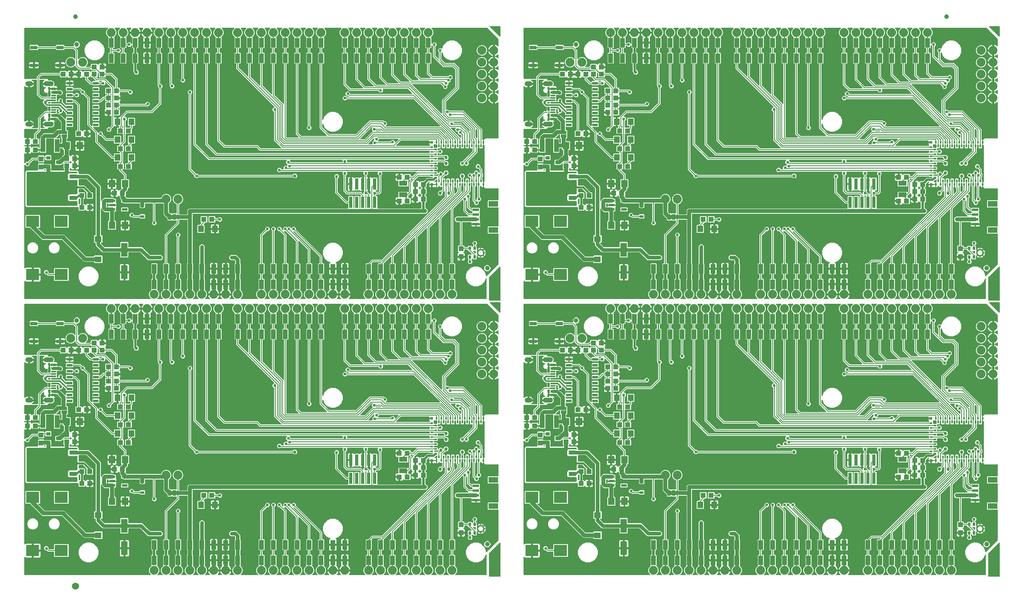
<source format=gtl>
G04 EAGLE Gerber RS-274X export*
G75*
%MOMM*%
%FSLAX34Y34*%
%LPD*%
%INTop Copper*%
%IPPOS*%
%AMOC8*
5,1,8,0,0,1.08239X$1,22.5*%
G01*
%ADD10R,1.100000X1.000000*%
%ADD11R,1.400000X1.600000*%
%ADD12R,1.400000X3.000000*%
%ADD13R,1.000000X1.100000*%
%ADD14R,0.900000X0.800000*%
%ADD15R,1.524000X0.838200*%
%ADD16R,1.778000X3.124200*%
%ADD17C,1.000000*%
%ADD18R,1.000000X2.000000*%
%ADD19C,0.508000*%
%ADD20R,1.200000X1.400000*%
%ADD21R,1.470000X1.270000*%
%ADD22R,2.800000X2.400000*%
%ADD23R,1.200000X0.550000*%
%ADD24R,2.000000X1.200000*%
%ADD25R,1.350000X0.600000*%
%ADD26R,1.016000X0.300000*%
%ADD27R,1.016000X0.600000*%
%ADD28R,1.016000X0.550000*%
%ADD29C,1.000000*%
%ADD30R,1.200000X0.600000*%
%ADD31R,1.524000X0.762000*%
%ADD32R,1.270000X0.635000*%
%ADD33R,1.000000X2.800000*%
%ADD34R,0.760000X2.400000*%
%ADD35R,0.830000X0.630000*%
%ADD36C,1.879600*%
%ADD37R,0.635000X1.270000*%
%ADD38R,0.406400X0.254000*%
%ADD39R,1.800000X1.000000*%
%ADD40R,0.522000X0.725000*%
%ADD41R,0.200000X0.500000*%
%ADD42R,0.500000X0.200000*%
%ADD43R,0.400000X0.600000*%
%ADD44R,0.600000X0.600000*%
%ADD45R,0.600000X0.400000*%
%ADD46C,1.500000*%
%ADD47C,0.177800*%
%ADD48C,0.609600*%
%ADD49C,0.203200*%
%ADD50C,0.254000*%
%ADD51C,0.406400*%
%ADD52C,0.812800*%
%ADD53C,0.762000*%
%ADD54C,0.635000*%
%ADD55C,0.304800*%
%ADD56C,0.685800*%
%ADD57C,0.381000*%

G36*
X1335950Y591825D02*
X1335950Y591825D01*
X1335979Y591822D01*
X1336091Y591845D01*
X1336203Y591861D01*
X1336229Y591873D01*
X1336258Y591878D01*
X1336359Y591931D01*
X1336462Y591977D01*
X1336484Y591996D01*
X1336511Y592009D01*
X1336593Y592087D01*
X1336679Y592160D01*
X1336695Y592185D01*
X1336717Y592205D01*
X1336774Y592303D01*
X1336837Y592397D01*
X1336846Y592425D01*
X1336860Y592450D01*
X1336888Y592560D01*
X1336922Y592668D01*
X1336923Y592698D01*
X1336930Y592726D01*
X1336927Y592839D01*
X1336930Y592952D01*
X1336922Y592981D01*
X1336921Y593010D01*
X1336886Y593118D01*
X1336858Y593227D01*
X1336843Y593253D01*
X1336834Y593281D01*
X1336788Y593344D01*
X1336713Y593472D01*
X1336667Y593515D01*
X1336639Y593554D01*
X1334400Y595793D01*
X1332737Y599807D01*
X1332737Y604153D01*
X1334400Y608167D01*
X1337440Y611207D01*
X1337476Y611254D01*
X1337518Y611295D01*
X1337561Y611367D01*
X1337611Y611435D01*
X1337632Y611489D01*
X1337662Y611540D01*
X1337683Y611622D01*
X1337713Y611700D01*
X1337717Y611759D01*
X1337732Y611815D01*
X1337729Y611900D01*
X1337736Y611984D01*
X1337725Y612041D01*
X1337723Y612099D01*
X1337697Y612180D01*
X1337680Y612262D01*
X1337653Y612314D01*
X1337635Y612370D01*
X1337595Y612426D01*
X1337549Y612515D01*
X1337481Y612587D01*
X1337440Y612643D01*
X1337135Y612948D01*
X1337135Y634212D01*
X1338028Y635105D01*
X1338580Y635105D01*
X1338638Y635113D01*
X1338696Y635111D01*
X1338778Y635133D01*
X1338862Y635145D01*
X1338915Y635168D01*
X1338971Y635183D01*
X1339044Y635226D01*
X1339121Y635261D01*
X1339166Y635299D01*
X1339216Y635328D01*
X1339274Y635390D01*
X1339338Y635444D01*
X1339370Y635493D01*
X1339410Y635536D01*
X1339449Y635611D01*
X1339496Y635681D01*
X1339513Y635737D01*
X1339540Y635789D01*
X1339551Y635857D01*
X1339581Y635952D01*
X1339584Y636052D01*
X1339595Y636120D01*
X1339595Y644040D01*
X1339587Y644098D01*
X1339589Y644156D01*
X1339567Y644238D01*
X1339555Y644322D01*
X1339532Y644375D01*
X1339517Y644431D01*
X1339474Y644504D01*
X1339439Y644581D01*
X1339401Y644626D01*
X1339372Y644676D01*
X1339310Y644734D01*
X1339256Y644798D01*
X1339207Y644830D01*
X1339164Y644870D01*
X1339089Y644909D01*
X1339019Y644956D01*
X1338963Y644973D01*
X1338911Y645000D01*
X1338843Y645011D01*
X1338748Y645041D01*
X1338648Y645044D01*
X1338580Y645055D01*
X1338028Y645055D01*
X1337135Y645948D01*
X1337135Y667212D01*
X1338028Y668105D01*
X1349292Y668105D01*
X1350185Y667212D01*
X1350185Y645948D01*
X1349292Y645055D01*
X1348740Y645055D01*
X1348682Y645047D01*
X1348624Y645049D01*
X1348542Y645027D01*
X1348458Y645015D01*
X1348405Y644992D01*
X1348349Y644977D01*
X1348276Y644934D01*
X1348199Y644899D01*
X1348154Y644861D01*
X1348104Y644832D01*
X1348046Y644770D01*
X1347982Y644716D01*
X1347950Y644667D01*
X1347910Y644624D01*
X1347871Y644549D01*
X1347824Y644479D01*
X1347807Y644423D01*
X1347780Y644371D01*
X1347769Y644303D01*
X1347739Y644208D01*
X1347736Y644108D01*
X1347725Y644040D01*
X1347725Y636120D01*
X1347733Y636062D01*
X1347731Y636004D01*
X1347753Y635922D01*
X1347765Y635838D01*
X1347788Y635785D01*
X1347803Y635729D01*
X1347846Y635656D01*
X1347881Y635579D01*
X1347919Y635534D01*
X1347948Y635484D01*
X1348010Y635426D01*
X1348064Y635362D01*
X1348113Y635330D01*
X1348156Y635290D01*
X1348231Y635251D01*
X1348301Y635204D01*
X1348357Y635187D01*
X1348409Y635160D01*
X1348477Y635149D01*
X1348572Y635119D01*
X1348672Y635116D01*
X1348740Y635105D01*
X1349292Y635105D01*
X1350185Y634212D01*
X1350185Y612948D01*
X1349880Y612643D01*
X1349844Y612597D01*
X1349802Y612556D01*
X1349759Y612484D01*
X1349709Y612416D01*
X1349688Y612361D01*
X1349658Y612311D01*
X1349638Y612229D01*
X1349607Y612150D01*
X1349603Y612092D01*
X1349588Y612035D01*
X1349591Y611951D01*
X1349584Y611867D01*
X1349595Y611810D01*
X1349597Y611751D01*
X1349623Y611671D01*
X1349640Y611588D01*
X1349667Y611536D01*
X1349685Y611481D01*
X1349725Y611425D01*
X1349771Y611336D01*
X1349840Y611264D01*
X1349880Y611207D01*
X1352920Y608167D01*
X1354583Y604153D01*
X1354583Y599807D01*
X1352920Y595793D01*
X1350681Y593554D01*
X1350663Y593530D01*
X1350641Y593511D01*
X1350578Y593417D01*
X1350510Y593327D01*
X1350500Y593299D01*
X1350483Y593275D01*
X1350449Y593167D01*
X1350409Y593061D01*
X1350406Y593032D01*
X1350398Y593004D01*
X1350395Y592890D01*
X1350385Y592778D01*
X1350391Y592749D01*
X1350390Y592720D01*
X1350419Y592610D01*
X1350441Y592499D01*
X1350455Y592473D01*
X1350462Y592445D01*
X1350520Y592347D01*
X1350572Y592247D01*
X1350592Y592225D01*
X1350607Y592200D01*
X1350690Y592123D01*
X1350768Y592041D01*
X1350793Y592026D01*
X1350815Y592006D01*
X1350915Y591954D01*
X1351013Y591897D01*
X1351042Y591890D01*
X1351068Y591876D01*
X1351145Y591863D01*
X1351289Y591827D01*
X1351351Y591829D01*
X1351399Y591821D01*
X1361321Y591821D01*
X1361350Y591825D01*
X1361379Y591822D01*
X1361491Y591845D01*
X1361603Y591861D01*
X1361629Y591873D01*
X1361658Y591878D01*
X1361759Y591931D01*
X1361862Y591977D01*
X1361884Y591996D01*
X1361911Y592009D01*
X1361993Y592087D01*
X1362079Y592160D01*
X1362095Y592185D01*
X1362117Y592205D01*
X1362174Y592303D01*
X1362237Y592397D01*
X1362246Y592425D01*
X1362260Y592450D01*
X1362288Y592560D01*
X1362322Y592668D01*
X1362323Y592698D01*
X1362330Y592726D01*
X1362327Y592839D01*
X1362330Y592952D01*
X1362322Y592981D01*
X1362321Y593010D01*
X1362286Y593118D01*
X1362258Y593227D01*
X1362243Y593253D01*
X1362234Y593281D01*
X1362188Y593344D01*
X1362113Y593472D01*
X1362067Y593515D01*
X1362039Y593554D01*
X1359800Y595793D01*
X1358137Y599807D01*
X1358137Y604153D01*
X1359800Y608167D01*
X1362840Y611207D01*
X1362876Y611254D01*
X1362918Y611295D01*
X1362961Y611367D01*
X1363011Y611435D01*
X1363032Y611489D01*
X1363062Y611540D01*
X1363083Y611622D01*
X1363113Y611700D01*
X1363117Y611759D01*
X1363132Y611815D01*
X1363129Y611900D01*
X1363136Y611984D01*
X1363125Y612041D01*
X1363123Y612099D01*
X1363097Y612180D01*
X1363080Y612262D01*
X1363053Y612314D01*
X1363035Y612370D01*
X1362995Y612426D01*
X1362949Y612515D01*
X1362881Y612587D01*
X1362840Y612643D01*
X1362535Y612948D01*
X1362535Y634212D01*
X1363428Y635105D01*
X1363980Y635105D01*
X1364038Y635113D01*
X1364096Y635111D01*
X1364178Y635133D01*
X1364262Y635145D01*
X1364315Y635168D01*
X1364371Y635183D01*
X1364444Y635226D01*
X1364521Y635261D01*
X1364566Y635299D01*
X1364616Y635328D01*
X1364674Y635390D01*
X1364738Y635444D01*
X1364770Y635493D01*
X1364810Y635536D01*
X1364849Y635611D01*
X1364896Y635681D01*
X1364913Y635737D01*
X1364940Y635789D01*
X1364951Y635857D01*
X1364981Y635952D01*
X1364984Y636052D01*
X1364995Y636120D01*
X1364995Y644040D01*
X1364987Y644098D01*
X1364989Y644156D01*
X1364967Y644238D01*
X1364955Y644322D01*
X1364932Y644375D01*
X1364917Y644431D01*
X1364874Y644504D01*
X1364839Y644581D01*
X1364801Y644626D01*
X1364772Y644676D01*
X1364710Y644734D01*
X1364656Y644798D01*
X1364607Y644830D01*
X1364564Y644870D01*
X1364489Y644909D01*
X1364419Y644956D01*
X1364363Y644973D01*
X1364311Y645000D01*
X1364243Y645011D01*
X1364148Y645041D01*
X1364048Y645044D01*
X1363980Y645055D01*
X1363428Y645055D01*
X1362535Y645948D01*
X1362535Y667212D01*
X1363428Y668105D01*
X1365504Y668105D01*
X1365562Y668113D01*
X1365620Y668111D01*
X1365702Y668133D01*
X1365786Y668145D01*
X1365839Y668168D01*
X1365895Y668183D01*
X1365968Y668226D01*
X1366045Y668261D01*
X1366090Y668299D01*
X1366140Y668328D01*
X1366198Y668390D01*
X1366262Y668444D01*
X1366294Y668493D01*
X1366334Y668536D01*
X1366373Y668611D01*
X1366420Y668681D01*
X1366437Y668737D01*
X1366464Y668789D01*
X1366475Y668857D01*
X1366505Y668952D01*
X1366508Y669052D01*
X1366519Y669120D01*
X1366519Y730032D01*
X1391622Y755135D01*
X1391674Y755205D01*
X1391734Y755269D01*
X1391760Y755318D01*
X1391793Y755362D01*
X1391824Y755444D01*
X1391864Y755522D01*
X1391872Y755569D01*
X1391894Y755628D01*
X1391906Y755776D01*
X1391919Y755853D01*
X1391919Y758190D01*
X1391911Y758248D01*
X1391913Y758306D01*
X1391891Y758388D01*
X1391879Y758472D01*
X1391856Y758525D01*
X1391841Y758581D01*
X1391798Y758654D01*
X1391763Y758731D01*
X1391725Y758776D01*
X1391696Y758826D01*
X1391634Y758884D01*
X1391580Y758948D01*
X1391531Y758980D01*
X1391488Y759020D01*
X1391413Y759059D01*
X1391343Y759106D01*
X1391287Y759123D01*
X1391235Y759150D01*
X1391167Y759161D01*
X1391072Y759191D01*
X1390972Y759194D01*
X1390904Y759205D01*
X1383033Y759205D01*
X1382478Y759761D01*
X1382431Y759796D01*
X1382391Y759838D01*
X1382318Y759881D01*
X1382251Y759932D01*
X1382196Y759952D01*
X1382146Y759982D01*
X1382064Y760003D01*
X1381985Y760033D01*
X1381927Y760038D01*
X1381870Y760052D01*
X1381786Y760049D01*
X1381702Y760056D01*
X1381644Y760045D01*
X1381586Y760043D01*
X1381506Y760017D01*
X1381423Y760001D01*
X1381371Y759974D01*
X1381315Y759956D01*
X1381259Y759916D01*
X1381171Y759870D01*
X1381098Y759801D01*
X1381042Y759761D01*
X1380487Y759205D01*
X1372873Y759205D01*
X1371980Y760098D01*
X1371980Y763456D01*
X1371968Y763542D01*
X1371965Y763630D01*
X1371948Y763682D01*
X1371940Y763737D01*
X1371905Y763817D01*
X1371878Y763900D01*
X1371850Y763939D01*
X1371824Y763996D01*
X1371728Y764110D01*
X1371683Y764173D01*
X1364322Y771534D01*
X1363471Y773588D01*
X1363471Y794994D01*
X1363471Y794996D01*
X1363471Y794997D01*
X1363451Y795138D01*
X1363431Y795275D01*
X1363431Y795277D01*
X1363431Y795279D01*
X1363372Y795407D01*
X1363315Y795535D01*
X1363314Y795536D01*
X1363313Y795538D01*
X1363220Y795647D01*
X1363132Y795752D01*
X1363130Y795753D01*
X1363129Y795754D01*
X1363115Y795763D01*
X1362895Y795909D01*
X1362878Y795915D01*
X1362699Y796094D01*
X1362629Y796146D01*
X1362565Y796206D01*
X1362516Y796232D01*
X1362472Y796265D01*
X1362390Y796296D01*
X1362312Y796336D01*
X1362265Y796344D01*
X1362206Y796366D01*
X1362058Y796378D01*
X1361981Y796391D01*
X1347216Y796391D01*
X1347158Y796383D01*
X1347100Y796385D01*
X1347018Y796363D01*
X1346934Y796351D01*
X1346881Y796328D01*
X1346825Y796313D01*
X1346752Y796270D01*
X1346675Y796235D01*
X1346630Y796197D01*
X1346580Y796168D01*
X1346522Y796106D01*
X1346458Y796052D01*
X1346426Y796003D01*
X1346386Y795960D01*
X1346347Y795885D01*
X1346300Y795815D01*
X1346283Y795759D01*
X1346256Y795707D01*
X1346245Y795639D01*
X1346215Y795544D01*
X1346212Y795444D01*
X1346201Y795376D01*
X1346201Y758727D01*
X1346213Y758640D01*
X1346216Y758553D01*
X1346233Y758500D01*
X1346241Y758445D01*
X1346276Y758365D01*
X1346303Y758282D01*
X1346331Y758243D01*
X1346357Y758186D01*
X1346453Y758073D01*
X1346498Y758009D01*
X1348233Y756274D01*
X1348233Y752486D01*
X1345554Y749807D01*
X1341766Y749807D01*
X1339087Y752486D01*
X1339087Y756274D01*
X1340822Y758009D01*
X1340874Y758079D01*
X1340934Y758142D01*
X1340960Y758192D01*
X1340993Y758236D01*
X1341024Y758318D01*
X1341064Y758396D01*
X1341072Y758443D01*
X1341094Y758502D01*
X1341106Y758649D01*
X1341119Y758727D01*
X1341119Y795376D01*
X1341111Y795434D01*
X1341112Y795481D01*
X1341113Y795492D01*
X1341091Y795574D01*
X1341079Y795658D01*
X1341056Y795711D01*
X1341041Y795767D01*
X1340998Y795840D01*
X1340963Y795917D01*
X1340925Y795962D01*
X1340896Y796012D01*
X1340834Y796070D01*
X1340780Y796134D01*
X1340731Y796166D01*
X1340688Y796206D01*
X1340613Y796245D01*
X1340543Y796292D01*
X1340487Y796309D01*
X1340435Y796336D01*
X1340367Y796347D01*
X1340272Y796377D01*
X1340172Y796380D01*
X1340104Y796391D01*
X1324950Y796391D01*
X1324892Y796383D01*
X1324834Y796385D01*
X1324752Y796363D01*
X1324668Y796351D01*
X1324615Y796328D01*
X1324559Y796313D01*
X1324486Y796270D01*
X1324409Y796235D01*
X1324364Y796197D01*
X1324314Y796168D01*
X1324256Y796106D01*
X1324192Y796052D01*
X1324160Y796003D01*
X1324120Y795960D01*
X1324081Y795885D01*
X1324034Y795815D01*
X1324017Y795759D01*
X1323990Y795707D01*
X1323979Y795639D01*
X1323949Y795544D01*
X1323946Y795444D01*
X1323935Y795376D01*
X1323935Y787498D01*
X1323042Y786605D01*
X1321780Y786605D01*
X1321750Y786601D01*
X1321719Y786603D01*
X1321642Y786586D01*
X1321499Y786565D01*
X1321440Y786539D01*
X1321392Y786528D01*
X1319372Y785691D01*
X1317148Y785691D01*
X1315128Y786528D01*
X1315098Y786536D01*
X1315071Y786550D01*
X1314993Y786563D01*
X1314853Y786599D01*
X1314789Y786597D01*
X1314740Y786605D01*
X1313478Y786605D01*
X1312585Y787498D01*
X1312585Y795376D01*
X1312577Y795434D01*
X1312578Y795481D01*
X1312579Y795492D01*
X1312557Y795574D01*
X1312545Y795658D01*
X1312522Y795711D01*
X1312507Y795767D01*
X1312464Y795840D01*
X1312429Y795917D01*
X1312391Y795962D01*
X1312362Y796012D01*
X1312300Y796070D01*
X1312246Y796134D01*
X1312197Y796166D01*
X1312154Y796206D01*
X1312079Y796245D01*
X1312009Y796292D01*
X1311953Y796309D01*
X1311901Y796336D01*
X1311833Y796347D01*
X1311738Y796377D01*
X1311638Y796380D01*
X1311570Y796391D01*
X1279349Y796391D01*
X1277295Y797242D01*
X1277137Y797400D01*
X1277129Y797408D01*
X1277060Y797460D01*
X1276996Y797520D01*
X1276946Y797546D01*
X1276902Y797579D01*
X1276821Y797610D01*
X1276743Y797650D01*
X1276695Y797658D01*
X1276637Y797680D01*
X1276489Y797692D01*
X1276412Y797705D01*
X1273829Y797705D01*
X1272936Y798598D01*
X1272936Y804080D01*
X1272924Y804166D01*
X1272921Y804254D01*
X1272904Y804306D01*
X1272896Y804361D01*
X1272861Y804441D01*
X1272834Y804524D01*
X1272806Y804563D01*
X1272780Y804620D01*
X1272684Y804734D01*
X1272639Y804797D01*
X1271222Y806214D01*
X1270371Y808268D01*
X1270371Y810392D01*
X1270359Y810479D01*
X1270356Y810566D01*
X1270339Y810619D01*
X1270331Y810673D01*
X1270296Y810753D01*
X1270269Y810836D01*
X1270241Y810876D01*
X1270215Y810933D01*
X1270119Y811046D01*
X1270074Y811110D01*
X1268903Y812280D01*
X1268895Y812335D01*
X1268891Y812344D01*
X1268890Y812354D01*
X1268833Y812474D01*
X1268779Y812595D01*
X1268773Y812602D01*
X1268769Y812611D01*
X1268681Y812711D01*
X1268596Y812812D01*
X1268587Y812817D01*
X1268581Y812825D01*
X1268469Y812896D01*
X1268359Y812969D01*
X1268350Y812972D01*
X1268341Y812978D01*
X1268214Y813015D01*
X1268088Y813055D01*
X1268078Y813055D01*
X1268069Y813058D01*
X1267936Y813059D01*
X1267804Y813062D01*
X1267794Y813060D01*
X1267784Y813060D01*
X1267656Y813024D01*
X1267529Y812991D01*
X1267520Y812986D01*
X1267511Y812983D01*
X1267398Y812913D01*
X1267284Y812845D01*
X1267277Y812838D01*
X1267269Y812833D01*
X1267180Y812735D01*
X1267090Y812638D01*
X1267085Y812629D01*
X1267079Y812622D01*
X1267055Y812571D01*
X1266960Y812385D01*
X1266954Y812349D01*
X1266939Y812317D01*
X1266828Y811899D01*
X1266493Y811320D01*
X1266020Y810847D01*
X1265441Y810512D01*
X1264794Y810339D01*
X1260991Y810339D01*
X1260991Y816864D01*
X1260983Y816922D01*
X1260984Y816980D01*
X1260963Y817062D01*
X1260951Y817145D01*
X1260927Y817199D01*
X1260913Y817255D01*
X1260870Y817328D01*
X1260835Y817405D01*
X1260797Y817449D01*
X1260767Y817500D01*
X1260706Y817557D01*
X1260651Y817622D01*
X1260603Y817654D01*
X1260560Y817694D01*
X1260485Y817733D01*
X1260415Y817779D01*
X1260359Y817797D01*
X1260307Y817824D01*
X1260239Y817835D01*
X1260144Y817865D01*
X1260044Y817868D01*
X1259976Y817879D01*
X1258959Y817879D01*
X1258959Y817881D01*
X1259976Y817881D01*
X1260034Y817889D01*
X1260092Y817888D01*
X1260174Y817909D01*
X1260257Y817921D01*
X1260311Y817945D01*
X1260367Y817959D01*
X1260440Y818002D01*
X1260517Y818037D01*
X1260561Y818075D01*
X1260612Y818105D01*
X1260669Y818166D01*
X1260734Y818221D01*
X1260766Y818269D01*
X1260806Y818312D01*
X1260845Y818387D01*
X1260891Y818457D01*
X1260909Y818513D01*
X1260936Y818565D01*
X1260947Y818633D01*
X1260977Y818728D01*
X1260980Y818828D01*
X1260991Y818896D01*
X1260991Y825421D01*
X1264794Y825421D01*
X1265441Y825248D01*
X1266020Y824913D01*
X1266493Y824440D01*
X1266828Y823861D01*
X1266939Y823443D01*
X1266943Y823434D01*
X1266945Y823425D01*
X1266999Y823304D01*
X1267051Y823182D01*
X1267057Y823174D01*
X1267061Y823165D01*
X1267147Y823064D01*
X1267230Y822961D01*
X1267238Y822956D01*
X1267245Y822948D01*
X1267355Y822875D01*
X1267464Y822799D01*
X1267473Y822796D01*
X1267481Y822791D01*
X1267607Y822751D01*
X1267733Y822708D01*
X1267743Y822708D01*
X1267752Y822705D01*
X1267885Y822702D01*
X1268017Y822696D01*
X1268026Y822698D01*
X1268036Y822698D01*
X1268165Y822731D01*
X1268293Y822762D01*
X1268302Y822767D01*
X1268311Y822769D01*
X1268425Y822837D01*
X1268541Y822903D01*
X1268547Y822910D01*
X1268556Y822915D01*
X1268646Y823011D01*
X1268739Y823106D01*
X1268744Y823115D01*
X1268750Y823122D01*
X1268811Y823240D01*
X1268873Y823357D01*
X1268875Y823366D01*
X1268880Y823375D01*
X1268889Y823431D01*
X1268899Y823475D01*
X1269828Y824405D01*
X1270741Y824405D01*
X1270827Y824417D01*
X1270915Y824420D01*
X1270967Y824437D01*
X1271022Y824445D01*
X1271102Y824480D01*
X1271185Y824507D01*
X1271224Y824535D01*
X1271281Y824561D01*
X1271395Y824657D01*
X1271458Y824702D01*
X1272937Y826181D01*
X1273912Y827156D01*
X1273927Y827175D01*
X1273942Y827188D01*
X1273959Y827214D01*
X1273990Y827243D01*
X1274032Y827315D01*
X1274083Y827383D01*
X1274098Y827422D01*
X1274100Y827425D01*
X1274104Y827438D01*
X1274133Y827488D01*
X1274154Y827570D01*
X1274184Y827649D01*
X1274189Y827707D01*
X1274204Y827764D01*
X1274201Y827848D01*
X1274208Y827932D01*
X1274196Y827989D01*
X1274194Y828048D01*
X1274169Y828128D01*
X1274152Y828211D01*
X1274125Y828263D01*
X1274107Y828318D01*
X1274067Y828374D01*
X1274021Y828463D01*
X1273952Y828535D01*
X1273912Y828592D01*
X1272935Y829568D01*
X1272935Y846832D01*
X1273828Y847725D01*
X1277904Y847725D01*
X1277962Y847733D01*
X1278020Y847731D01*
X1278102Y847753D01*
X1278186Y847765D01*
X1278239Y847788D01*
X1278295Y847803D01*
X1278368Y847846D01*
X1278445Y847881D01*
X1278490Y847919D01*
X1278540Y847948D01*
X1278598Y848010D01*
X1278662Y848064D01*
X1278694Y848113D01*
X1278734Y848156D01*
X1278773Y848231D01*
X1278820Y848301D01*
X1278837Y848357D01*
X1278864Y848409D01*
X1278875Y848477D01*
X1278905Y848572D01*
X1278908Y848672D01*
X1278919Y848740D01*
X1278919Y855747D01*
X1278907Y855834D01*
X1278904Y855921D01*
X1278887Y855974D01*
X1278879Y856029D01*
X1278844Y856108D01*
X1278817Y856192D01*
X1278789Y856231D01*
X1278763Y856288D01*
X1278667Y856401D01*
X1278622Y856465D01*
X1269119Y865968D01*
X1269119Y867490D01*
X1269112Y867543D01*
X1269113Y867575D01*
X1269112Y867578D01*
X1269113Y867606D01*
X1269091Y867688D01*
X1269079Y867772D01*
X1269056Y867825D01*
X1269041Y867881D01*
X1268998Y867954D01*
X1268963Y868031D01*
X1268925Y868076D01*
X1268896Y868126D01*
X1268834Y868184D01*
X1268780Y868248D01*
X1268731Y868280D01*
X1268688Y868320D01*
X1268613Y868359D01*
X1268543Y868406D01*
X1268487Y868423D01*
X1268435Y868450D01*
X1268367Y868461D01*
X1268272Y868491D01*
X1268172Y868494D01*
X1268104Y868505D01*
X1265528Y868505D01*
X1264635Y869398D01*
X1264635Y880662D01*
X1265528Y881555D01*
X1268104Y881555D01*
X1268162Y881563D01*
X1268220Y881561D01*
X1268302Y881583D01*
X1268386Y881595D01*
X1268439Y881618D01*
X1268495Y881633D01*
X1268568Y881676D01*
X1268645Y881711D01*
X1268690Y881749D01*
X1268740Y881778D01*
X1268798Y881840D01*
X1268862Y881894D01*
X1268894Y881943D01*
X1268934Y881986D01*
X1268973Y882061D01*
X1269020Y882131D01*
X1269037Y882187D01*
X1269064Y882239D01*
X1269075Y882307D01*
X1269105Y882402D01*
X1269108Y882502D01*
X1269119Y882570D01*
X1269119Y882822D01*
X1270119Y883822D01*
X1270137Y883846D01*
X1270159Y883865D01*
X1270222Y883959D01*
X1270290Y884049D01*
X1270300Y884077D01*
X1270317Y884101D01*
X1270351Y884209D01*
X1270391Y884315D01*
X1270394Y884344D01*
X1270402Y884372D01*
X1270405Y884486D01*
X1270415Y884598D01*
X1270409Y884627D01*
X1270410Y884656D01*
X1270381Y884766D01*
X1270359Y884877D01*
X1270345Y884903D01*
X1270338Y884931D01*
X1270280Y885029D01*
X1270228Y885129D01*
X1270208Y885151D01*
X1270193Y885176D01*
X1270110Y885253D01*
X1270032Y885335D01*
X1270007Y885350D01*
X1269985Y885370D01*
X1269884Y885422D01*
X1269787Y885479D01*
X1269758Y885486D01*
X1269732Y885500D01*
X1269655Y885513D01*
X1269511Y885549D01*
X1269449Y885547D01*
X1269401Y885555D01*
X1258528Y885555D01*
X1257635Y886448D01*
X1257635Y890524D01*
X1257627Y890582D01*
X1257629Y890640D01*
X1257607Y890722D01*
X1257595Y890806D01*
X1257572Y890859D01*
X1257557Y890915D01*
X1257514Y890988D01*
X1257479Y891065D01*
X1257441Y891110D01*
X1257412Y891160D01*
X1257350Y891218D01*
X1257296Y891282D01*
X1257247Y891314D01*
X1257204Y891354D01*
X1257129Y891393D01*
X1257059Y891440D01*
X1257003Y891457D01*
X1256951Y891484D01*
X1256883Y891495D01*
X1256788Y891525D01*
X1256688Y891528D01*
X1256620Y891539D01*
X1253708Y891539D01*
X1217959Y927288D01*
X1217959Y945649D01*
X1217951Y945705D01*
X1217953Y945749D01*
X1217946Y945775D01*
X1217944Y945823D01*
X1217927Y945876D01*
X1217919Y945931D01*
X1217885Y946007D01*
X1217881Y946024D01*
X1217877Y946030D01*
X1217857Y946094D01*
X1217829Y946133D01*
X1217803Y946190D01*
X1217707Y946303D01*
X1217662Y946367D01*
X1201419Y962610D01*
X1201419Y1019607D01*
X1201407Y1019694D01*
X1201404Y1019781D01*
X1201387Y1019834D01*
X1201379Y1019889D01*
X1201344Y1019968D01*
X1201317Y1020052D01*
X1201289Y1020091D01*
X1201263Y1020148D01*
X1201167Y1020261D01*
X1201122Y1020325D01*
X1192537Y1028910D01*
X1192467Y1028962D01*
X1192403Y1029022D01*
X1192354Y1029048D01*
X1192310Y1029081D01*
X1192228Y1029112D01*
X1192150Y1029152D01*
X1192103Y1029160D01*
X1192044Y1029182D01*
X1191896Y1029194D01*
X1191819Y1029207D01*
X1189366Y1029207D01*
X1186687Y1031886D01*
X1186687Y1034519D01*
X1186675Y1034605D01*
X1186672Y1034693D01*
X1186655Y1034745D01*
X1186647Y1034800D01*
X1186612Y1034880D01*
X1186585Y1034963D01*
X1186557Y1035002D01*
X1186531Y1035060D01*
X1186435Y1035173D01*
X1186390Y1035237D01*
X1184208Y1037419D01*
X1184138Y1037471D01*
X1184074Y1037531D01*
X1184024Y1037557D01*
X1183980Y1037590D01*
X1183899Y1037621D01*
X1183821Y1037661D01*
X1183773Y1037669D01*
X1183715Y1037691D01*
X1183567Y1037703D01*
X1183490Y1037716D01*
X1171800Y1037716D01*
X1171742Y1037708D01*
X1171684Y1037710D01*
X1171602Y1037688D01*
X1171518Y1037676D01*
X1171465Y1037653D01*
X1171409Y1037638D01*
X1171336Y1037595D01*
X1171259Y1037560D01*
X1171214Y1037522D01*
X1171164Y1037493D01*
X1171106Y1037431D01*
X1171042Y1037377D01*
X1171010Y1037328D01*
X1170970Y1037285D01*
X1170931Y1037210D01*
X1170884Y1037140D01*
X1170867Y1037084D01*
X1170840Y1037032D01*
X1170829Y1036964D01*
X1170799Y1036869D01*
X1170796Y1036769D01*
X1170785Y1036701D01*
X1170785Y1036498D01*
X1169892Y1035605D01*
X1156628Y1035605D01*
X1155735Y1036498D01*
X1155735Y1043762D01*
X1156628Y1044655D01*
X1169892Y1044655D01*
X1170785Y1043762D01*
X1170785Y1043559D01*
X1170793Y1043501D01*
X1170791Y1043443D01*
X1170813Y1043361D01*
X1170825Y1043277D01*
X1170848Y1043224D01*
X1170863Y1043168D01*
X1170906Y1043095D01*
X1170941Y1043018D01*
X1170979Y1042973D01*
X1171008Y1042923D01*
X1171070Y1042865D01*
X1171124Y1042801D01*
X1171173Y1042769D01*
X1171216Y1042729D01*
X1171291Y1042690D01*
X1171361Y1042643D01*
X1171417Y1042626D01*
X1171469Y1042599D01*
X1171537Y1042588D01*
X1171632Y1042558D01*
X1171732Y1042555D01*
X1171800Y1042544D01*
X1185910Y1042544D01*
X1189803Y1038650D01*
X1189873Y1038598D01*
X1189937Y1038538D01*
X1189987Y1038512D01*
X1190031Y1038479D01*
X1190112Y1038448D01*
X1190190Y1038408D01*
X1190238Y1038400D01*
X1190296Y1038378D01*
X1190444Y1038366D01*
X1190521Y1038353D01*
X1193154Y1038353D01*
X1195833Y1035674D01*
X1195833Y1033221D01*
X1195845Y1033134D01*
X1195848Y1033047D01*
X1195865Y1032994D01*
X1195873Y1032939D01*
X1195908Y1032860D01*
X1195935Y1032776D01*
X1195963Y1032737D01*
X1195989Y1032680D01*
X1196085Y1032567D01*
X1196130Y1032503D01*
X1206501Y1022132D01*
X1206501Y965135D01*
X1206513Y965048D01*
X1206516Y964961D01*
X1206533Y964908D01*
X1206541Y964854D01*
X1206576Y964774D01*
X1206603Y964691D01*
X1206631Y964651D01*
X1206657Y964594D01*
X1206753Y964481D01*
X1206798Y964417D01*
X1210002Y961213D01*
X1210026Y961195D01*
X1210045Y961173D01*
X1210139Y961110D01*
X1210229Y961042D01*
X1210257Y961032D01*
X1210281Y961016D01*
X1210389Y960981D01*
X1210495Y960941D01*
X1210524Y960939D01*
X1210552Y960930D01*
X1210666Y960927D01*
X1210778Y960917D01*
X1210807Y960923D01*
X1210836Y960922D01*
X1210946Y960951D01*
X1211057Y960973D01*
X1211083Y960987D01*
X1211111Y960994D01*
X1211209Y961052D01*
X1211309Y961104D01*
X1211331Y961125D01*
X1211356Y961140D01*
X1211433Y961222D01*
X1211515Y961300D01*
X1211530Y961325D01*
X1211550Y961347D01*
X1211602Y961448D01*
X1211659Y961545D01*
X1211666Y961574D01*
X1211680Y961600D01*
X1211693Y961677D01*
X1211729Y961821D01*
X1211727Y961883D01*
X1211735Y961931D01*
X1211735Y967562D01*
X1212628Y968455D01*
X1225892Y968455D01*
X1226785Y967562D01*
X1226785Y960298D01*
X1225892Y959405D01*
X1214261Y959405D01*
X1214232Y959401D01*
X1214203Y959404D01*
X1214092Y959381D01*
X1213980Y959365D01*
X1213953Y959353D01*
X1213924Y959348D01*
X1213824Y959296D01*
X1213720Y959249D01*
X1213698Y959230D01*
X1213672Y959217D01*
X1213590Y959139D01*
X1213503Y959066D01*
X1213487Y959041D01*
X1213466Y959021D01*
X1213408Y958923D01*
X1213346Y958829D01*
X1213337Y958801D01*
X1213322Y958776D01*
X1213294Y958666D01*
X1213260Y958558D01*
X1213259Y958528D01*
X1213252Y958500D01*
X1213255Y958387D01*
X1213252Y958274D01*
X1213260Y958245D01*
X1213261Y958216D01*
X1213296Y958108D01*
X1213324Y957999D01*
X1213339Y957973D01*
X1213348Y957945D01*
X1213394Y957882D01*
X1213470Y957754D01*
X1213515Y957711D01*
X1213543Y957672D01*
X1223041Y948175D01*
X1223041Y947479D01*
X1223045Y947449D01*
X1223042Y947420D01*
X1223065Y947309D01*
X1223081Y947197D01*
X1223093Y947170D01*
X1223098Y947142D01*
X1223151Y947041D01*
X1223197Y946938D01*
X1223216Y946915D01*
X1223229Y946889D01*
X1223307Y946807D01*
X1223380Y946721D01*
X1223405Y946704D01*
X1223425Y946683D01*
X1223523Y946626D01*
X1223617Y946563D01*
X1223645Y946554D01*
X1223670Y946539D01*
X1223780Y946512D01*
X1223888Y946477D01*
X1223918Y946477D01*
X1223946Y946469D01*
X1224059Y946473D01*
X1224172Y946470D01*
X1224201Y946477D01*
X1224230Y946478D01*
X1224338Y946513D01*
X1224447Y946542D01*
X1224473Y946557D01*
X1224501Y946566D01*
X1224564Y946611D01*
X1224692Y946687D01*
X1224735Y946733D01*
X1224774Y946761D01*
X1227466Y949453D01*
X1231254Y949453D01*
X1233933Y946774D01*
X1233933Y944321D01*
X1233945Y944234D01*
X1233948Y944147D01*
X1233965Y944094D01*
X1233973Y944039D01*
X1234008Y943960D01*
X1234035Y943876D01*
X1234063Y943837D01*
X1234089Y943780D01*
X1234185Y943667D01*
X1234230Y943603D01*
X1242815Y935018D01*
X1242885Y934966D01*
X1242949Y934906D01*
X1242998Y934880D01*
X1243042Y934847D01*
X1243124Y934816D01*
X1243202Y934776D01*
X1243249Y934768D01*
X1243308Y934746D01*
X1243456Y934734D01*
X1243533Y934721D01*
X1256620Y934721D01*
X1256678Y934729D01*
X1256736Y934727D01*
X1256818Y934749D01*
X1256902Y934761D01*
X1256955Y934784D01*
X1257011Y934799D01*
X1257084Y934842D01*
X1257161Y934877D01*
X1257206Y934915D01*
X1257256Y934944D01*
X1257314Y935006D01*
X1257378Y935060D01*
X1257410Y935109D01*
X1257450Y935152D01*
X1257489Y935227D01*
X1257536Y935297D01*
X1257553Y935353D01*
X1257580Y935405D01*
X1257591Y935473D01*
X1257621Y935568D01*
X1257624Y935668D01*
X1257635Y935736D01*
X1257635Y939812D01*
X1258528Y940705D01*
X1271792Y940705D01*
X1272685Y939812D01*
X1272685Y926939D01*
X1272689Y926910D01*
X1272686Y926881D01*
X1272709Y926770D01*
X1272725Y926657D01*
X1272737Y926631D01*
X1272742Y926602D01*
X1272795Y926501D01*
X1272841Y926398D01*
X1272860Y926376D01*
X1272873Y926350D01*
X1272951Y926267D01*
X1273024Y926181D01*
X1273049Y926165D01*
X1273069Y926143D01*
X1273167Y926086D01*
X1273261Y926023D01*
X1273289Y926015D01*
X1273314Y926000D01*
X1273424Y925972D01*
X1273532Y925938D01*
X1273562Y925937D01*
X1273590Y925930D01*
X1273703Y925933D01*
X1273816Y925930D01*
X1273845Y925938D01*
X1273874Y925939D01*
X1273982Y925974D01*
X1274091Y926002D01*
X1274117Y926017D01*
X1274145Y926026D01*
X1274208Y926072D01*
X1274336Y926147D01*
X1274379Y926193D01*
X1274418Y926221D01*
X1277322Y929125D01*
X1277374Y929195D01*
X1277434Y929259D01*
X1277460Y929308D01*
X1277493Y929352D01*
X1277524Y929434D01*
X1277564Y929512D01*
X1277572Y929559D01*
X1277594Y929618D01*
X1277606Y929766D01*
X1277619Y929843D01*
X1277619Y943690D01*
X1277611Y943748D01*
X1277613Y943806D01*
X1277591Y943888D01*
X1277579Y943972D01*
X1277556Y944025D01*
X1277541Y944081D01*
X1277498Y944154D01*
X1277463Y944231D01*
X1277425Y944276D01*
X1277396Y944326D01*
X1277334Y944384D01*
X1277280Y944448D01*
X1277231Y944480D01*
X1277188Y944520D01*
X1277113Y944559D01*
X1277043Y944606D01*
X1276987Y944623D01*
X1276935Y944650D01*
X1276867Y944661D01*
X1276772Y944691D01*
X1276672Y944694D01*
X1276604Y944705D01*
X1265528Y944705D01*
X1264635Y945598D01*
X1264635Y956862D01*
X1265528Y957755D01*
X1268104Y957755D01*
X1268162Y957763D01*
X1268220Y957761D01*
X1268302Y957783D01*
X1268386Y957795D01*
X1268439Y957818D01*
X1268495Y957833D01*
X1268568Y957876D01*
X1268645Y957911D01*
X1268690Y957949D01*
X1268740Y957978D01*
X1268798Y958040D01*
X1268862Y958094D01*
X1268894Y958143D01*
X1268934Y958186D01*
X1268973Y958261D01*
X1269020Y958331D01*
X1269037Y958387D01*
X1269064Y958439D01*
X1269075Y958507D01*
X1269105Y958602D01*
X1269108Y958702D01*
X1269119Y958770D01*
X1269119Y959724D01*
X1269111Y959782D01*
X1269113Y959840D01*
X1269091Y959922D01*
X1269079Y960006D01*
X1269056Y960059D01*
X1269041Y960115D01*
X1268998Y960188D01*
X1268963Y960265D01*
X1268925Y960310D01*
X1268896Y960360D01*
X1268834Y960418D01*
X1268780Y960482D01*
X1268731Y960514D01*
X1268688Y960554D01*
X1268613Y960593D01*
X1268543Y960640D01*
X1268487Y960657D01*
X1268435Y960684D01*
X1268367Y960695D01*
X1268272Y960725D01*
X1268172Y960728D01*
X1268104Y960739D01*
X1267191Y960739D01*
X1267191Y969264D01*
X1267183Y969322D01*
X1267184Y969380D01*
X1267163Y969462D01*
X1267151Y969545D01*
X1267127Y969599D01*
X1267113Y969655D01*
X1267070Y969728D01*
X1267035Y969805D01*
X1266997Y969849D01*
X1266967Y969900D01*
X1266906Y969957D01*
X1266851Y970022D01*
X1266803Y970054D01*
X1266760Y970094D01*
X1266685Y970133D01*
X1266615Y970179D01*
X1266559Y970197D01*
X1266507Y970224D01*
X1266439Y970235D01*
X1266344Y970265D01*
X1266244Y970268D01*
X1266176Y970279D01*
X1264144Y970279D01*
X1264086Y970271D01*
X1264028Y970272D01*
X1263946Y970251D01*
X1263863Y970239D01*
X1263809Y970215D01*
X1263753Y970201D01*
X1263680Y970158D01*
X1263603Y970123D01*
X1263558Y970085D01*
X1263508Y970055D01*
X1263450Y969994D01*
X1263386Y969939D01*
X1263354Y969891D01*
X1263314Y969848D01*
X1263275Y969773D01*
X1263229Y969703D01*
X1263211Y969647D01*
X1263184Y969595D01*
X1263173Y969527D01*
X1263143Y969432D01*
X1263140Y969332D01*
X1263129Y969264D01*
X1263129Y960739D01*
X1258826Y960739D01*
X1258506Y960825D01*
X1258429Y960834D01*
X1258353Y960853D01*
X1258288Y960851D01*
X1258224Y960859D01*
X1258147Y960847D01*
X1258069Y960844D01*
X1258007Y960824D01*
X1257943Y960814D01*
X1257873Y960781D01*
X1257799Y960757D01*
X1257753Y960725D01*
X1257686Y960693D01*
X1257588Y960607D01*
X1257525Y960562D01*
X1252010Y955047D01*
X1251958Y954977D01*
X1251898Y954913D01*
X1251872Y954864D01*
X1251839Y954820D01*
X1251808Y954738D01*
X1251768Y954660D01*
X1251760Y954613D01*
X1251738Y954554D01*
X1251726Y954406D01*
X1251713Y954329D01*
X1251713Y951876D01*
X1249034Y949197D01*
X1245246Y949197D01*
X1242567Y951876D01*
X1242567Y955664D01*
X1245246Y958343D01*
X1247699Y958343D01*
X1247786Y958355D01*
X1247873Y958358D01*
X1247926Y958375D01*
X1247981Y958383D01*
X1248060Y958418D01*
X1248144Y958445D01*
X1248183Y958473D01*
X1248240Y958499D01*
X1248353Y958595D01*
X1248417Y958640D01*
X1252382Y962605D01*
X1252434Y962675D01*
X1252494Y962739D01*
X1252520Y962788D01*
X1252553Y962832D01*
X1252584Y962914D01*
X1252624Y962992D01*
X1252632Y963039D01*
X1252654Y963098D01*
X1252666Y963246D01*
X1252679Y963323D01*
X1252679Y982044D01*
X1252671Y982102D01*
X1252673Y982160D01*
X1252651Y982242D01*
X1252639Y982326D01*
X1252616Y982379D01*
X1252601Y982435D01*
X1252558Y982508D01*
X1252523Y982585D01*
X1252485Y982630D01*
X1252456Y982680D01*
X1252394Y982738D01*
X1252340Y982802D01*
X1252291Y982834D01*
X1252248Y982874D01*
X1252173Y982913D01*
X1252103Y982960D01*
X1252047Y982977D01*
X1251995Y983004D01*
X1251927Y983015D01*
X1251832Y983045D01*
X1251732Y983048D01*
X1251664Y983059D01*
X1248291Y983059D01*
X1248291Y989584D01*
X1248283Y989642D01*
X1248284Y989700D01*
X1248263Y989782D01*
X1248251Y989865D01*
X1248227Y989919D01*
X1248213Y989975D01*
X1248170Y990048D01*
X1248135Y990125D01*
X1248097Y990169D01*
X1248067Y990220D01*
X1248006Y990277D01*
X1247951Y990342D01*
X1247903Y990374D01*
X1247860Y990414D01*
X1247785Y990453D01*
X1247715Y990499D01*
X1247659Y990517D01*
X1247607Y990544D01*
X1247539Y990555D01*
X1247444Y990585D01*
X1247344Y990588D01*
X1247276Y990599D01*
X1246259Y990599D01*
X1246259Y991616D01*
X1246251Y991674D01*
X1246252Y991732D01*
X1246231Y991814D01*
X1246219Y991897D01*
X1246195Y991951D01*
X1246181Y992007D01*
X1246138Y992080D01*
X1246103Y992157D01*
X1246065Y992201D01*
X1246035Y992252D01*
X1245974Y992309D01*
X1245919Y992374D01*
X1245871Y992406D01*
X1245828Y992446D01*
X1245753Y992485D01*
X1245683Y992531D01*
X1245627Y992549D01*
X1245575Y992576D01*
X1245507Y992587D01*
X1245412Y992617D01*
X1245312Y992620D01*
X1245244Y992631D01*
X1238219Y992631D01*
X1238219Y995934D01*
X1238392Y996581D01*
X1238727Y997160D01*
X1239200Y997633D01*
X1239709Y997927D01*
X1239748Y997957D01*
X1239791Y997980D01*
X1239859Y998044D01*
X1239933Y998102D01*
X1239962Y998142D01*
X1239997Y998175D01*
X1240045Y998257D01*
X1240100Y998333D01*
X1240116Y998379D01*
X1240141Y998421D01*
X1240164Y998512D01*
X1240196Y998600D01*
X1240199Y998649D01*
X1240211Y998696D01*
X1240208Y998790D01*
X1240214Y998884D01*
X1240203Y998932D01*
X1240202Y998980D01*
X1240173Y999070D01*
X1240153Y999162D01*
X1240129Y999205D01*
X1240114Y999251D01*
X1240071Y999311D01*
X1240017Y999411D01*
X1239956Y999473D01*
X1239919Y999524D01*
X1239235Y1000208D01*
X1239235Y1011472D01*
X1240128Y1012365D01*
X1242704Y1012365D01*
X1242762Y1012373D01*
X1242820Y1012371D01*
X1242902Y1012393D01*
X1242986Y1012405D01*
X1243039Y1012428D01*
X1243095Y1012443D01*
X1243168Y1012486D01*
X1243245Y1012521D01*
X1243290Y1012559D01*
X1243340Y1012588D01*
X1243398Y1012650D01*
X1243462Y1012704D01*
X1243494Y1012753D01*
X1243534Y1012796D01*
X1243573Y1012871D01*
X1243620Y1012941D01*
X1243637Y1012997D01*
X1243664Y1013049D01*
X1243675Y1013117D01*
X1243705Y1013212D01*
X1243708Y1013312D01*
X1243719Y1013380D01*
X1243719Y1013540D01*
X1243711Y1013598D01*
X1243713Y1013656D01*
X1243691Y1013738D01*
X1243679Y1013822D01*
X1243656Y1013875D01*
X1243641Y1013931D01*
X1243598Y1014004D01*
X1243563Y1014081D01*
X1243525Y1014126D01*
X1243496Y1014176D01*
X1243434Y1014234D01*
X1243380Y1014298D01*
X1243331Y1014330D01*
X1243288Y1014370D01*
X1243213Y1014409D01*
X1243143Y1014456D01*
X1243087Y1014473D01*
X1243035Y1014500D01*
X1242967Y1014511D01*
X1242872Y1014541D01*
X1242772Y1014544D01*
X1242704Y1014555D01*
X1240128Y1014555D01*
X1239235Y1015448D01*
X1239235Y1017524D01*
X1239227Y1017582D01*
X1239229Y1017640D01*
X1239207Y1017722D01*
X1239195Y1017806D01*
X1239172Y1017859D01*
X1239157Y1017915D01*
X1239114Y1017988D01*
X1239079Y1018065D01*
X1239041Y1018110D01*
X1239012Y1018160D01*
X1238950Y1018218D01*
X1238896Y1018282D01*
X1238847Y1018314D01*
X1238804Y1018354D01*
X1238729Y1018393D01*
X1238659Y1018440D01*
X1238603Y1018457D01*
X1238551Y1018484D01*
X1238483Y1018495D01*
X1238388Y1018525D01*
X1238288Y1018528D01*
X1238220Y1018539D01*
X1237183Y1018539D01*
X1237096Y1018527D01*
X1237009Y1018524D01*
X1236956Y1018507D01*
X1236901Y1018499D01*
X1236822Y1018464D01*
X1236738Y1018437D01*
X1236699Y1018409D01*
X1236642Y1018383D01*
X1236529Y1018287D01*
X1236465Y1018242D01*
X1230412Y1012189D01*
X1227800Y1012189D01*
X1227742Y1012181D01*
X1227684Y1012183D01*
X1227602Y1012161D01*
X1227518Y1012149D01*
X1227465Y1012126D01*
X1227409Y1012111D01*
X1227336Y1012068D01*
X1227259Y1012033D01*
X1227214Y1011995D01*
X1227164Y1011966D01*
X1227106Y1011904D01*
X1227042Y1011850D01*
X1227010Y1011801D01*
X1226970Y1011758D01*
X1226931Y1011683D01*
X1226884Y1011613D01*
X1226867Y1011557D01*
X1226840Y1011505D01*
X1226829Y1011437D01*
X1226799Y1011342D01*
X1226796Y1011242D01*
X1226785Y1011174D01*
X1226785Y1011098D01*
X1225892Y1010205D01*
X1212628Y1010205D01*
X1211735Y1011098D01*
X1211735Y1018362D01*
X1212628Y1019255D01*
X1225892Y1019255D01*
X1226785Y1018362D01*
X1226785Y1018286D01*
X1226793Y1018228D01*
X1226791Y1018170D01*
X1226813Y1018088D01*
X1226825Y1018004D01*
X1226848Y1017951D01*
X1226863Y1017895D01*
X1226906Y1017822D01*
X1226941Y1017745D01*
X1226979Y1017700D01*
X1227008Y1017650D01*
X1227070Y1017592D01*
X1227124Y1017528D01*
X1227173Y1017496D01*
X1227216Y1017456D01*
X1227291Y1017417D01*
X1227361Y1017370D01*
X1227417Y1017353D01*
X1227469Y1017326D01*
X1227537Y1017315D01*
X1227632Y1017285D01*
X1227732Y1017282D01*
X1227800Y1017271D01*
X1227887Y1017271D01*
X1227974Y1017283D01*
X1228061Y1017286D01*
X1228114Y1017303D01*
X1228169Y1017311D01*
X1228248Y1017346D01*
X1228332Y1017373D01*
X1228371Y1017401D01*
X1228428Y1017427D01*
X1228541Y1017523D01*
X1228605Y1017568D01*
X1234658Y1023621D01*
X1238220Y1023621D01*
X1238278Y1023629D01*
X1238336Y1023627D01*
X1238418Y1023649D01*
X1238502Y1023661D01*
X1238555Y1023684D01*
X1238611Y1023699D01*
X1238684Y1023742D01*
X1238761Y1023777D01*
X1238806Y1023815D01*
X1238856Y1023844D01*
X1238914Y1023906D01*
X1238978Y1023960D01*
X1239010Y1024009D01*
X1239050Y1024052D01*
X1239089Y1024127D01*
X1239136Y1024197D01*
X1239153Y1024253D01*
X1239180Y1024305D01*
X1239191Y1024373D01*
X1239221Y1024468D01*
X1239224Y1024568D01*
X1239235Y1024636D01*
X1239235Y1026712D01*
X1240128Y1027605D01*
X1242704Y1027605D01*
X1242762Y1027613D01*
X1242820Y1027611D01*
X1242902Y1027633D01*
X1242986Y1027645D01*
X1243039Y1027668D01*
X1243095Y1027683D01*
X1243168Y1027726D01*
X1243245Y1027761D01*
X1243290Y1027799D01*
X1243340Y1027828D01*
X1243398Y1027890D01*
X1243462Y1027944D01*
X1243494Y1027993D01*
X1243534Y1028036D01*
X1243573Y1028111D01*
X1243620Y1028181D01*
X1243637Y1028237D01*
X1243664Y1028289D01*
X1243675Y1028357D01*
X1243705Y1028452D01*
X1243708Y1028552D01*
X1243719Y1028620D01*
X1243719Y1028780D01*
X1243711Y1028838D01*
X1243713Y1028896D01*
X1243691Y1028978D01*
X1243679Y1029062D01*
X1243656Y1029115D01*
X1243641Y1029171D01*
X1243598Y1029244D01*
X1243563Y1029321D01*
X1243525Y1029366D01*
X1243496Y1029416D01*
X1243434Y1029474D01*
X1243380Y1029538D01*
X1243331Y1029570D01*
X1243288Y1029610D01*
X1243213Y1029649D01*
X1243143Y1029696D01*
X1243087Y1029713D01*
X1243035Y1029740D01*
X1242967Y1029751D01*
X1242872Y1029781D01*
X1242772Y1029784D01*
X1242704Y1029795D01*
X1240128Y1029795D01*
X1239235Y1030688D01*
X1239235Y1041952D01*
X1240128Y1042845D01*
X1249811Y1042845D01*
X1249840Y1042849D01*
X1249869Y1042846D01*
X1249980Y1042869D01*
X1250093Y1042885D01*
X1250119Y1042897D01*
X1250148Y1042902D01*
X1250249Y1042954D01*
X1250352Y1043001D01*
X1250374Y1043020D01*
X1250400Y1043033D01*
X1250483Y1043111D01*
X1250569Y1043184D01*
X1250585Y1043209D01*
X1250607Y1043229D01*
X1250664Y1043327D01*
X1250727Y1043421D01*
X1250735Y1043449D01*
X1250750Y1043474D01*
X1250778Y1043584D01*
X1250812Y1043692D01*
X1250813Y1043722D01*
X1250820Y1043750D01*
X1250817Y1043863D01*
X1250820Y1043976D01*
X1250812Y1044005D01*
X1250811Y1044034D01*
X1250776Y1044142D01*
X1250748Y1044251D01*
X1250733Y1044277D01*
X1250724Y1044305D01*
X1250678Y1044368D01*
X1250603Y1044496D01*
X1250557Y1044539D01*
X1250529Y1044578D01*
X1240746Y1054361D01*
X1240722Y1054379D01*
X1240703Y1054401D01*
X1240609Y1054464D01*
X1240519Y1054532D01*
X1240491Y1054542D01*
X1240467Y1054559D01*
X1240359Y1054593D01*
X1240253Y1054633D01*
X1240224Y1054636D01*
X1240196Y1054644D01*
X1240082Y1054647D01*
X1239970Y1054657D01*
X1239941Y1054651D01*
X1239912Y1054652D01*
X1239802Y1054623D01*
X1239691Y1054601D01*
X1239665Y1054587D01*
X1239637Y1054580D01*
X1239539Y1054522D01*
X1239439Y1054470D01*
X1239417Y1054450D01*
X1239392Y1054435D01*
X1239315Y1054352D01*
X1239233Y1054274D01*
X1239218Y1054249D01*
X1239198Y1054227D01*
X1239146Y1054126D01*
X1239089Y1054029D01*
X1239082Y1054000D01*
X1239068Y1053974D01*
X1239055Y1053897D01*
X1239019Y1053753D01*
X1239021Y1053691D01*
X1239013Y1053643D01*
X1239013Y1050936D01*
X1236334Y1048257D01*
X1232546Y1048257D01*
X1230811Y1049992D01*
X1230741Y1050044D01*
X1230678Y1050104D01*
X1230628Y1050130D01*
X1230584Y1050163D01*
X1230502Y1050194D01*
X1230424Y1050234D01*
X1230377Y1050242D01*
X1230318Y1050264D01*
X1230171Y1050276D01*
X1230093Y1050289D01*
X1227800Y1050289D01*
X1227742Y1050281D01*
X1227684Y1050283D01*
X1227602Y1050261D01*
X1227518Y1050249D01*
X1227465Y1050226D01*
X1227409Y1050211D01*
X1227336Y1050168D01*
X1227259Y1050133D01*
X1227214Y1050095D01*
X1227164Y1050066D01*
X1227106Y1050004D01*
X1227042Y1049950D01*
X1227010Y1049901D01*
X1226970Y1049858D01*
X1226931Y1049783D01*
X1226884Y1049713D01*
X1226867Y1049657D01*
X1226840Y1049605D01*
X1226829Y1049537D01*
X1226799Y1049442D01*
X1226796Y1049342D01*
X1226785Y1049274D01*
X1226785Y1049198D01*
X1225892Y1048305D01*
X1212628Y1048305D01*
X1211735Y1049198D01*
X1211735Y1049274D01*
X1211727Y1049332D01*
X1211729Y1049390D01*
X1211707Y1049472D01*
X1211695Y1049556D01*
X1211672Y1049609D01*
X1211657Y1049665D01*
X1211614Y1049738D01*
X1211579Y1049815D01*
X1211541Y1049860D01*
X1211512Y1049910D01*
X1211450Y1049968D01*
X1211396Y1050032D01*
X1211347Y1050064D01*
X1211304Y1050104D01*
X1211229Y1050143D01*
X1211159Y1050190D01*
X1211103Y1050207D01*
X1211051Y1050234D01*
X1210983Y1050245D01*
X1210888Y1050275D01*
X1210788Y1050278D01*
X1210720Y1050289D01*
X1206718Y1050289D01*
X1197219Y1059788D01*
X1197219Y1064340D01*
X1197211Y1064398D01*
X1197213Y1064456D01*
X1197191Y1064538D01*
X1197179Y1064622D01*
X1197156Y1064675D01*
X1197141Y1064731D01*
X1197098Y1064804D01*
X1197063Y1064881D01*
X1197025Y1064926D01*
X1196996Y1064976D01*
X1196934Y1065034D01*
X1196880Y1065098D01*
X1196831Y1065130D01*
X1196788Y1065170D01*
X1196713Y1065209D01*
X1196643Y1065256D01*
X1196587Y1065273D01*
X1196535Y1065300D01*
X1196467Y1065311D01*
X1196372Y1065341D01*
X1196272Y1065344D01*
X1196204Y1065355D01*
X1193628Y1065355D01*
X1192703Y1066280D01*
X1192695Y1066335D01*
X1192691Y1066344D01*
X1192690Y1066354D01*
X1192633Y1066474D01*
X1192579Y1066595D01*
X1192573Y1066602D01*
X1192569Y1066611D01*
X1192481Y1066711D01*
X1192396Y1066812D01*
X1192387Y1066817D01*
X1192381Y1066824D01*
X1192270Y1066896D01*
X1192159Y1066969D01*
X1192149Y1066972D01*
X1192141Y1066977D01*
X1192015Y1067015D01*
X1191888Y1067055D01*
X1191878Y1067055D01*
X1191869Y1067058D01*
X1191736Y1067059D01*
X1191604Y1067062D01*
X1191594Y1067060D01*
X1191584Y1067060D01*
X1191456Y1067024D01*
X1191329Y1066991D01*
X1191320Y1066986D01*
X1191311Y1066983D01*
X1191197Y1066913D01*
X1191084Y1066845D01*
X1191077Y1066838D01*
X1191069Y1066833D01*
X1190980Y1066735D01*
X1190890Y1066638D01*
X1190885Y1066629D01*
X1190879Y1066622D01*
X1190855Y1066570D01*
X1190760Y1066385D01*
X1190754Y1066349D01*
X1190739Y1066317D01*
X1190628Y1065899D01*
X1190293Y1065320D01*
X1189820Y1064847D01*
X1189241Y1064512D01*
X1188594Y1064339D01*
X1184791Y1064339D01*
X1184791Y1070864D01*
X1184783Y1070922D01*
X1184784Y1070980D01*
X1184763Y1071062D01*
X1184751Y1071145D01*
X1184727Y1071199D01*
X1184713Y1071255D01*
X1184670Y1071328D01*
X1184635Y1071405D01*
X1184597Y1071449D01*
X1184567Y1071500D01*
X1184506Y1071557D01*
X1184451Y1071622D01*
X1184403Y1071654D01*
X1184360Y1071694D01*
X1184285Y1071733D01*
X1184215Y1071779D01*
X1184159Y1071797D01*
X1184107Y1071824D01*
X1184039Y1071835D01*
X1183944Y1071865D01*
X1183844Y1071868D01*
X1183776Y1071879D01*
X1182759Y1071879D01*
X1182759Y1071881D01*
X1183776Y1071881D01*
X1183834Y1071889D01*
X1183892Y1071888D01*
X1183974Y1071909D01*
X1184057Y1071921D01*
X1184111Y1071945D01*
X1184167Y1071959D01*
X1184240Y1072002D01*
X1184317Y1072037D01*
X1184361Y1072075D01*
X1184412Y1072105D01*
X1184469Y1072166D01*
X1184534Y1072221D01*
X1184566Y1072269D01*
X1184606Y1072312D01*
X1184645Y1072387D01*
X1184691Y1072457D01*
X1184709Y1072513D01*
X1184736Y1072565D01*
X1184747Y1072633D01*
X1184777Y1072728D01*
X1184780Y1072828D01*
X1184791Y1072896D01*
X1184791Y1079421D01*
X1188594Y1079421D01*
X1189241Y1079248D01*
X1189820Y1078913D01*
X1190293Y1078440D01*
X1190628Y1077861D01*
X1190739Y1077443D01*
X1190743Y1077434D01*
X1190745Y1077425D01*
X1190799Y1077304D01*
X1190851Y1077182D01*
X1190857Y1077174D01*
X1190861Y1077165D01*
X1190946Y1077064D01*
X1191030Y1076961D01*
X1191038Y1076956D01*
X1191045Y1076948D01*
X1191155Y1076875D01*
X1191264Y1076799D01*
X1191273Y1076796D01*
X1191281Y1076791D01*
X1191408Y1076751D01*
X1191533Y1076708D01*
X1191543Y1076708D01*
X1191552Y1076705D01*
X1191685Y1076702D01*
X1191817Y1076696D01*
X1191827Y1076698D01*
X1191836Y1076698D01*
X1191965Y1076731D01*
X1192093Y1076762D01*
X1192102Y1076767D01*
X1192111Y1076769D01*
X1192225Y1076837D01*
X1192341Y1076903D01*
X1192347Y1076910D01*
X1192356Y1076915D01*
X1192447Y1077012D01*
X1192539Y1077106D01*
X1192544Y1077115D01*
X1192550Y1077122D01*
X1192611Y1077241D01*
X1192673Y1077357D01*
X1192675Y1077366D01*
X1192680Y1077375D01*
X1192689Y1077431D01*
X1192699Y1077475D01*
X1193628Y1078405D01*
X1205892Y1078405D01*
X1207052Y1077244D01*
X1207099Y1077209D01*
X1207139Y1077167D01*
X1207212Y1077124D01*
X1207279Y1077073D01*
X1207334Y1077052D01*
X1207384Y1077023D01*
X1207466Y1077002D01*
X1207545Y1076972D01*
X1207603Y1076967D01*
X1207660Y1076953D01*
X1207744Y1076956D01*
X1207828Y1076949D01*
X1207886Y1076960D01*
X1207944Y1076962D01*
X1208024Y1076988D01*
X1208107Y1077004D01*
X1208159Y1077031D01*
X1208215Y1077049D01*
X1208271Y1077089D01*
X1208359Y1077135D01*
X1208432Y1077204D01*
X1208488Y1077244D01*
X1209648Y1078405D01*
X1218451Y1078405D01*
X1218480Y1078409D01*
X1218509Y1078406D01*
X1218621Y1078429D01*
X1218733Y1078445D01*
X1218759Y1078457D01*
X1218788Y1078462D01*
X1218889Y1078515D01*
X1218992Y1078561D01*
X1219014Y1078580D01*
X1219041Y1078593D01*
X1219123Y1078671D01*
X1219209Y1078744D01*
X1219225Y1078769D01*
X1219247Y1078789D01*
X1219304Y1078887D01*
X1219367Y1078981D01*
X1219375Y1079009D01*
X1219390Y1079034D01*
X1219418Y1079144D01*
X1219452Y1079252D01*
X1219453Y1079281D01*
X1219460Y1079310D01*
X1219457Y1079423D01*
X1219460Y1079536D01*
X1219452Y1079565D01*
X1219451Y1079594D01*
X1219416Y1079702D01*
X1219388Y1079811D01*
X1219373Y1079837D01*
X1219364Y1079865D01*
X1219318Y1079929D01*
X1219243Y1080056D01*
X1219197Y1080099D01*
X1219169Y1080138D01*
X1219009Y1080298D01*
X1218939Y1080351D01*
X1218875Y1080410D01*
X1218826Y1080436D01*
X1218782Y1080469D01*
X1218700Y1080500D01*
X1218622Y1080540D01*
X1218575Y1080548D01*
X1218516Y1080570D01*
X1218368Y1080582D01*
X1218291Y1080595D01*
X1209648Y1080595D01*
X1208502Y1081742D01*
X1208432Y1081794D01*
X1208368Y1081854D01*
X1208319Y1081880D01*
X1208275Y1081913D01*
X1208193Y1081944D01*
X1208115Y1081984D01*
X1208067Y1081992D01*
X1208009Y1082014D01*
X1207861Y1082026D01*
X1207784Y1082039D01*
X1182588Y1082039D01*
X1176019Y1088608D01*
X1176019Y1089541D01*
X1176015Y1089570D01*
X1176018Y1089599D01*
X1175995Y1089711D01*
X1175979Y1089823D01*
X1175967Y1089849D01*
X1175962Y1089878D01*
X1175909Y1089979D01*
X1175863Y1090082D01*
X1175844Y1090104D01*
X1175831Y1090131D01*
X1175753Y1090213D01*
X1175680Y1090299D01*
X1175655Y1090315D01*
X1175635Y1090337D01*
X1175537Y1090394D01*
X1175443Y1090457D01*
X1175415Y1090466D01*
X1175390Y1090480D01*
X1175280Y1090508D01*
X1175172Y1090542D01*
X1175142Y1090543D01*
X1175114Y1090550D01*
X1175001Y1090547D01*
X1174888Y1090550D01*
X1174859Y1090542D01*
X1174830Y1090541D01*
X1174722Y1090506D01*
X1174613Y1090478D01*
X1174587Y1090463D01*
X1174559Y1090454D01*
X1174496Y1090408D01*
X1174368Y1090333D01*
X1174325Y1090287D01*
X1174286Y1090259D01*
X1172047Y1088020D01*
X1168033Y1086357D01*
X1163687Y1086357D01*
X1159673Y1088020D01*
X1156600Y1091093D01*
X1155114Y1094681D01*
X1155070Y1094755D01*
X1155035Y1094833D01*
X1154998Y1094877D01*
X1154969Y1094926D01*
X1154907Y1094985D01*
X1154851Y1095050D01*
X1154804Y1095082D01*
X1154763Y1095121D01*
X1154686Y1095160D01*
X1154615Y1095208D01*
X1154561Y1095225D01*
X1154510Y1095251D01*
X1154433Y1095266D01*
X1154527Y1095317D01*
X1154541Y1095331D01*
X1154558Y1095341D01*
X1154642Y1095431D01*
X1154729Y1095517D01*
X1154739Y1095534D01*
X1154752Y1095548D01*
X1154808Y1095658D01*
X1154868Y1095765D01*
X1154873Y1095784D01*
X1154882Y1095802D01*
X1154894Y1095874D01*
X1154933Y1096042D01*
X1154931Y1096093D01*
X1154937Y1096133D01*
X1154937Y1099453D01*
X1156600Y1103467D01*
X1159673Y1106540D01*
X1163687Y1108203D01*
X1168033Y1108203D01*
X1172047Y1106540D01*
X1174286Y1104301D01*
X1174310Y1104283D01*
X1174329Y1104261D01*
X1174379Y1104227D01*
X1174412Y1104197D01*
X1174452Y1104176D01*
X1174513Y1104130D01*
X1174541Y1104120D01*
X1174565Y1104103D01*
X1174642Y1104079D01*
X1174665Y1104067D01*
X1174689Y1104063D01*
X1174779Y1104029D01*
X1174808Y1104026D01*
X1174836Y1104018D01*
X1174950Y1104015D01*
X1175062Y1104005D01*
X1175091Y1104011D01*
X1175120Y1104010D01*
X1175230Y1104039D01*
X1175341Y1104061D01*
X1175367Y1104075D01*
X1175395Y1104082D01*
X1175493Y1104140D01*
X1175593Y1104192D01*
X1175615Y1104212D01*
X1175640Y1104227D01*
X1175717Y1104310D01*
X1175755Y1104345D01*
X1175762Y1104352D01*
X1175763Y1104354D01*
X1175799Y1104388D01*
X1175814Y1104413D01*
X1175834Y1104435D01*
X1175886Y1104535D01*
X1175897Y1104554D01*
X1175920Y1104588D01*
X1175923Y1104598D01*
X1175943Y1104633D01*
X1175950Y1104662D01*
X1175964Y1104688D01*
X1175977Y1104765D01*
X1175982Y1104785D01*
X1176005Y1104859D01*
X1176006Y1104879D01*
X1176013Y1104909D01*
X1176011Y1104971D01*
X1176019Y1105019D01*
X1176019Y1121207D01*
X1176007Y1121294D01*
X1176004Y1121381D01*
X1175987Y1121434D01*
X1175979Y1121489D01*
X1175944Y1121568D01*
X1175917Y1121652D01*
X1175889Y1121691D01*
X1175863Y1121748D01*
X1175767Y1121861D01*
X1175722Y1121925D01*
X1171455Y1126192D01*
X1171385Y1126244D01*
X1171321Y1126304D01*
X1171272Y1126330D01*
X1171228Y1126363D01*
X1171146Y1126394D01*
X1171068Y1126434D01*
X1171021Y1126442D01*
X1170962Y1126464D01*
X1170814Y1126476D01*
X1170737Y1126489D01*
X1153160Y1126489D01*
X1153102Y1126481D01*
X1153044Y1126483D01*
X1152962Y1126461D01*
X1152878Y1126449D01*
X1152825Y1126426D01*
X1152769Y1126411D01*
X1152696Y1126368D01*
X1152619Y1126333D01*
X1152574Y1126295D01*
X1152524Y1126266D01*
X1152466Y1126204D01*
X1152402Y1126150D01*
X1152370Y1126101D01*
X1152330Y1126058D01*
X1152291Y1125983D01*
X1152244Y1125913D01*
X1152227Y1125857D01*
X1152200Y1125805D01*
X1152189Y1125737D01*
X1152159Y1125642D01*
X1152156Y1125542D01*
X1152145Y1125474D01*
X1152145Y1124588D01*
X1151252Y1123695D01*
X1134748Y1123695D01*
X1133855Y1124588D01*
X1133855Y1125474D01*
X1133847Y1125532D01*
X1133849Y1125590D01*
X1133827Y1125672D01*
X1133815Y1125756D01*
X1133792Y1125809D01*
X1133777Y1125865D01*
X1133734Y1125938D01*
X1133699Y1126015D01*
X1133661Y1126060D01*
X1133632Y1126110D01*
X1133570Y1126168D01*
X1133516Y1126232D01*
X1133467Y1126264D01*
X1133424Y1126304D01*
X1133349Y1126343D01*
X1133279Y1126390D01*
X1133223Y1126407D01*
X1133171Y1126434D01*
X1133103Y1126445D01*
X1133008Y1126475D01*
X1132908Y1126478D01*
X1132840Y1126489D01*
X1097280Y1126489D01*
X1097222Y1126481D01*
X1097164Y1126483D01*
X1097082Y1126461D01*
X1096998Y1126449D01*
X1096945Y1126426D01*
X1096889Y1126411D01*
X1096816Y1126368D01*
X1096739Y1126333D01*
X1096694Y1126295D01*
X1096644Y1126266D01*
X1096586Y1126204D01*
X1096522Y1126150D01*
X1096490Y1126101D01*
X1096450Y1126058D01*
X1096411Y1125983D01*
X1096364Y1125913D01*
X1096347Y1125857D01*
X1096320Y1125805D01*
X1096309Y1125737D01*
X1096279Y1125642D01*
X1096276Y1125542D01*
X1096265Y1125474D01*
X1096265Y1124588D01*
X1095372Y1123695D01*
X1078868Y1123695D01*
X1077975Y1124588D01*
X1077975Y1133472D01*
X1078868Y1134365D01*
X1095372Y1134365D01*
X1096265Y1133472D01*
X1096265Y1132586D01*
X1096273Y1132528D01*
X1096271Y1132470D01*
X1096293Y1132388D01*
X1096305Y1132304D01*
X1096328Y1132251D01*
X1096343Y1132195D01*
X1096386Y1132122D01*
X1096421Y1132045D01*
X1096459Y1132000D01*
X1096488Y1131950D01*
X1096550Y1131892D01*
X1096604Y1131828D01*
X1096653Y1131796D01*
X1096696Y1131756D01*
X1096771Y1131717D01*
X1096841Y1131670D01*
X1096897Y1131653D01*
X1096949Y1131626D01*
X1097017Y1131615D01*
X1097112Y1131585D01*
X1097212Y1131582D01*
X1097280Y1131571D01*
X1132840Y1131571D01*
X1132898Y1131579D01*
X1132956Y1131577D01*
X1133038Y1131599D01*
X1133122Y1131611D01*
X1133175Y1131634D01*
X1133231Y1131649D01*
X1133304Y1131692D01*
X1133381Y1131727D01*
X1133426Y1131765D01*
X1133476Y1131794D01*
X1133534Y1131856D01*
X1133598Y1131910D01*
X1133630Y1131959D01*
X1133670Y1132002D01*
X1133709Y1132077D01*
X1133756Y1132147D01*
X1133773Y1132203D01*
X1133800Y1132255D01*
X1133811Y1132323D01*
X1133841Y1132418D01*
X1133844Y1132518D01*
X1133855Y1132586D01*
X1133855Y1133472D01*
X1134748Y1134365D01*
X1151252Y1134365D01*
X1152145Y1133472D01*
X1152145Y1132586D01*
X1152153Y1132528D01*
X1152151Y1132470D01*
X1152173Y1132388D01*
X1152185Y1132304D01*
X1152208Y1132251D01*
X1152223Y1132195D01*
X1152266Y1132122D01*
X1152301Y1132045D01*
X1152339Y1132000D01*
X1152368Y1131950D01*
X1152430Y1131892D01*
X1152484Y1131828D01*
X1152533Y1131796D01*
X1152576Y1131756D01*
X1152651Y1131717D01*
X1152721Y1131670D01*
X1152777Y1131653D01*
X1152829Y1131626D01*
X1152897Y1131615D01*
X1152992Y1131585D01*
X1153092Y1131582D01*
X1153160Y1131571D01*
X1171556Y1131571D01*
X1171670Y1131587D01*
X1171784Y1131597D01*
X1171810Y1131607D01*
X1171838Y1131611D01*
X1171942Y1131658D01*
X1172050Y1131699D01*
X1172072Y1131715D01*
X1172097Y1131727D01*
X1172185Y1131801D01*
X1172276Y1131870D01*
X1172293Y1131893D01*
X1172314Y1131910D01*
X1172378Y1132006D01*
X1172446Y1132098D01*
X1172456Y1132124D01*
X1172472Y1132147D01*
X1172506Y1132257D01*
X1172547Y1132364D01*
X1172549Y1132392D01*
X1172557Y1132418D01*
X1172560Y1132533D01*
X1172570Y1132647D01*
X1172564Y1132672D01*
X1172565Y1132702D01*
X1172498Y1132959D01*
X1172494Y1132975D01*
X1172035Y1134082D01*
X1172035Y1136678D01*
X1173029Y1139076D01*
X1174864Y1140911D01*
X1177262Y1141905D01*
X1179858Y1141905D01*
X1182256Y1140911D01*
X1184091Y1139076D01*
X1185085Y1136678D01*
X1185085Y1134082D01*
X1184091Y1131684D01*
X1182256Y1129849D01*
X1179858Y1128855D01*
X1178429Y1128855D01*
X1178400Y1128851D01*
X1178371Y1128854D01*
X1178260Y1128831D01*
X1178147Y1128815D01*
X1178121Y1128803D01*
X1178092Y1128798D01*
X1177991Y1128745D01*
X1177888Y1128699D01*
X1177866Y1128680D01*
X1177840Y1128667D01*
X1177757Y1128589D01*
X1177671Y1128516D01*
X1177655Y1128491D01*
X1177633Y1128471D01*
X1177576Y1128373D01*
X1177513Y1128279D01*
X1177505Y1128251D01*
X1177490Y1128226D01*
X1177462Y1128116D01*
X1177428Y1128008D01*
X1177427Y1127978D01*
X1177420Y1127950D01*
X1177423Y1127837D01*
X1177420Y1127724D01*
X1177428Y1127695D01*
X1177429Y1127666D01*
X1177464Y1127558D01*
X1177492Y1127449D01*
X1177507Y1127423D01*
X1177516Y1127395D01*
X1177562Y1127331D01*
X1177637Y1127204D01*
X1177683Y1127161D01*
X1177711Y1127122D01*
X1179315Y1125518D01*
X1181101Y1123732D01*
X1181101Y1105019D01*
X1181105Y1104990D01*
X1181102Y1104961D01*
X1181108Y1104933D01*
X1181107Y1104911D01*
X1181126Y1104839D01*
X1181141Y1104737D01*
X1181153Y1104711D01*
X1181158Y1104682D01*
X1181176Y1104647D01*
X1181179Y1104636D01*
X1181203Y1104595D01*
X1181211Y1104581D01*
X1181257Y1104478D01*
X1181276Y1104456D01*
X1181289Y1104429D01*
X1181323Y1104395D01*
X1181324Y1104391D01*
X1181335Y1104381D01*
X1181367Y1104347D01*
X1181440Y1104261D01*
X1181465Y1104245D01*
X1181485Y1104223D01*
X1181583Y1104166D01*
X1181677Y1104103D01*
X1181705Y1104094D01*
X1181730Y1104080D01*
X1181840Y1104052D01*
X1181948Y1104018D01*
X1181978Y1104017D01*
X1182006Y1104010D01*
X1182109Y1104013D01*
X1182116Y1104012D01*
X1182124Y1104012D01*
X1182132Y1104013D01*
X1182232Y1104010D01*
X1182261Y1104018D01*
X1182290Y1104019D01*
X1182381Y1104048D01*
X1182406Y1104052D01*
X1182427Y1104061D01*
X1182507Y1104082D01*
X1182533Y1104097D01*
X1182561Y1104106D01*
X1182617Y1104146D01*
X1182665Y1104168D01*
X1182697Y1104194D01*
X1182752Y1104227D01*
X1182795Y1104273D01*
X1182834Y1104301D01*
X1185073Y1106540D01*
X1189087Y1108203D01*
X1193433Y1108203D01*
X1197447Y1106540D01*
X1200520Y1103467D01*
X1202183Y1099453D01*
X1202183Y1095107D01*
X1200520Y1091093D01*
X1198281Y1088854D01*
X1198263Y1088830D01*
X1198241Y1088811D01*
X1198178Y1088717D01*
X1198110Y1088627D01*
X1198100Y1088599D01*
X1198083Y1088575D01*
X1198049Y1088467D01*
X1198009Y1088361D01*
X1198006Y1088332D01*
X1197998Y1088304D01*
X1197995Y1088190D01*
X1197985Y1088078D01*
X1197991Y1088049D01*
X1197990Y1088020D01*
X1198019Y1087910D01*
X1198041Y1087799D01*
X1198055Y1087773D01*
X1198062Y1087745D01*
X1198120Y1087647D01*
X1198172Y1087547D01*
X1198192Y1087525D01*
X1198207Y1087500D01*
X1198290Y1087423D01*
X1198368Y1087341D01*
X1198393Y1087326D01*
X1198415Y1087306D01*
X1198515Y1087254D01*
X1198613Y1087197D01*
X1198642Y1087190D01*
X1198668Y1087176D01*
X1198745Y1087163D01*
X1198889Y1087127D01*
X1198951Y1087129D01*
X1198999Y1087121D01*
X1205027Y1087121D01*
X1205114Y1087133D01*
X1205201Y1087136D01*
X1205254Y1087153D01*
X1205309Y1087161D01*
X1205388Y1087196D01*
X1205472Y1087223D01*
X1205511Y1087251D01*
X1205568Y1087277D01*
X1205681Y1087373D01*
X1205745Y1087418D01*
X1208032Y1089705D01*
X1208075Y1089724D01*
X1208131Y1089739D01*
X1208204Y1089782D01*
X1208281Y1089817D01*
X1208326Y1089855D01*
X1208376Y1089884D01*
X1208434Y1089946D01*
X1208498Y1090000D01*
X1208530Y1090049D01*
X1208570Y1090092D01*
X1208609Y1090167D01*
X1208656Y1090237D01*
X1208673Y1090293D01*
X1208700Y1090345D01*
X1208711Y1090413D01*
X1208741Y1090508D01*
X1208744Y1090608D01*
X1208755Y1090676D01*
X1208755Y1092752D01*
X1209648Y1093645D01*
X1221912Y1093645D01*
X1222837Y1092720D01*
X1222845Y1092665D01*
X1222849Y1092656D01*
X1222850Y1092646D01*
X1222907Y1092526D01*
X1222961Y1092405D01*
X1222967Y1092398D01*
X1222971Y1092389D01*
X1223059Y1092289D01*
X1223144Y1092188D01*
X1223153Y1092183D01*
X1223159Y1092175D01*
X1223271Y1092104D01*
X1223381Y1092031D01*
X1223390Y1092028D01*
X1223399Y1092022D01*
X1223526Y1091985D01*
X1223652Y1091945D01*
X1223662Y1091945D01*
X1223671Y1091942D01*
X1223804Y1091941D01*
X1223936Y1091938D01*
X1223946Y1091940D01*
X1223956Y1091940D01*
X1224084Y1091976D01*
X1224211Y1092009D01*
X1224220Y1092014D01*
X1224229Y1092017D01*
X1224342Y1092087D01*
X1224456Y1092155D01*
X1224463Y1092162D01*
X1224471Y1092167D01*
X1224559Y1092265D01*
X1224650Y1092362D01*
X1224655Y1092371D01*
X1224661Y1092378D01*
X1224685Y1092429D01*
X1224780Y1092615D01*
X1224786Y1092651D01*
X1224801Y1092683D01*
X1224912Y1093101D01*
X1225247Y1093680D01*
X1225720Y1094153D01*
X1226299Y1094488D01*
X1226946Y1094661D01*
X1230749Y1094661D01*
X1230749Y1088136D01*
X1230757Y1088078D01*
X1230755Y1088020D01*
X1230777Y1087938D01*
X1230789Y1087855D01*
X1230813Y1087801D01*
X1230827Y1087745D01*
X1230870Y1087672D01*
X1230905Y1087595D01*
X1230943Y1087551D01*
X1230973Y1087500D01*
X1231034Y1087443D01*
X1231089Y1087378D01*
X1231137Y1087346D01*
X1231180Y1087306D01*
X1231255Y1087267D01*
X1231325Y1087221D01*
X1231381Y1087203D01*
X1231433Y1087176D01*
X1231501Y1087165D01*
X1231596Y1087135D01*
X1231696Y1087132D01*
X1231764Y1087121D01*
X1232781Y1087121D01*
X1232781Y1086104D01*
X1232789Y1086046D01*
X1232788Y1085988D01*
X1232809Y1085906D01*
X1232821Y1085823D01*
X1232845Y1085769D01*
X1232859Y1085713D01*
X1232902Y1085640D01*
X1232937Y1085563D01*
X1232975Y1085518D01*
X1233005Y1085468D01*
X1233066Y1085410D01*
X1233121Y1085346D01*
X1233169Y1085314D01*
X1233212Y1085274D01*
X1233287Y1085235D01*
X1233357Y1085189D01*
X1233413Y1085171D01*
X1233465Y1085144D01*
X1233533Y1085133D01*
X1233628Y1085103D01*
X1233728Y1085100D01*
X1233796Y1085089D01*
X1240821Y1085089D01*
X1240821Y1081786D01*
X1240648Y1081139D01*
X1240313Y1080560D01*
X1239840Y1080087D01*
X1239331Y1079793D01*
X1239292Y1079763D01*
X1239249Y1079740D01*
X1239181Y1079676D01*
X1239107Y1079618D01*
X1239078Y1079578D01*
X1239043Y1079545D01*
X1238995Y1079463D01*
X1238940Y1079387D01*
X1238924Y1079341D01*
X1238899Y1079299D01*
X1238876Y1079208D01*
X1238844Y1079120D01*
X1238841Y1079071D01*
X1238829Y1079024D01*
X1238832Y1078930D01*
X1238826Y1078836D01*
X1238837Y1078788D01*
X1238838Y1078740D01*
X1238867Y1078650D01*
X1238887Y1078558D01*
X1238911Y1078516D01*
X1238926Y1078469D01*
X1238969Y1078409D01*
X1239023Y1078309D01*
X1239084Y1078247D01*
X1239121Y1078196D01*
X1239805Y1077512D01*
X1239805Y1075436D01*
X1239813Y1075378D01*
X1239811Y1075320D01*
X1239833Y1075238D01*
X1239845Y1075154D01*
X1239868Y1075101D01*
X1239883Y1075045D01*
X1239926Y1074972D01*
X1239961Y1074895D01*
X1239999Y1074850D01*
X1240028Y1074800D01*
X1240090Y1074742D01*
X1240144Y1074678D01*
X1240193Y1074646D01*
X1240236Y1074606D01*
X1240311Y1074567D01*
X1240381Y1074520D01*
X1240437Y1074503D01*
X1240489Y1074476D01*
X1240557Y1074465D01*
X1240652Y1074435D01*
X1240752Y1074432D01*
X1240820Y1074421D01*
X1253272Y1074421D01*
X1265801Y1061892D01*
X1265801Y1043860D01*
X1265809Y1043802D01*
X1265807Y1043744D01*
X1265829Y1043662D01*
X1265841Y1043578D01*
X1265864Y1043525D01*
X1265879Y1043469D01*
X1265922Y1043396D01*
X1265957Y1043319D01*
X1265995Y1043274D01*
X1266024Y1043224D01*
X1266086Y1043166D01*
X1266140Y1043102D01*
X1266189Y1043070D01*
X1266232Y1043030D01*
X1266307Y1042991D01*
X1266377Y1042944D01*
X1266433Y1042927D01*
X1266485Y1042900D01*
X1266553Y1042889D01*
X1266648Y1042859D01*
X1266748Y1042856D01*
X1266816Y1042845D01*
X1269392Y1042845D01*
X1270285Y1041952D01*
X1270285Y1039876D01*
X1270293Y1039818D01*
X1270291Y1039760D01*
X1270313Y1039678D01*
X1270325Y1039594D01*
X1270348Y1039541D01*
X1270363Y1039485D01*
X1270406Y1039412D01*
X1270441Y1039335D01*
X1270479Y1039290D01*
X1270508Y1039240D01*
X1270570Y1039182D01*
X1270624Y1039118D01*
X1270673Y1039086D01*
X1270716Y1039046D01*
X1270791Y1039007D01*
X1270861Y1038960D01*
X1270917Y1038943D01*
X1270969Y1038916D01*
X1271037Y1038905D01*
X1271132Y1038875D01*
X1271232Y1038872D01*
X1271300Y1038861D01*
X1291372Y1038861D01*
X1291583Y1038650D01*
X1291653Y1038598D01*
X1291717Y1038538D01*
X1291766Y1038512D01*
X1291810Y1038479D01*
X1291892Y1038448D01*
X1291970Y1038408D01*
X1292017Y1038400D01*
X1292076Y1038378D01*
X1292224Y1038366D01*
X1292301Y1038353D01*
X1294754Y1038353D01*
X1297433Y1035674D01*
X1297433Y1031886D01*
X1294754Y1029207D01*
X1290966Y1029207D01*
X1288287Y1031886D01*
X1288287Y1032764D01*
X1288279Y1032822D01*
X1288281Y1032880D01*
X1288259Y1032962D01*
X1288247Y1033046D01*
X1288224Y1033099D01*
X1288209Y1033155D01*
X1288166Y1033228D01*
X1288131Y1033305D01*
X1288093Y1033350D01*
X1288064Y1033400D01*
X1288002Y1033458D01*
X1287948Y1033522D01*
X1287899Y1033554D01*
X1287856Y1033594D01*
X1287781Y1033633D01*
X1287711Y1033680D01*
X1287655Y1033697D01*
X1287603Y1033724D01*
X1287535Y1033735D01*
X1287440Y1033765D01*
X1287340Y1033768D01*
X1287272Y1033779D01*
X1271300Y1033779D01*
X1271242Y1033771D01*
X1271184Y1033773D01*
X1271102Y1033751D01*
X1271018Y1033739D01*
X1270965Y1033716D01*
X1270909Y1033701D01*
X1270836Y1033658D01*
X1270759Y1033623D01*
X1270714Y1033585D01*
X1270664Y1033556D01*
X1270606Y1033494D01*
X1270542Y1033440D01*
X1270510Y1033391D01*
X1270470Y1033348D01*
X1270431Y1033273D01*
X1270384Y1033203D01*
X1270367Y1033147D01*
X1270340Y1033095D01*
X1270329Y1033027D01*
X1270299Y1032932D01*
X1270296Y1032832D01*
X1270285Y1032764D01*
X1270285Y1030688D01*
X1269601Y1030004D01*
X1269571Y1029965D01*
X1269535Y1029932D01*
X1269486Y1029852D01*
X1269430Y1029777D01*
X1269412Y1029731D01*
X1269387Y1029690D01*
X1269362Y1029599D01*
X1269328Y1029511D01*
X1269324Y1029463D01*
X1269311Y1029416D01*
X1269313Y1029322D01*
X1269305Y1029228D01*
X1269314Y1029180D01*
X1269315Y1029131D01*
X1269342Y1029041D01*
X1269361Y1028949D01*
X1269383Y1028906D01*
X1269397Y1028859D01*
X1269448Y1028780D01*
X1269492Y1028697D01*
X1269525Y1028662D01*
X1269552Y1028621D01*
X1269609Y1028573D01*
X1269687Y1028491D01*
X1269762Y1028447D01*
X1269811Y1028407D01*
X1270320Y1028113D01*
X1270793Y1027640D01*
X1271128Y1027061D01*
X1271301Y1026414D01*
X1271301Y1023111D01*
X1264276Y1023111D01*
X1264218Y1023103D01*
X1264160Y1023104D01*
X1264078Y1023083D01*
X1263995Y1023071D01*
X1263941Y1023047D01*
X1263885Y1023033D01*
X1263812Y1022990D01*
X1263735Y1022955D01*
X1263691Y1022917D01*
X1263640Y1022887D01*
X1263583Y1022826D01*
X1263518Y1022771D01*
X1263486Y1022723D01*
X1263446Y1022680D01*
X1263407Y1022605D01*
X1263361Y1022535D01*
X1263343Y1022479D01*
X1263316Y1022427D01*
X1263305Y1022359D01*
X1263275Y1022264D01*
X1263272Y1022164D01*
X1263261Y1022096D01*
X1263261Y1020064D01*
X1263269Y1020006D01*
X1263268Y1019948D01*
X1263289Y1019866D01*
X1263301Y1019783D01*
X1263325Y1019729D01*
X1263339Y1019673D01*
X1263382Y1019600D01*
X1263417Y1019523D01*
X1263455Y1019478D01*
X1263485Y1019428D01*
X1263546Y1019370D01*
X1263601Y1019306D01*
X1263649Y1019274D01*
X1263692Y1019234D01*
X1263767Y1019195D01*
X1263837Y1019149D01*
X1263893Y1019131D01*
X1263945Y1019104D01*
X1264013Y1019093D01*
X1264108Y1019063D01*
X1264208Y1019060D01*
X1264276Y1019049D01*
X1271301Y1019049D01*
X1271301Y1015746D01*
X1271128Y1015099D01*
X1270793Y1014520D01*
X1270320Y1014047D01*
X1269811Y1013753D01*
X1269772Y1013723D01*
X1269729Y1013700D01*
X1269661Y1013636D01*
X1269587Y1013578D01*
X1269558Y1013538D01*
X1269523Y1013505D01*
X1269475Y1013423D01*
X1269420Y1013347D01*
X1269404Y1013301D01*
X1269379Y1013259D01*
X1269356Y1013168D01*
X1269324Y1013080D01*
X1269321Y1013031D01*
X1269309Y1012984D01*
X1269312Y1012890D01*
X1269306Y1012796D01*
X1269317Y1012748D01*
X1269318Y1012700D01*
X1269347Y1012610D01*
X1269367Y1012518D01*
X1269391Y1012475D01*
X1269406Y1012429D01*
X1269449Y1012369D01*
X1269503Y1012269D01*
X1269564Y1012207D01*
X1269601Y1012156D01*
X1270285Y1011472D01*
X1270285Y1009396D01*
X1270293Y1009338D01*
X1270291Y1009280D01*
X1270313Y1009198D01*
X1270325Y1009114D01*
X1270348Y1009061D01*
X1270363Y1009005D01*
X1270406Y1008932D01*
X1270441Y1008855D01*
X1270479Y1008810D01*
X1270508Y1008760D01*
X1270570Y1008702D01*
X1270624Y1008638D01*
X1270673Y1008606D01*
X1270716Y1008566D01*
X1270791Y1008527D01*
X1270861Y1008480D01*
X1270917Y1008463D01*
X1270969Y1008436D01*
X1271037Y1008425D01*
X1271132Y1008395D01*
X1271232Y1008392D01*
X1271300Y1008381D01*
X1324102Y1008381D01*
X1324160Y1008389D01*
X1324218Y1008387D01*
X1324300Y1008409D01*
X1324384Y1008421D01*
X1324437Y1008444D01*
X1324493Y1008459D01*
X1324566Y1008502D01*
X1324643Y1008537D01*
X1324688Y1008575D01*
X1324738Y1008604D01*
X1324796Y1008666D01*
X1324860Y1008720D01*
X1324892Y1008769D01*
X1324932Y1008812D01*
X1324971Y1008887D01*
X1325018Y1008957D01*
X1325035Y1009013D01*
X1325062Y1009065D01*
X1325073Y1009133D01*
X1325103Y1009228D01*
X1325106Y1009328D01*
X1325117Y1009396D01*
X1325117Y1010274D01*
X1327796Y1012953D01*
X1331584Y1012953D01*
X1334263Y1010274D01*
X1334263Y1006486D01*
X1331584Y1003807D01*
X1329131Y1003807D01*
X1329044Y1003795D01*
X1328957Y1003792D01*
X1328904Y1003775D01*
X1328849Y1003767D01*
X1328770Y1003732D01*
X1328686Y1003705D01*
X1328647Y1003677D01*
X1328590Y1003651D01*
X1328477Y1003555D01*
X1328413Y1003510D01*
X1328202Y1003299D01*
X1271300Y1003299D01*
X1271242Y1003291D01*
X1271184Y1003293D01*
X1271102Y1003271D01*
X1271018Y1003259D01*
X1270965Y1003236D01*
X1270909Y1003221D01*
X1270836Y1003178D01*
X1270759Y1003143D01*
X1270714Y1003105D01*
X1270664Y1003076D01*
X1270606Y1003014D01*
X1270542Y1002960D01*
X1270510Y1002911D01*
X1270470Y1002868D01*
X1270431Y1002793D01*
X1270384Y1002723D01*
X1270367Y1002667D01*
X1270340Y1002615D01*
X1270329Y1002547D01*
X1270299Y1002452D01*
X1270296Y1002352D01*
X1270285Y1002284D01*
X1270285Y1000208D01*
X1269392Y999315D01*
X1266816Y999315D01*
X1266758Y999307D01*
X1266700Y999309D01*
X1266618Y999287D01*
X1266534Y999275D01*
X1266481Y999252D01*
X1266425Y999237D01*
X1266352Y999194D01*
X1266275Y999159D01*
X1266230Y999121D01*
X1266180Y999092D01*
X1266122Y999030D01*
X1266058Y998976D01*
X1266026Y998927D01*
X1265986Y998884D01*
X1265947Y998809D01*
X1265900Y998739D01*
X1265883Y998683D01*
X1265856Y998631D01*
X1265845Y998563D01*
X1265815Y998468D01*
X1265812Y998368D01*
X1265801Y998300D01*
X1265801Y998140D01*
X1265809Y998082D01*
X1265807Y998024D01*
X1265829Y997942D01*
X1265841Y997858D01*
X1265864Y997805D01*
X1265879Y997749D01*
X1265922Y997676D01*
X1265957Y997599D01*
X1265995Y997554D01*
X1266024Y997504D01*
X1266086Y997446D01*
X1266140Y997382D01*
X1266189Y997350D01*
X1266232Y997310D01*
X1266307Y997271D01*
X1266377Y997224D01*
X1266433Y997207D01*
X1266485Y997180D01*
X1266553Y997169D01*
X1266648Y997139D01*
X1266748Y997136D01*
X1266816Y997125D01*
X1269392Y997125D01*
X1270285Y996232D01*
X1270285Y984968D01*
X1269392Y984075D01*
X1258776Y984075D01*
X1258718Y984067D01*
X1258660Y984069D01*
X1258578Y984047D01*
X1258494Y984035D01*
X1258441Y984012D01*
X1258385Y983997D01*
X1258312Y983954D01*
X1258235Y983919D01*
X1258190Y983881D01*
X1258140Y983852D01*
X1258082Y983790D01*
X1258018Y983736D01*
X1257986Y983687D01*
X1257946Y983644D01*
X1257907Y983569D01*
X1257860Y983499D01*
X1257843Y983443D01*
X1257816Y983391D01*
X1257805Y983323D01*
X1257775Y983228D01*
X1257772Y983128D01*
X1257761Y983060D01*
X1257761Y980836D01*
X1257769Y980778D01*
X1257767Y980720D01*
X1257789Y980638D01*
X1257801Y980554D01*
X1257824Y980501D01*
X1257839Y980445D01*
X1257882Y980372D01*
X1257917Y980295D01*
X1257955Y980250D01*
X1257984Y980200D01*
X1258046Y980142D01*
X1258100Y980078D01*
X1258149Y980046D01*
X1258192Y980006D01*
X1258267Y979967D01*
X1258337Y979920D01*
X1258393Y979903D01*
X1258445Y979876D01*
X1258513Y979865D01*
X1258608Y979835D01*
X1258708Y979832D01*
X1258776Y979821D01*
X1263129Y979821D01*
X1263129Y971296D01*
X1263137Y971238D01*
X1263135Y971180D01*
X1263157Y971098D01*
X1263169Y971015D01*
X1263193Y970961D01*
X1263207Y970905D01*
X1263250Y970832D01*
X1263285Y970755D01*
X1263323Y970711D01*
X1263353Y970660D01*
X1263414Y970603D01*
X1263469Y970538D01*
X1263517Y970506D01*
X1263560Y970466D01*
X1263635Y970427D01*
X1263705Y970381D01*
X1263761Y970363D01*
X1263813Y970336D01*
X1263881Y970325D01*
X1263976Y970295D01*
X1264076Y970292D01*
X1264144Y970281D01*
X1266176Y970281D01*
X1266234Y970289D01*
X1266292Y970288D01*
X1266374Y970309D01*
X1266457Y970321D01*
X1266511Y970345D01*
X1266567Y970359D01*
X1266640Y970402D01*
X1266717Y970437D01*
X1266761Y970475D01*
X1266812Y970505D01*
X1266869Y970566D01*
X1266934Y970621D01*
X1266966Y970669D01*
X1267006Y970712D01*
X1267045Y970787D01*
X1267091Y970857D01*
X1267109Y970913D01*
X1267136Y970965D01*
X1267147Y971033D01*
X1267177Y971128D01*
X1267180Y971228D01*
X1267191Y971296D01*
X1267191Y979821D01*
X1270144Y979821D01*
X1270202Y979829D01*
X1270260Y979827D01*
X1270342Y979849D01*
X1270426Y979861D01*
X1270479Y979884D01*
X1270535Y979899D01*
X1270608Y979942D01*
X1270685Y979977D01*
X1270730Y980015D01*
X1270780Y980044D01*
X1270838Y980106D01*
X1270902Y980160D01*
X1270934Y980209D01*
X1270974Y980252D01*
X1271013Y980327D01*
X1271060Y980397D01*
X1271077Y980453D01*
X1271104Y980505D01*
X1271115Y980573D01*
X1271145Y980668D01*
X1271148Y980768D01*
X1271159Y980836D01*
X1271159Y981382D01*
X1284188Y994411D01*
X1337107Y994411D01*
X1337194Y994423D01*
X1337281Y994426D01*
X1337334Y994443D01*
X1337389Y994451D01*
X1337468Y994486D01*
X1337552Y994513D01*
X1337591Y994541D01*
X1337648Y994567D01*
X1337761Y994663D01*
X1337825Y994708D01*
X1353522Y1010405D01*
X1353574Y1010475D01*
X1353634Y1010539D01*
X1353660Y1010588D01*
X1353693Y1010632D01*
X1353724Y1010714D01*
X1353764Y1010792D01*
X1353772Y1010839D01*
X1353794Y1010898D01*
X1353806Y1011046D01*
X1353819Y1011123D01*
X1353819Y1042133D01*
X1353812Y1042183D01*
X1353813Y1042198D01*
X1353807Y1042218D01*
X1353807Y1042220D01*
X1353804Y1042307D01*
X1353787Y1042360D01*
X1353779Y1042415D01*
X1353744Y1042495D01*
X1353717Y1042578D01*
X1353689Y1042617D01*
X1353663Y1042674D01*
X1353567Y1042788D01*
X1353522Y1042851D01*
X1351787Y1044586D01*
X1351787Y1047039D01*
X1351775Y1047126D01*
X1351772Y1047213D01*
X1351755Y1047266D01*
X1351747Y1047321D01*
X1351712Y1047400D01*
X1351685Y1047484D01*
X1351657Y1047523D01*
X1351631Y1047580D01*
X1351535Y1047693D01*
X1351490Y1047757D01*
X1351279Y1047968D01*
X1351279Y1093640D01*
X1351271Y1093698D01*
X1351273Y1093756D01*
X1351251Y1093838D01*
X1351239Y1093922D01*
X1351216Y1093975D01*
X1351201Y1094031D01*
X1351158Y1094104D01*
X1351123Y1094181D01*
X1351085Y1094226D01*
X1351056Y1094276D01*
X1350994Y1094334D01*
X1350940Y1094398D01*
X1350891Y1094430D01*
X1350848Y1094470D01*
X1350773Y1094509D01*
X1350703Y1094556D01*
X1350647Y1094573D01*
X1350595Y1094600D01*
X1350527Y1094611D01*
X1350432Y1094641D01*
X1350332Y1094644D01*
X1350264Y1094655D01*
X1348188Y1094655D01*
X1347295Y1095548D01*
X1347295Y1116812D01*
X1348188Y1117705D01*
X1350010Y1117705D01*
X1350068Y1117713D01*
X1350126Y1117711D01*
X1350208Y1117733D01*
X1350292Y1117745D01*
X1350345Y1117768D01*
X1350401Y1117783D01*
X1350474Y1117826D01*
X1350551Y1117861D01*
X1350596Y1117899D01*
X1350646Y1117928D01*
X1350704Y1117990D01*
X1350768Y1118044D01*
X1350800Y1118093D01*
X1350840Y1118136D01*
X1350879Y1118211D01*
X1350926Y1118281D01*
X1350943Y1118337D01*
X1350970Y1118389D01*
X1350981Y1118457D01*
X1351011Y1118552D01*
X1351014Y1118652D01*
X1351025Y1118720D01*
X1351025Y1126640D01*
X1351017Y1126698D01*
X1351019Y1126756D01*
X1350997Y1126838D01*
X1350985Y1126922D01*
X1350962Y1126975D01*
X1350947Y1127031D01*
X1350904Y1127104D01*
X1350869Y1127181D01*
X1350831Y1127226D01*
X1350802Y1127276D01*
X1350740Y1127334D01*
X1350686Y1127398D01*
X1350637Y1127430D01*
X1350594Y1127470D01*
X1350519Y1127509D01*
X1350449Y1127556D01*
X1350393Y1127573D01*
X1350341Y1127600D01*
X1350273Y1127611D01*
X1350178Y1127641D01*
X1350078Y1127644D01*
X1350010Y1127655D01*
X1348188Y1127655D01*
X1347295Y1128548D01*
X1347295Y1149812D01*
X1347600Y1150117D01*
X1347636Y1150163D01*
X1347678Y1150204D01*
X1347721Y1150276D01*
X1347771Y1150344D01*
X1347792Y1150399D01*
X1347822Y1150449D01*
X1347842Y1150531D01*
X1347873Y1150610D01*
X1347877Y1150668D01*
X1347892Y1150725D01*
X1347889Y1150809D01*
X1347896Y1150893D01*
X1347885Y1150950D01*
X1347883Y1151009D01*
X1347857Y1151089D01*
X1347840Y1151172D01*
X1347813Y1151224D01*
X1347795Y1151279D01*
X1347755Y1151335D01*
X1347709Y1151424D01*
X1347640Y1151496D01*
X1347600Y1151553D01*
X1344560Y1154593D01*
X1342897Y1158607D01*
X1342897Y1162953D01*
X1344560Y1166967D01*
X1346799Y1169206D01*
X1346817Y1169230D01*
X1346839Y1169249D01*
X1346902Y1169343D01*
X1346970Y1169433D01*
X1346980Y1169461D01*
X1346997Y1169485D01*
X1347031Y1169593D01*
X1347071Y1169699D01*
X1347074Y1169728D01*
X1347082Y1169756D01*
X1347085Y1169870D01*
X1347095Y1169982D01*
X1347089Y1170011D01*
X1347090Y1170040D01*
X1347061Y1170150D01*
X1347039Y1170261D01*
X1347025Y1170287D01*
X1347018Y1170315D01*
X1346960Y1170413D01*
X1346908Y1170513D01*
X1346888Y1170535D01*
X1346873Y1170560D01*
X1346790Y1170637D01*
X1346712Y1170719D01*
X1346687Y1170734D01*
X1346665Y1170754D01*
X1346565Y1170806D01*
X1346467Y1170863D01*
X1346438Y1170870D01*
X1346412Y1170884D01*
X1346335Y1170897D01*
X1346191Y1170933D01*
X1346129Y1170931D01*
X1346081Y1170939D01*
X1337596Y1170939D01*
X1337567Y1170935D01*
X1337537Y1170938D01*
X1337426Y1170915D01*
X1337314Y1170899D01*
X1337287Y1170887D01*
X1337259Y1170882D01*
X1337158Y1170829D01*
X1337055Y1170783D01*
X1337032Y1170764D01*
X1337006Y1170751D01*
X1336924Y1170673D01*
X1336838Y1170600D01*
X1336821Y1170575D01*
X1336800Y1170555D01*
X1336743Y1170457D01*
X1336680Y1170363D01*
X1336671Y1170335D01*
X1336656Y1170310D01*
X1336629Y1170200D01*
X1336594Y1170092D01*
X1336594Y1170062D01*
X1336586Y1170034D01*
X1336590Y1169921D01*
X1336587Y1169808D01*
X1336594Y1169779D01*
X1336595Y1169750D01*
X1336630Y1169642D01*
X1336659Y1169533D01*
X1336674Y1169507D01*
X1336683Y1169479D01*
X1336729Y1169415D01*
X1336804Y1169288D01*
X1336850Y1169245D01*
X1336878Y1169206D01*
X1337526Y1168558D01*
X1338631Y1167037D01*
X1339484Y1165363D01*
X1340065Y1163576D01*
X1340186Y1162811D01*
X1329436Y1162811D01*
X1329378Y1162803D01*
X1329320Y1162805D01*
X1329238Y1162783D01*
X1329155Y1162771D01*
X1329101Y1162747D01*
X1329045Y1162733D01*
X1328972Y1162690D01*
X1328895Y1162655D01*
X1328851Y1162617D01*
X1328800Y1162587D01*
X1328743Y1162526D01*
X1328678Y1162471D01*
X1328646Y1162423D01*
X1328606Y1162380D01*
X1328567Y1162305D01*
X1328521Y1162235D01*
X1328503Y1162179D01*
X1328476Y1162127D01*
X1328465Y1162059D01*
X1328435Y1161964D01*
X1328432Y1161864D01*
X1328421Y1161796D01*
X1328421Y1160779D01*
X1328419Y1160779D01*
X1328419Y1161796D01*
X1328411Y1161854D01*
X1328412Y1161912D01*
X1328391Y1161994D01*
X1328379Y1162077D01*
X1328355Y1162131D01*
X1328341Y1162187D01*
X1328298Y1162260D01*
X1328263Y1162337D01*
X1328225Y1162382D01*
X1328195Y1162432D01*
X1328134Y1162490D01*
X1328079Y1162554D01*
X1328031Y1162586D01*
X1327988Y1162626D01*
X1327913Y1162665D01*
X1327843Y1162711D01*
X1327787Y1162729D01*
X1327735Y1162756D01*
X1327667Y1162767D01*
X1327572Y1162797D01*
X1327472Y1162800D01*
X1327404Y1162811D01*
X1316533Y1162811D01*
X1316542Y1162825D01*
X1316616Y1162926D01*
X1316621Y1162940D01*
X1316631Y1162956D01*
X1316720Y1163226D01*
X1316720Y1163235D01*
X1316723Y1163244D01*
X1316775Y1163576D01*
X1317356Y1165363D01*
X1318209Y1167037D01*
X1319314Y1168558D01*
X1319962Y1169206D01*
X1319980Y1169230D01*
X1320002Y1169249D01*
X1320065Y1169343D01*
X1320133Y1169433D01*
X1320144Y1169461D01*
X1320160Y1169485D01*
X1320194Y1169593D01*
X1320234Y1169699D01*
X1320237Y1169728D01*
X1320246Y1169756D01*
X1320249Y1169870D01*
X1320258Y1169982D01*
X1320252Y1170011D01*
X1320253Y1170040D01*
X1320224Y1170150D01*
X1320202Y1170261D01*
X1320188Y1170287D01*
X1320181Y1170315D01*
X1320123Y1170413D01*
X1320071Y1170513D01*
X1320051Y1170535D01*
X1320036Y1170560D01*
X1319953Y1170637D01*
X1319875Y1170719D01*
X1319850Y1170734D01*
X1319829Y1170754D01*
X1319728Y1170806D01*
X1319630Y1170863D01*
X1319602Y1170870D01*
X1319575Y1170884D01*
X1319498Y1170897D01*
X1319354Y1170933D01*
X1319292Y1170931D01*
X1319244Y1170939D01*
X1312196Y1170939D01*
X1312167Y1170935D01*
X1312137Y1170938D01*
X1312026Y1170915D01*
X1311914Y1170899D01*
X1311887Y1170887D01*
X1311859Y1170882D01*
X1311758Y1170829D01*
X1311655Y1170783D01*
X1311632Y1170764D01*
X1311606Y1170751D01*
X1311524Y1170673D01*
X1311438Y1170600D01*
X1311421Y1170575D01*
X1311400Y1170555D01*
X1311343Y1170457D01*
X1311280Y1170363D01*
X1311271Y1170335D01*
X1311256Y1170310D01*
X1311229Y1170200D01*
X1311194Y1170092D01*
X1311194Y1170062D01*
X1311186Y1170034D01*
X1311190Y1169921D01*
X1311187Y1169808D01*
X1311194Y1169779D01*
X1311195Y1169750D01*
X1311230Y1169642D01*
X1311259Y1169533D01*
X1311274Y1169507D01*
X1311283Y1169479D01*
X1311329Y1169415D01*
X1311404Y1169288D01*
X1311450Y1169245D01*
X1311478Y1169206D01*
X1312126Y1168558D01*
X1313231Y1167037D01*
X1314084Y1165363D01*
X1314665Y1163576D01*
X1314717Y1163244D01*
X1314754Y1163124D01*
X1314787Y1163003D01*
X1314796Y1162989D01*
X1314801Y1162972D01*
X1314869Y1162867D01*
X1314903Y1162811D01*
X1304036Y1162811D01*
X1303978Y1162803D01*
X1303920Y1162805D01*
X1303838Y1162783D01*
X1303755Y1162771D01*
X1303701Y1162747D01*
X1303645Y1162733D01*
X1303572Y1162690D01*
X1303495Y1162655D01*
X1303451Y1162617D01*
X1303400Y1162587D01*
X1303343Y1162526D01*
X1303278Y1162471D01*
X1303246Y1162423D01*
X1303206Y1162380D01*
X1303167Y1162305D01*
X1303121Y1162235D01*
X1303103Y1162179D01*
X1303076Y1162127D01*
X1303065Y1162059D01*
X1303035Y1161964D01*
X1303032Y1161864D01*
X1303021Y1161796D01*
X1303021Y1159764D01*
X1303029Y1159706D01*
X1303028Y1159648D01*
X1303049Y1159566D01*
X1303061Y1159483D01*
X1303085Y1159429D01*
X1303099Y1159373D01*
X1303142Y1159300D01*
X1303177Y1159223D01*
X1303215Y1159178D01*
X1303245Y1159128D01*
X1303306Y1159070D01*
X1303361Y1159006D01*
X1303409Y1158974D01*
X1303452Y1158934D01*
X1303527Y1158895D01*
X1303597Y1158849D01*
X1303653Y1158831D01*
X1303705Y1158804D01*
X1303773Y1158793D01*
X1303868Y1158763D01*
X1303968Y1158760D01*
X1304036Y1158749D01*
X1314907Y1158749D01*
X1314898Y1158735D01*
X1314824Y1158634D01*
X1314819Y1158619D01*
X1314808Y1158604D01*
X1314720Y1158334D01*
X1314720Y1158325D01*
X1314717Y1158316D01*
X1314665Y1157984D01*
X1314084Y1156197D01*
X1313231Y1154523D01*
X1312126Y1153002D01*
X1310798Y1151674D01*
X1309955Y1151062D01*
X1309857Y1150966D01*
X1309756Y1150871D01*
X1309754Y1150867D01*
X1309751Y1150864D01*
X1309683Y1150745D01*
X1309613Y1150626D01*
X1309612Y1150621D01*
X1309609Y1150617D01*
X1309576Y1150483D01*
X1309543Y1150350D01*
X1309543Y1150346D01*
X1309542Y1150341D01*
X1309546Y1150239D01*
X1309545Y1150232D01*
X1309545Y1128548D01*
X1308652Y1127655D01*
X1307465Y1127655D01*
X1307407Y1127647D01*
X1307349Y1127649D01*
X1307267Y1127627D01*
X1307183Y1127615D01*
X1307130Y1127592D01*
X1307074Y1127577D01*
X1307001Y1127534D01*
X1306924Y1127499D01*
X1306879Y1127461D01*
X1306829Y1127432D01*
X1306771Y1127370D01*
X1306707Y1127316D01*
X1306675Y1127267D01*
X1306635Y1127224D01*
X1306596Y1127149D01*
X1306549Y1127079D01*
X1306532Y1127023D01*
X1306505Y1126971D01*
X1306494Y1126903D01*
X1306464Y1126808D01*
X1306461Y1126708D01*
X1306450Y1126640D01*
X1306450Y1118720D01*
X1306458Y1118662D01*
X1306456Y1118604D01*
X1306478Y1118522D01*
X1306490Y1118438D01*
X1306513Y1118385D01*
X1306528Y1118329D01*
X1306571Y1118256D01*
X1306606Y1118179D01*
X1306644Y1118134D01*
X1306673Y1118084D01*
X1306735Y1118026D01*
X1306789Y1117962D01*
X1306838Y1117930D01*
X1306881Y1117890D01*
X1306956Y1117851D01*
X1307026Y1117804D01*
X1307082Y1117787D01*
X1307134Y1117760D01*
X1307202Y1117749D01*
X1307297Y1117719D01*
X1307397Y1117716D01*
X1307465Y1117705D01*
X1308652Y1117705D01*
X1309545Y1116812D01*
X1309545Y1095548D01*
X1308652Y1094655D01*
X1307465Y1094655D01*
X1307407Y1094647D01*
X1307349Y1094649D01*
X1307267Y1094627D01*
X1307183Y1094615D01*
X1307130Y1094592D01*
X1307074Y1094577D01*
X1307001Y1094534D01*
X1306924Y1094499D01*
X1306879Y1094461D01*
X1306829Y1094432D01*
X1306771Y1094370D01*
X1306707Y1094316D01*
X1306675Y1094267D01*
X1306635Y1094224D01*
X1306596Y1094149D01*
X1306549Y1094079D01*
X1306532Y1094023D01*
X1306505Y1093971D01*
X1306494Y1093903D01*
X1306464Y1093808D01*
X1306461Y1093708D01*
X1306450Y1093640D01*
X1306450Y1081913D01*
X1306458Y1081855D01*
X1306456Y1081797D01*
X1306478Y1081715D01*
X1306490Y1081631D01*
X1306513Y1081578D01*
X1306528Y1081522D01*
X1306571Y1081449D01*
X1306606Y1081372D01*
X1306644Y1081327D01*
X1306673Y1081277D01*
X1306735Y1081219D01*
X1306789Y1081155D01*
X1306838Y1081123D01*
X1306881Y1081083D01*
X1306956Y1081044D01*
X1307026Y1080997D01*
X1307082Y1080980D01*
X1307134Y1080953D01*
X1307202Y1080942D01*
X1307297Y1080912D01*
X1307397Y1080909D01*
X1307465Y1080898D01*
X1307612Y1080898D01*
X1310514Y1077996D01*
X1310514Y1073892D01*
X1307612Y1070990D01*
X1303508Y1070990D01*
X1300606Y1073892D01*
X1300606Y1075627D01*
X1300599Y1075678D01*
X1300600Y1075701D01*
X1300594Y1075724D01*
X1300591Y1075801D01*
X1300574Y1075854D01*
X1300566Y1075908D01*
X1300531Y1075988D01*
X1300504Y1076071D01*
X1300476Y1076111D01*
X1300450Y1076168D01*
X1300354Y1076281D01*
X1300309Y1076345D01*
X1299590Y1077063D01*
X1299590Y1093640D01*
X1299582Y1093698D01*
X1299584Y1093756D01*
X1299562Y1093838D01*
X1299550Y1093922D01*
X1299527Y1093975D01*
X1299512Y1094031D01*
X1299469Y1094104D01*
X1299434Y1094181D01*
X1299396Y1094226D01*
X1299367Y1094276D01*
X1299305Y1094334D01*
X1299251Y1094398D01*
X1299202Y1094430D01*
X1299159Y1094470D01*
X1299084Y1094509D01*
X1299014Y1094556D01*
X1298958Y1094573D01*
X1298906Y1094600D01*
X1298838Y1094611D01*
X1298743Y1094641D01*
X1298643Y1094644D01*
X1298575Y1094655D01*
X1297388Y1094655D01*
X1296495Y1095548D01*
X1296495Y1116812D01*
X1297388Y1117705D01*
X1298575Y1117705D01*
X1298633Y1117713D01*
X1298691Y1117711D01*
X1298773Y1117733D01*
X1298857Y1117745D01*
X1298910Y1117768D01*
X1298966Y1117783D01*
X1299039Y1117826D01*
X1299116Y1117861D01*
X1299161Y1117899D01*
X1299211Y1117928D01*
X1299269Y1117990D01*
X1299333Y1118044D01*
X1299365Y1118093D01*
X1299405Y1118136D01*
X1299444Y1118211D01*
X1299491Y1118281D01*
X1299508Y1118337D01*
X1299535Y1118389D01*
X1299546Y1118457D01*
X1299576Y1118552D01*
X1299579Y1118652D01*
X1299590Y1118720D01*
X1299590Y1126640D01*
X1299582Y1126698D01*
X1299584Y1126756D01*
X1299562Y1126838D01*
X1299550Y1126922D01*
X1299527Y1126975D01*
X1299512Y1127031D01*
X1299469Y1127104D01*
X1299434Y1127181D01*
X1299396Y1127226D01*
X1299367Y1127276D01*
X1299305Y1127334D01*
X1299251Y1127398D01*
X1299202Y1127430D01*
X1299159Y1127470D01*
X1299084Y1127509D01*
X1299014Y1127556D01*
X1298958Y1127573D01*
X1298906Y1127600D01*
X1298838Y1127611D01*
X1298743Y1127641D01*
X1298643Y1127644D01*
X1298575Y1127655D01*
X1297388Y1127655D01*
X1296495Y1128548D01*
X1296495Y1132637D01*
X1296491Y1132667D01*
X1296494Y1132696D01*
X1296471Y1132807D01*
X1296455Y1132919D01*
X1296443Y1132946D01*
X1296438Y1132974D01*
X1296385Y1133075D01*
X1296339Y1133178D01*
X1296320Y1133201D01*
X1296307Y1133227D01*
X1296229Y1133309D01*
X1296156Y1133395D01*
X1296131Y1133412D01*
X1296111Y1133433D01*
X1296013Y1133490D01*
X1295919Y1133553D01*
X1295891Y1133562D01*
X1295866Y1133577D01*
X1295756Y1133604D01*
X1295648Y1133639D01*
X1295618Y1133639D01*
X1295590Y1133647D01*
X1295477Y1133643D01*
X1295364Y1133646D01*
X1295335Y1133639D01*
X1295306Y1133638D01*
X1295198Y1133603D01*
X1295089Y1133574D01*
X1295063Y1133559D01*
X1295035Y1133550D01*
X1294972Y1133505D01*
X1294844Y1133429D01*
X1294801Y1133383D01*
X1294762Y1133355D01*
X1292214Y1130807D01*
X1288426Y1130807D01*
X1286691Y1132542D01*
X1286621Y1132594D01*
X1286558Y1132654D01*
X1286508Y1132680D01*
X1286464Y1132713D01*
X1286382Y1132744D01*
X1286304Y1132784D01*
X1286257Y1132792D01*
X1286198Y1132814D01*
X1286051Y1132826D01*
X1285973Y1132839D01*
X1285160Y1132839D01*
X1285102Y1132831D01*
X1285044Y1132833D01*
X1284962Y1132811D01*
X1284878Y1132799D01*
X1284825Y1132776D01*
X1284769Y1132761D01*
X1284696Y1132718D01*
X1284619Y1132683D01*
X1284574Y1132645D01*
X1284524Y1132616D01*
X1284466Y1132554D01*
X1284402Y1132500D01*
X1284370Y1132451D01*
X1284330Y1132408D01*
X1284291Y1132333D01*
X1284244Y1132263D01*
X1284227Y1132207D01*
X1284200Y1132155D01*
X1284189Y1132087D01*
X1284159Y1131992D01*
X1284156Y1131892D01*
X1284145Y1131824D01*
X1284145Y1128548D01*
X1283252Y1127655D01*
X1281176Y1127655D01*
X1281118Y1127647D01*
X1281060Y1127649D01*
X1280978Y1127627D01*
X1280894Y1127615D01*
X1280841Y1127592D01*
X1280785Y1127577D01*
X1280712Y1127534D01*
X1280635Y1127499D01*
X1280590Y1127461D01*
X1280540Y1127432D01*
X1280482Y1127370D01*
X1280418Y1127316D01*
X1280386Y1127267D01*
X1280346Y1127224D01*
X1280307Y1127149D01*
X1280260Y1127079D01*
X1280243Y1127023D01*
X1280216Y1126971D01*
X1280205Y1126903D01*
X1280175Y1126808D01*
X1280172Y1126708D01*
X1280161Y1126640D01*
X1280161Y1118720D01*
X1280169Y1118662D01*
X1280167Y1118604D01*
X1280189Y1118522D01*
X1280201Y1118438D01*
X1280224Y1118385D01*
X1280239Y1118329D01*
X1280282Y1118256D01*
X1280317Y1118179D01*
X1280355Y1118134D01*
X1280384Y1118084D01*
X1280446Y1118026D01*
X1280500Y1117962D01*
X1280549Y1117930D01*
X1280592Y1117890D01*
X1280667Y1117851D01*
X1280737Y1117804D01*
X1280793Y1117787D01*
X1280845Y1117760D01*
X1280913Y1117749D01*
X1281008Y1117719D01*
X1281108Y1117716D01*
X1281176Y1117705D01*
X1283252Y1117705D01*
X1284145Y1116812D01*
X1284145Y1095548D01*
X1283252Y1094655D01*
X1271988Y1094655D01*
X1271095Y1095548D01*
X1271095Y1116812D01*
X1271988Y1117705D01*
X1274064Y1117705D01*
X1274122Y1117713D01*
X1274180Y1117711D01*
X1274262Y1117733D01*
X1274346Y1117745D01*
X1274399Y1117768D01*
X1274455Y1117783D01*
X1274528Y1117826D01*
X1274605Y1117861D01*
X1274650Y1117899D01*
X1274700Y1117928D01*
X1274758Y1117990D01*
X1274822Y1118044D01*
X1274854Y1118093D01*
X1274894Y1118136D01*
X1274933Y1118211D01*
X1274980Y1118281D01*
X1274997Y1118337D01*
X1275024Y1118389D01*
X1275035Y1118457D01*
X1275065Y1118552D01*
X1275068Y1118652D01*
X1275079Y1118720D01*
X1275079Y1126640D01*
X1275071Y1126698D01*
X1275073Y1126756D01*
X1275051Y1126838D01*
X1275039Y1126922D01*
X1275016Y1126975D01*
X1275001Y1127031D01*
X1274958Y1127104D01*
X1274923Y1127181D01*
X1274885Y1127226D01*
X1274856Y1127276D01*
X1274794Y1127334D01*
X1274740Y1127398D01*
X1274691Y1127430D01*
X1274648Y1127470D01*
X1274573Y1127509D01*
X1274503Y1127556D01*
X1274447Y1127573D01*
X1274395Y1127600D01*
X1274327Y1127611D01*
X1274232Y1127641D01*
X1274132Y1127644D01*
X1274064Y1127655D01*
X1271988Y1127655D01*
X1271095Y1128548D01*
X1271095Y1149812D01*
X1271400Y1150117D01*
X1271436Y1150163D01*
X1271478Y1150204D01*
X1271521Y1150276D01*
X1271571Y1150344D01*
X1271592Y1150399D01*
X1271622Y1150449D01*
X1271642Y1150531D01*
X1271673Y1150610D01*
X1271677Y1150668D01*
X1271692Y1150725D01*
X1271689Y1150809D01*
X1271696Y1150893D01*
X1271685Y1150950D01*
X1271683Y1151009D01*
X1271657Y1151089D01*
X1271640Y1151172D01*
X1271613Y1151224D01*
X1271595Y1151279D01*
X1271555Y1151335D01*
X1271509Y1151424D01*
X1271440Y1151496D01*
X1271400Y1151553D01*
X1268360Y1154593D01*
X1266697Y1158607D01*
X1266697Y1162953D01*
X1268360Y1166967D01*
X1270599Y1169206D01*
X1270617Y1169230D01*
X1270639Y1169249D01*
X1270702Y1169343D01*
X1270770Y1169433D01*
X1270780Y1169461D01*
X1270797Y1169485D01*
X1270831Y1169593D01*
X1270871Y1169699D01*
X1270874Y1169728D01*
X1270882Y1169756D01*
X1270885Y1169870D01*
X1270895Y1169982D01*
X1270889Y1170011D01*
X1270890Y1170040D01*
X1270861Y1170150D01*
X1270839Y1170261D01*
X1270825Y1170287D01*
X1270818Y1170315D01*
X1270760Y1170413D01*
X1270708Y1170513D01*
X1270688Y1170535D01*
X1270673Y1170560D01*
X1270590Y1170637D01*
X1270512Y1170719D01*
X1270487Y1170734D01*
X1270465Y1170754D01*
X1270365Y1170806D01*
X1270267Y1170863D01*
X1270238Y1170870D01*
X1270212Y1170884D01*
X1270135Y1170897D01*
X1269991Y1170933D01*
X1269929Y1170931D01*
X1269881Y1170939D01*
X1259959Y1170939D01*
X1259930Y1170935D01*
X1259901Y1170938D01*
X1259789Y1170915D01*
X1259677Y1170899D01*
X1259651Y1170887D01*
X1259622Y1170882D01*
X1259521Y1170829D01*
X1259418Y1170783D01*
X1259396Y1170764D01*
X1259369Y1170751D01*
X1259287Y1170673D01*
X1259201Y1170600D01*
X1259185Y1170575D01*
X1259163Y1170555D01*
X1259106Y1170457D01*
X1259043Y1170363D01*
X1259034Y1170335D01*
X1259020Y1170310D01*
X1258992Y1170200D01*
X1258958Y1170092D01*
X1258957Y1170062D01*
X1258950Y1170034D01*
X1258953Y1169921D01*
X1258950Y1169808D01*
X1258958Y1169779D01*
X1258959Y1169750D01*
X1258994Y1169642D01*
X1259022Y1169533D01*
X1259037Y1169507D01*
X1259046Y1169479D01*
X1259092Y1169416D01*
X1259167Y1169288D01*
X1259213Y1169245D01*
X1259241Y1169206D01*
X1261480Y1166967D01*
X1263143Y1162953D01*
X1263143Y1158607D01*
X1261480Y1154593D01*
X1258440Y1151553D01*
X1258404Y1151506D01*
X1258362Y1151465D01*
X1258319Y1151393D01*
X1258269Y1151325D01*
X1258248Y1151271D01*
X1258218Y1151220D01*
X1258197Y1151138D01*
X1258167Y1151060D01*
X1258163Y1151001D01*
X1258148Y1150945D01*
X1258151Y1150860D01*
X1258144Y1150776D01*
X1258155Y1150719D01*
X1258157Y1150661D01*
X1258183Y1150580D01*
X1258200Y1150498D01*
X1258227Y1150446D01*
X1258245Y1150390D01*
X1258285Y1150334D01*
X1258331Y1150245D01*
X1258399Y1150173D01*
X1258440Y1150117D01*
X1258745Y1149812D01*
X1258745Y1128548D01*
X1257852Y1127655D01*
X1255776Y1127655D01*
X1255718Y1127647D01*
X1255660Y1127649D01*
X1255578Y1127627D01*
X1255494Y1127615D01*
X1255441Y1127592D01*
X1255385Y1127577D01*
X1255312Y1127534D01*
X1255235Y1127499D01*
X1255190Y1127461D01*
X1255140Y1127432D01*
X1255082Y1127370D01*
X1255018Y1127316D01*
X1254986Y1127267D01*
X1254946Y1127224D01*
X1254907Y1127149D01*
X1254860Y1127079D01*
X1254843Y1127023D01*
X1254816Y1126971D01*
X1254805Y1126903D01*
X1254775Y1126808D01*
X1254772Y1126708D01*
X1254761Y1126640D01*
X1254761Y1126236D01*
X1254769Y1126178D01*
X1254767Y1126120D01*
X1254789Y1126038D01*
X1254801Y1125954D01*
X1254824Y1125901D01*
X1254839Y1125845D01*
X1254882Y1125772D01*
X1254917Y1125695D01*
X1254955Y1125650D01*
X1254984Y1125600D01*
X1255046Y1125542D01*
X1255100Y1125478D01*
X1255149Y1125446D01*
X1255192Y1125406D01*
X1255267Y1125367D01*
X1255337Y1125320D01*
X1255393Y1125303D01*
X1255445Y1125276D01*
X1255513Y1125265D01*
X1255608Y1125235D01*
X1255708Y1125232D01*
X1255776Y1125221D01*
X1263113Y1125221D01*
X1263200Y1125233D01*
X1263287Y1125236D01*
X1263340Y1125253D01*
X1263395Y1125261D01*
X1263475Y1125296D01*
X1263558Y1125323D01*
X1263597Y1125351D01*
X1263654Y1125377D01*
X1263768Y1125473D01*
X1263831Y1125518D01*
X1265566Y1127253D01*
X1269354Y1127253D01*
X1272033Y1124574D01*
X1272033Y1120786D01*
X1269354Y1118107D01*
X1265566Y1118107D01*
X1263831Y1119842D01*
X1263761Y1119894D01*
X1263698Y1119954D01*
X1263648Y1119980D01*
X1263604Y1120013D01*
X1263522Y1120044D01*
X1263444Y1120084D01*
X1263397Y1120092D01*
X1263338Y1120114D01*
X1263191Y1120126D01*
X1263113Y1120139D01*
X1255776Y1120139D01*
X1255718Y1120131D01*
X1255660Y1120133D01*
X1255578Y1120111D01*
X1255494Y1120099D01*
X1255441Y1120076D01*
X1255385Y1120061D01*
X1255312Y1120018D01*
X1255235Y1119983D01*
X1255190Y1119945D01*
X1255140Y1119916D01*
X1255082Y1119854D01*
X1255018Y1119800D01*
X1254986Y1119751D01*
X1254946Y1119708D01*
X1254907Y1119633D01*
X1254860Y1119563D01*
X1254843Y1119507D01*
X1254816Y1119455D01*
X1254805Y1119387D01*
X1254775Y1119292D01*
X1254772Y1119192D01*
X1254761Y1119124D01*
X1254761Y1118720D01*
X1254769Y1118662D01*
X1254767Y1118604D01*
X1254789Y1118522D01*
X1254801Y1118438D01*
X1254824Y1118385D01*
X1254839Y1118329D01*
X1254882Y1118256D01*
X1254917Y1118179D01*
X1254955Y1118134D01*
X1254984Y1118084D01*
X1255046Y1118026D01*
X1255100Y1117962D01*
X1255149Y1117930D01*
X1255192Y1117890D01*
X1255267Y1117851D01*
X1255337Y1117804D01*
X1255393Y1117787D01*
X1255445Y1117760D01*
X1255513Y1117749D01*
X1255608Y1117719D01*
X1255708Y1117716D01*
X1255776Y1117705D01*
X1257852Y1117705D01*
X1258745Y1116812D01*
X1258745Y1095548D01*
X1257852Y1094655D01*
X1246588Y1094655D01*
X1245695Y1095548D01*
X1245695Y1116812D01*
X1246588Y1117705D01*
X1248664Y1117705D01*
X1248722Y1117713D01*
X1248780Y1117711D01*
X1248862Y1117733D01*
X1248946Y1117745D01*
X1248999Y1117768D01*
X1249055Y1117783D01*
X1249128Y1117826D01*
X1249205Y1117861D01*
X1249250Y1117899D01*
X1249300Y1117928D01*
X1249358Y1117990D01*
X1249422Y1118044D01*
X1249454Y1118093D01*
X1249494Y1118136D01*
X1249533Y1118211D01*
X1249580Y1118281D01*
X1249597Y1118337D01*
X1249624Y1118389D01*
X1249635Y1118457D01*
X1249665Y1118552D01*
X1249668Y1118652D01*
X1249679Y1118720D01*
X1249679Y1126640D01*
X1249671Y1126698D01*
X1249673Y1126756D01*
X1249651Y1126838D01*
X1249639Y1126922D01*
X1249616Y1126975D01*
X1249601Y1127031D01*
X1249558Y1127104D01*
X1249523Y1127181D01*
X1249485Y1127226D01*
X1249456Y1127276D01*
X1249394Y1127334D01*
X1249340Y1127398D01*
X1249291Y1127430D01*
X1249248Y1127470D01*
X1249173Y1127509D01*
X1249103Y1127556D01*
X1249047Y1127573D01*
X1248995Y1127600D01*
X1248927Y1127611D01*
X1248832Y1127641D01*
X1248732Y1127644D01*
X1248664Y1127655D01*
X1246588Y1127655D01*
X1245695Y1128548D01*
X1245695Y1149812D01*
X1246000Y1150117D01*
X1246036Y1150163D01*
X1246078Y1150204D01*
X1246121Y1150276D01*
X1246171Y1150344D01*
X1246192Y1150399D01*
X1246222Y1150449D01*
X1246242Y1150531D01*
X1246273Y1150610D01*
X1246277Y1150668D01*
X1246292Y1150725D01*
X1246289Y1150809D01*
X1246296Y1150893D01*
X1246285Y1150950D01*
X1246283Y1151009D01*
X1246257Y1151089D01*
X1246240Y1151172D01*
X1246213Y1151224D01*
X1246195Y1151279D01*
X1246155Y1151335D01*
X1246109Y1151424D01*
X1246040Y1151496D01*
X1246000Y1151553D01*
X1242960Y1154593D01*
X1241297Y1158607D01*
X1241297Y1162953D01*
X1242960Y1166967D01*
X1245199Y1169206D01*
X1245217Y1169230D01*
X1245239Y1169249D01*
X1245302Y1169343D01*
X1245370Y1169433D01*
X1245380Y1169461D01*
X1245397Y1169485D01*
X1245431Y1169593D01*
X1245471Y1169699D01*
X1245474Y1169728D01*
X1245482Y1169756D01*
X1245485Y1169870D01*
X1245495Y1169982D01*
X1245489Y1170011D01*
X1245490Y1170040D01*
X1245461Y1170150D01*
X1245439Y1170261D01*
X1245425Y1170287D01*
X1245418Y1170315D01*
X1245360Y1170413D01*
X1245308Y1170513D01*
X1245288Y1170535D01*
X1245273Y1170560D01*
X1245190Y1170637D01*
X1245112Y1170719D01*
X1245087Y1170734D01*
X1245065Y1170754D01*
X1244965Y1170806D01*
X1244867Y1170863D01*
X1244838Y1170870D01*
X1244812Y1170884D01*
X1244735Y1170897D01*
X1244591Y1170933D01*
X1244529Y1170931D01*
X1244481Y1170939D01*
X1067816Y1170939D01*
X1067758Y1170931D01*
X1067700Y1170933D01*
X1067618Y1170911D01*
X1067534Y1170899D01*
X1067481Y1170876D01*
X1067425Y1170861D01*
X1067352Y1170818D01*
X1067275Y1170783D01*
X1067230Y1170745D01*
X1067180Y1170716D01*
X1067122Y1170654D01*
X1067058Y1170600D01*
X1067026Y1170551D01*
X1066986Y1170508D01*
X1066947Y1170433D01*
X1066900Y1170363D01*
X1066883Y1170307D01*
X1066856Y1170255D01*
X1066845Y1170187D01*
X1066815Y1170092D01*
X1066812Y1169992D01*
X1066801Y1169924D01*
X1066801Y1062736D01*
X1066809Y1062678D01*
X1066807Y1062620D01*
X1066829Y1062538D01*
X1066841Y1062454D01*
X1066864Y1062401D01*
X1066879Y1062345D01*
X1066922Y1062272D01*
X1066957Y1062195D01*
X1066995Y1062150D01*
X1067024Y1062100D01*
X1067086Y1062042D01*
X1067140Y1061978D01*
X1067189Y1061946D01*
X1067232Y1061906D01*
X1067307Y1061867D01*
X1067377Y1061820D01*
X1067433Y1061803D01*
X1067485Y1061776D01*
X1067553Y1061765D01*
X1067648Y1061735D01*
X1067748Y1061732D01*
X1067816Y1061721D01*
X1092454Y1061721D01*
X1092512Y1061729D01*
X1092570Y1061727D01*
X1092652Y1061749D01*
X1092736Y1061761D01*
X1092789Y1061784D01*
X1092845Y1061799D01*
X1092918Y1061842D01*
X1092995Y1061877D01*
X1093040Y1061915D01*
X1093090Y1061944D01*
X1093148Y1062006D01*
X1093212Y1062060D01*
X1093244Y1062109D01*
X1093284Y1062152D01*
X1093323Y1062227D01*
X1093370Y1062297D01*
X1093387Y1062353D01*
X1093414Y1062405D01*
X1093425Y1062473D01*
X1093455Y1062568D01*
X1093458Y1062668D01*
X1093469Y1062736D01*
X1093469Y1066582D01*
X1095255Y1068368D01*
X1099522Y1072635D01*
X1101308Y1074421D01*
X1141700Y1074421D01*
X1141758Y1074429D01*
X1141816Y1074427D01*
X1141898Y1074449D01*
X1141982Y1074461D01*
X1142035Y1074484D01*
X1142091Y1074499D01*
X1142164Y1074542D01*
X1142241Y1074577D01*
X1142286Y1074615D01*
X1142336Y1074644D01*
X1142394Y1074706D01*
X1142458Y1074760D01*
X1142490Y1074809D01*
X1142530Y1074852D01*
X1142569Y1074927D01*
X1142616Y1074997D01*
X1142633Y1075053D01*
X1142660Y1075105D01*
X1142671Y1075173D01*
X1142701Y1075268D01*
X1142704Y1075368D01*
X1142715Y1075436D01*
X1142715Y1077512D01*
X1143608Y1078405D01*
X1155872Y1078405D01*
X1156797Y1077480D01*
X1156805Y1077425D01*
X1156809Y1077416D01*
X1156810Y1077406D01*
X1156867Y1077286D01*
X1156921Y1077165D01*
X1156927Y1077158D01*
X1156931Y1077149D01*
X1157019Y1077049D01*
X1157104Y1076948D01*
X1157113Y1076943D01*
X1157119Y1076936D01*
X1157230Y1076864D01*
X1157341Y1076791D01*
X1157351Y1076788D01*
X1157359Y1076783D01*
X1157485Y1076745D01*
X1157612Y1076705D01*
X1157622Y1076705D01*
X1157631Y1076702D01*
X1157764Y1076701D01*
X1157896Y1076698D01*
X1157906Y1076700D01*
X1157916Y1076700D01*
X1158044Y1076736D01*
X1158171Y1076769D01*
X1158180Y1076774D01*
X1158189Y1076777D01*
X1158303Y1076847D01*
X1158416Y1076915D01*
X1158423Y1076922D01*
X1158431Y1076927D01*
X1158520Y1077025D01*
X1158610Y1077122D01*
X1158615Y1077131D01*
X1158621Y1077138D01*
X1158645Y1077190D01*
X1158740Y1077375D01*
X1158746Y1077411D01*
X1158761Y1077443D01*
X1158872Y1077861D01*
X1159207Y1078440D01*
X1159680Y1078913D01*
X1160259Y1079248D01*
X1160906Y1079421D01*
X1164709Y1079421D01*
X1164709Y1072896D01*
X1164717Y1072838D01*
X1164715Y1072780D01*
X1164737Y1072698D01*
X1164749Y1072615D01*
X1164773Y1072561D01*
X1164787Y1072505D01*
X1164830Y1072432D01*
X1164865Y1072355D01*
X1164903Y1072311D01*
X1164933Y1072260D01*
X1164994Y1072203D01*
X1165049Y1072138D01*
X1165097Y1072106D01*
X1165140Y1072066D01*
X1165215Y1072027D01*
X1165285Y1071981D01*
X1165341Y1071963D01*
X1165393Y1071936D01*
X1165461Y1071925D01*
X1165556Y1071895D01*
X1165656Y1071892D01*
X1165724Y1071881D01*
X1166741Y1071881D01*
X1166741Y1071879D01*
X1165724Y1071879D01*
X1165666Y1071871D01*
X1165608Y1071872D01*
X1165526Y1071851D01*
X1165443Y1071839D01*
X1165389Y1071815D01*
X1165333Y1071801D01*
X1165260Y1071758D01*
X1165183Y1071723D01*
X1165138Y1071685D01*
X1165088Y1071655D01*
X1165030Y1071594D01*
X1164966Y1071539D01*
X1164934Y1071491D01*
X1164894Y1071448D01*
X1164855Y1071373D01*
X1164809Y1071303D01*
X1164791Y1071247D01*
X1164764Y1071195D01*
X1164753Y1071127D01*
X1164723Y1071032D01*
X1164720Y1070932D01*
X1164709Y1070864D01*
X1164709Y1064339D01*
X1160906Y1064339D01*
X1160259Y1064512D01*
X1159680Y1064847D01*
X1159207Y1065320D01*
X1158872Y1065899D01*
X1158761Y1066317D01*
X1158757Y1066326D01*
X1158755Y1066335D01*
X1158701Y1066456D01*
X1158649Y1066578D01*
X1158643Y1066586D01*
X1158639Y1066595D01*
X1158554Y1066696D01*
X1158470Y1066799D01*
X1158462Y1066804D01*
X1158455Y1066812D01*
X1158345Y1066885D01*
X1158236Y1066961D01*
X1158227Y1066964D01*
X1158219Y1066969D01*
X1158092Y1067009D01*
X1157967Y1067052D01*
X1157957Y1067052D01*
X1157948Y1067055D01*
X1157815Y1067058D01*
X1157683Y1067064D01*
X1157673Y1067062D01*
X1157664Y1067062D01*
X1157535Y1067029D01*
X1157407Y1066998D01*
X1157398Y1066993D01*
X1157389Y1066991D01*
X1157275Y1066923D01*
X1157159Y1066857D01*
X1157153Y1066850D01*
X1157144Y1066845D01*
X1157053Y1066748D01*
X1156961Y1066654D01*
X1156956Y1066645D01*
X1156950Y1066638D01*
X1156889Y1066519D01*
X1156827Y1066403D01*
X1156825Y1066394D01*
X1156820Y1066385D01*
X1156811Y1066329D01*
X1156801Y1066285D01*
X1155872Y1065355D01*
X1143608Y1065355D01*
X1142715Y1066248D01*
X1142715Y1068324D01*
X1142707Y1068382D01*
X1142709Y1068440D01*
X1142687Y1068522D01*
X1142675Y1068606D01*
X1142652Y1068659D01*
X1142637Y1068715D01*
X1142594Y1068788D01*
X1142559Y1068865D01*
X1142521Y1068910D01*
X1142492Y1068960D01*
X1142430Y1069018D01*
X1142376Y1069082D01*
X1142327Y1069114D01*
X1142284Y1069154D01*
X1142209Y1069193D01*
X1142139Y1069240D01*
X1142083Y1069257D01*
X1142031Y1069284D01*
X1141963Y1069295D01*
X1141868Y1069325D01*
X1141768Y1069328D01*
X1141700Y1069339D01*
X1103833Y1069339D01*
X1103746Y1069327D01*
X1103659Y1069324D01*
X1103606Y1069307D01*
X1103551Y1069299D01*
X1103472Y1069264D01*
X1103388Y1069237D01*
X1103349Y1069209D01*
X1103292Y1069183D01*
X1103179Y1069087D01*
X1103115Y1069042D01*
X1098848Y1064775D01*
X1098796Y1064705D01*
X1098736Y1064641D01*
X1098710Y1064592D01*
X1098677Y1064548D01*
X1098646Y1064466D01*
X1098606Y1064388D01*
X1098598Y1064341D01*
X1098576Y1064282D01*
X1098564Y1064134D01*
X1098551Y1064057D01*
X1098551Y1062736D01*
X1098559Y1062678D01*
X1098557Y1062620D01*
X1098579Y1062538D01*
X1098591Y1062454D01*
X1098614Y1062401D01*
X1098629Y1062345D01*
X1098672Y1062272D01*
X1098707Y1062195D01*
X1098745Y1062150D01*
X1098774Y1062100D01*
X1098836Y1062042D01*
X1098890Y1061978D01*
X1098939Y1061946D01*
X1098982Y1061906D01*
X1099057Y1061867D01*
X1099127Y1061820D01*
X1099183Y1061803D01*
X1099235Y1061776D01*
X1099303Y1061765D01*
X1099398Y1061735D01*
X1099498Y1061732D01*
X1099566Y1061721D01*
X1116112Y1061721D01*
X1117601Y1060232D01*
X1117601Y1059120D01*
X1117609Y1059062D01*
X1117607Y1059004D01*
X1117629Y1058922D01*
X1117641Y1058838D01*
X1117664Y1058785D01*
X1117679Y1058729D01*
X1117722Y1058656D01*
X1117757Y1058579D01*
X1117795Y1058534D01*
X1117824Y1058484D01*
X1117886Y1058426D01*
X1117940Y1058362D01*
X1117989Y1058330D01*
X1118032Y1058290D01*
X1118107Y1058251D01*
X1118177Y1058204D01*
X1118233Y1058187D01*
X1118285Y1058160D01*
X1118353Y1058149D01*
X1118448Y1058119D01*
X1118548Y1058116D01*
X1118616Y1058105D01*
X1125408Y1058105D01*
X1127806Y1057111D01*
X1129641Y1055276D01*
X1130635Y1052878D01*
X1130635Y1050282D01*
X1129638Y1047876D01*
X1129621Y1047861D01*
X1129558Y1047767D01*
X1129490Y1047677D01*
X1129480Y1047649D01*
X1129464Y1047625D01*
X1129429Y1047517D01*
X1129389Y1047411D01*
X1129387Y1047382D01*
X1129378Y1047354D01*
X1129375Y1047241D01*
X1129366Y1047128D01*
X1129371Y1047099D01*
X1129371Y1047070D01*
X1129399Y1046960D01*
X1129421Y1046849D01*
X1129435Y1046823D01*
X1129442Y1046795D01*
X1129500Y1046697D01*
X1129552Y1046597D01*
X1129573Y1046575D01*
X1129588Y1046550D01*
X1129670Y1046473D01*
X1129748Y1046391D01*
X1129773Y1046376D01*
X1129795Y1046356D01*
X1129896Y1046304D01*
X1129993Y1046247D01*
X1130022Y1046240D01*
X1130048Y1046226D01*
X1130125Y1046213D01*
X1130269Y1046177D01*
X1130331Y1046179D01*
X1130379Y1046171D01*
X1134714Y1046171D01*
X1135361Y1045998D01*
X1135940Y1045663D01*
X1136413Y1045190D01*
X1136748Y1044611D01*
X1136921Y1043964D01*
X1136921Y1042129D01*
X1129784Y1042129D01*
X1129726Y1042121D01*
X1129668Y1042123D01*
X1129586Y1042101D01*
X1129503Y1042089D01*
X1129449Y1042066D01*
X1129393Y1042051D01*
X1129320Y1042008D01*
X1129301Y1041999D01*
X1129255Y1042030D01*
X1129199Y1042047D01*
X1129147Y1042074D01*
X1129079Y1042085D01*
X1128984Y1042115D01*
X1128884Y1042118D01*
X1128816Y1042129D01*
X1121679Y1042129D01*
X1121679Y1044040D01*
X1121671Y1044098D01*
X1121673Y1044156D01*
X1121651Y1044238D01*
X1121639Y1044322D01*
X1121616Y1044375D01*
X1121601Y1044431D01*
X1121558Y1044504D01*
X1121523Y1044581D01*
X1121485Y1044626D01*
X1121456Y1044676D01*
X1121394Y1044734D01*
X1121340Y1044798D01*
X1121291Y1044830D01*
X1121248Y1044870D01*
X1121173Y1044909D01*
X1121103Y1044956D01*
X1121047Y1044973D01*
X1120995Y1045000D01*
X1120927Y1045011D01*
X1120832Y1045041D01*
X1120732Y1045044D01*
X1120664Y1045055D01*
X1118616Y1045055D01*
X1118558Y1045047D01*
X1118500Y1045049D01*
X1118418Y1045027D01*
X1118334Y1045015D01*
X1118281Y1044992D01*
X1118225Y1044977D01*
X1118152Y1044934D01*
X1118075Y1044899D01*
X1118030Y1044861D01*
X1117980Y1044832D01*
X1117922Y1044770D01*
X1117858Y1044716D01*
X1117826Y1044667D01*
X1117786Y1044624D01*
X1117747Y1044549D01*
X1117700Y1044479D01*
X1117683Y1044423D01*
X1117656Y1044371D01*
X1117645Y1044303D01*
X1117615Y1044208D01*
X1117612Y1044108D01*
X1117601Y1044040D01*
X1117601Y1040162D01*
X1117613Y1040076D01*
X1117616Y1039988D01*
X1117633Y1039936D01*
X1117641Y1039881D01*
X1117676Y1039801D01*
X1117703Y1039718D01*
X1117731Y1039678D01*
X1117757Y1039621D01*
X1117853Y1039508D01*
X1117898Y1039444D01*
X1118085Y1039258D01*
X1118085Y1035302D01*
X1117898Y1035116D01*
X1117846Y1035046D01*
X1117786Y1034982D01*
X1117760Y1034933D01*
X1117727Y1034888D01*
X1117696Y1034807D01*
X1117656Y1034729D01*
X1117648Y1034681D01*
X1117626Y1034623D01*
X1117614Y1034475D01*
X1117601Y1034398D01*
X1117601Y1024436D01*
X1117609Y1024378D01*
X1117607Y1024320D01*
X1117629Y1024238D01*
X1117641Y1024154D01*
X1117664Y1024101D01*
X1117679Y1024045D01*
X1117722Y1023972D01*
X1117757Y1023895D01*
X1117795Y1023850D01*
X1117824Y1023800D01*
X1117886Y1023742D01*
X1117940Y1023678D01*
X1117989Y1023646D01*
X1118032Y1023606D01*
X1118107Y1023567D01*
X1118177Y1023520D01*
X1118233Y1023503D01*
X1118285Y1023476D01*
X1118353Y1023465D01*
X1118448Y1023435D01*
X1118548Y1023432D01*
X1118616Y1023421D01*
X1121680Y1023421D01*
X1121738Y1023429D01*
X1121796Y1023427D01*
X1121878Y1023449D01*
X1121962Y1023461D01*
X1122015Y1023484D01*
X1122071Y1023499D01*
X1122144Y1023542D01*
X1122221Y1023577D01*
X1122266Y1023615D01*
X1122316Y1023644D01*
X1122374Y1023706D01*
X1122438Y1023760D01*
X1122470Y1023809D01*
X1122510Y1023852D01*
X1122549Y1023927D01*
X1122596Y1023997D01*
X1122613Y1024053D01*
X1122640Y1024105D01*
X1122651Y1024173D01*
X1122681Y1024268D01*
X1122684Y1024368D01*
X1122695Y1024436D01*
X1122695Y1028012D01*
X1122721Y1028037D01*
X1122756Y1028084D01*
X1122798Y1028124D01*
X1122841Y1028197D01*
X1122892Y1028264D01*
X1122913Y1028319D01*
X1122942Y1028369D01*
X1122963Y1028451D01*
X1122993Y1028530D01*
X1122998Y1028588D01*
X1123012Y1028645D01*
X1123010Y1028729D01*
X1123016Y1028813D01*
X1123005Y1028871D01*
X1123003Y1028929D01*
X1122977Y1029009D01*
X1122961Y1029092D01*
X1122934Y1029144D01*
X1122916Y1029200D01*
X1122876Y1029256D01*
X1122830Y1029344D01*
X1122761Y1029417D01*
X1122721Y1029473D01*
X1122695Y1029498D01*
X1122695Y1035141D01*
X1122683Y1035228D01*
X1122680Y1035315D01*
X1122663Y1035368D01*
X1122655Y1035423D01*
X1122620Y1035502D01*
X1122593Y1035586D01*
X1122565Y1035625D01*
X1122539Y1035682D01*
X1122443Y1035795D01*
X1122398Y1035859D01*
X1122187Y1036070D01*
X1121852Y1036649D01*
X1121679Y1037296D01*
X1121679Y1039131D01*
X1128816Y1039131D01*
X1128874Y1039139D01*
X1128932Y1039137D01*
X1129014Y1039159D01*
X1129097Y1039171D01*
X1129151Y1039194D01*
X1129207Y1039209D01*
X1129280Y1039252D01*
X1129299Y1039261D01*
X1129345Y1039230D01*
X1129401Y1039213D01*
X1129453Y1039186D01*
X1129521Y1039175D01*
X1129616Y1039145D01*
X1129716Y1039142D01*
X1129784Y1039131D01*
X1136921Y1039131D01*
X1136921Y1038595D01*
X1136929Y1038537D01*
X1136927Y1038479D01*
X1136949Y1038397D01*
X1136961Y1038313D01*
X1136984Y1038260D01*
X1136999Y1038204D01*
X1137042Y1038131D01*
X1137077Y1038054D01*
X1137115Y1038009D01*
X1137144Y1037959D01*
X1137206Y1037901D01*
X1137260Y1037837D01*
X1137309Y1037805D01*
X1137352Y1037765D01*
X1137427Y1037726D01*
X1137497Y1037679D01*
X1137553Y1037662D01*
X1137605Y1037635D01*
X1137673Y1037624D01*
X1137768Y1037594D01*
X1137868Y1037591D01*
X1137936Y1037580D01*
X1139834Y1037580D01*
X1139864Y1037584D01*
X1139895Y1037582D01*
X1139972Y1037599D01*
X1140115Y1037620D01*
X1140174Y1037646D01*
X1140222Y1037657D01*
X1141569Y1038215D01*
X1143691Y1038215D01*
X1145652Y1037403D01*
X1147523Y1035532D01*
X1148335Y1033571D01*
X1148335Y1031449D01*
X1147523Y1029488D01*
X1146022Y1027987D01*
X1144061Y1027175D01*
X1141939Y1027175D01*
X1139906Y1028017D01*
X1139900Y1028021D01*
X1139855Y1028054D01*
X1139774Y1028085D01*
X1139696Y1028125D01*
X1139648Y1028133D01*
X1139590Y1028155D01*
X1139442Y1028167D01*
X1139365Y1028180D01*
X1136920Y1028180D01*
X1136862Y1028172D01*
X1136804Y1028174D01*
X1136722Y1028152D01*
X1136638Y1028140D01*
X1136585Y1028117D01*
X1136529Y1028102D01*
X1136456Y1028059D01*
X1136379Y1028024D01*
X1136334Y1027986D01*
X1136284Y1027957D01*
X1136226Y1027895D01*
X1136162Y1027841D01*
X1136130Y1027792D01*
X1136090Y1027749D01*
X1136051Y1027674D01*
X1136004Y1027604D01*
X1135987Y1027548D01*
X1135960Y1027496D01*
X1135949Y1027428D01*
X1135919Y1027333D01*
X1135916Y1027233D01*
X1135905Y1027165D01*
X1135905Y1014944D01*
X1135913Y1014886D01*
X1135911Y1014828D01*
X1135933Y1014746D01*
X1135945Y1014662D01*
X1135968Y1014609D01*
X1135983Y1014553D01*
X1136026Y1014480D01*
X1136061Y1014403D01*
X1136099Y1014358D01*
X1136128Y1014308D01*
X1136190Y1014250D01*
X1136244Y1014186D01*
X1136293Y1014154D01*
X1136336Y1014114D01*
X1136411Y1014075D01*
X1136481Y1014028D01*
X1136537Y1014011D01*
X1136589Y1013984D01*
X1136657Y1013973D01*
X1136752Y1013943D01*
X1136852Y1013940D01*
X1136920Y1013929D01*
X1138682Y1013929D01*
X1138740Y1013937D01*
X1138798Y1013935D01*
X1138880Y1013957D01*
X1138964Y1013969D01*
X1139017Y1013992D01*
X1139073Y1014007D01*
X1139146Y1014050D01*
X1139223Y1014085D01*
X1139268Y1014123D01*
X1139318Y1014152D01*
X1139376Y1014214D01*
X1139440Y1014268D01*
X1139472Y1014317D01*
X1139512Y1014360D01*
X1139551Y1014435D01*
X1139598Y1014505D01*
X1139615Y1014561D01*
X1139642Y1014613D01*
X1139653Y1014681D01*
X1139683Y1014776D01*
X1139686Y1014876D01*
X1139697Y1014944D01*
X1139697Y1017894D01*
X1142376Y1020573D01*
X1146164Y1020573D01*
X1148843Y1017894D01*
X1148843Y1014106D01*
X1148472Y1013735D01*
X1148437Y1013688D01*
X1148395Y1013648D01*
X1148352Y1013576D01*
X1148301Y1013508D01*
X1148280Y1013453D01*
X1148251Y1013403D01*
X1148230Y1013321D01*
X1148200Y1013242D01*
X1148195Y1013184D01*
X1148181Y1013127D01*
X1148183Y1013043D01*
X1148176Y1012959D01*
X1148188Y1012902D01*
X1148190Y1012843D01*
X1148216Y1012763D01*
X1148232Y1012680D01*
X1148259Y1012628D01*
X1148277Y1012573D01*
X1148317Y1012517D01*
X1148363Y1012428D01*
X1148432Y1012356D01*
X1148472Y1012299D01*
X1154705Y1006067D01*
X1154751Y1006032D01*
X1154792Y1005989D01*
X1154865Y1005947D01*
X1154932Y1005896D01*
X1154987Y1005875D01*
X1155037Y1005846D01*
X1155119Y1005825D01*
X1155198Y1005795D01*
X1155256Y1005790D01*
X1155313Y1005775D01*
X1155397Y1005778D01*
X1155481Y1005771D01*
X1155538Y1005783D01*
X1155597Y1005784D01*
X1155677Y1005810D01*
X1155760Y1005827D01*
X1155812Y1005854D01*
X1155867Y1005872D01*
X1155924Y1005912D01*
X1156012Y1005958D01*
X1156084Y1006027D01*
X1156141Y1006067D01*
X1156628Y1006555D01*
X1169892Y1006555D01*
X1170785Y1005662D01*
X1170785Y998398D01*
X1169892Y997505D01*
X1158097Y997505D01*
X1158068Y997501D01*
X1158039Y997504D01*
X1157928Y997481D01*
X1157816Y997465D01*
X1157789Y997453D01*
X1157760Y997448D01*
X1157660Y997395D01*
X1157556Y997349D01*
X1157534Y997330D01*
X1157508Y997317D01*
X1157426Y997239D01*
X1157339Y997166D01*
X1157323Y997141D01*
X1157302Y997121D01*
X1157245Y997023D01*
X1157182Y996929D01*
X1157173Y996901D01*
X1157158Y996876D01*
X1157130Y996766D01*
X1157096Y996658D01*
X1157095Y996628D01*
X1157088Y996600D01*
X1157092Y996487D01*
X1157089Y996374D01*
X1157096Y996345D01*
X1157097Y996316D01*
X1157132Y996208D01*
X1157161Y996099D01*
X1157175Y996073D01*
X1157185Y996045D01*
X1157230Y995981D01*
X1157306Y995854D01*
X1157351Y995811D01*
X1157379Y995772D01*
X1158999Y994152D01*
X1159069Y994100D01*
X1159133Y994040D01*
X1159183Y994014D01*
X1159227Y993981D01*
X1159308Y993950D01*
X1159386Y993910D01*
X1159434Y993902D01*
X1159492Y993880D01*
X1159640Y993868D01*
X1159717Y993855D01*
X1169892Y993855D01*
X1170785Y992962D01*
X1170785Y985698D01*
X1169892Y984805D01*
X1156628Y984805D01*
X1155735Y985698D01*
X1155735Y988373D01*
X1155723Y988459D01*
X1155720Y988547D01*
X1155703Y988599D01*
X1155695Y988654D01*
X1155660Y988734D01*
X1155633Y988817D01*
X1155605Y988856D01*
X1155579Y988914D01*
X1155483Y989027D01*
X1155438Y989091D01*
X1150576Y993953D01*
X1150552Y993970D01*
X1150533Y993993D01*
X1150439Y994055D01*
X1150349Y994123D01*
X1150321Y994134D01*
X1150297Y994150D01*
X1150189Y994184D01*
X1150083Y994225D01*
X1150054Y994227D01*
X1150026Y994236D01*
X1149912Y994239D01*
X1149800Y994248D01*
X1149771Y994243D01*
X1149742Y994243D01*
X1149632Y994215D01*
X1149521Y994192D01*
X1149495Y994179D01*
X1149467Y994171D01*
X1149369Y994114D01*
X1149269Y994061D01*
X1149247Y994041D01*
X1149222Y994026D01*
X1149145Y993944D01*
X1149063Y993866D01*
X1149048Y993840D01*
X1149028Y993819D01*
X1148976Y993718D01*
X1148919Y993620D01*
X1148912Y993592D01*
X1148898Y993566D01*
X1148885Y993488D01*
X1148849Y993345D01*
X1148851Y993282D01*
X1148843Y993235D01*
X1148843Y991246D01*
X1146164Y988567D01*
X1142700Y988567D01*
X1142671Y988563D01*
X1142642Y988566D01*
X1142531Y988543D01*
X1142419Y988527D01*
X1142392Y988515D01*
X1142363Y988510D01*
X1142263Y988458D01*
X1142159Y988411D01*
X1142137Y988392D01*
X1142111Y988379D01*
X1142029Y988301D01*
X1141942Y988228D01*
X1141926Y988203D01*
X1141905Y988183D01*
X1141847Y988085D01*
X1141785Y987991D01*
X1141776Y987963D01*
X1141761Y987938D01*
X1141733Y987828D01*
X1141699Y987720D01*
X1141698Y987690D01*
X1141691Y987662D01*
X1141695Y987549D01*
X1141692Y987436D01*
X1141699Y987407D01*
X1141700Y987378D01*
X1141735Y987270D01*
X1141763Y987161D01*
X1141778Y987135D01*
X1141787Y987107D01*
X1141833Y987044D01*
X1141909Y986916D01*
X1141954Y986873D01*
X1141982Y986834D01*
X1144512Y984305D01*
X1144536Y984286D01*
X1144556Y984263D01*
X1144623Y984221D01*
X1144739Y984134D01*
X1144799Y984111D01*
X1144841Y984085D01*
X1146801Y983273D01*
X1154002Y976072D01*
X1154026Y976054D01*
X1154045Y976031D01*
X1154139Y975969D01*
X1154229Y975901D01*
X1154257Y975890D01*
X1154281Y975874D01*
X1154389Y975840D01*
X1154495Y975799D01*
X1154524Y975797D01*
X1154552Y975788D01*
X1154666Y975785D01*
X1154778Y975776D01*
X1154807Y975782D01*
X1154836Y975781D01*
X1154946Y975809D01*
X1155057Y975832D01*
X1155083Y975845D01*
X1155111Y975853D01*
X1155209Y975910D01*
X1155309Y975963D01*
X1155331Y975983D01*
X1155356Y975998D01*
X1155433Y976080D01*
X1155515Y976158D01*
X1155530Y976184D01*
X1155550Y976205D01*
X1155602Y976306D01*
X1155659Y976404D01*
X1155666Y976432D01*
X1155680Y976458D01*
X1155693Y976536D01*
X1155729Y976679D01*
X1155727Y976742D01*
X1155735Y976789D01*
X1155735Y980262D01*
X1156628Y981155D01*
X1169892Y981155D01*
X1170785Y980262D01*
X1170785Y972998D01*
X1169892Y972105D01*
X1157224Y972105D01*
X1157166Y972097D01*
X1157108Y972099D01*
X1157026Y972077D01*
X1156942Y972065D01*
X1156889Y972042D01*
X1156833Y972027D01*
X1156760Y971984D01*
X1156683Y971949D01*
X1156638Y971911D01*
X1156588Y971882D01*
X1156530Y971820D01*
X1156466Y971766D01*
X1156434Y971717D01*
X1156394Y971674D01*
X1156355Y971599D01*
X1156308Y971529D01*
X1156291Y971473D01*
X1156264Y971421D01*
X1156253Y971353D01*
X1156223Y971258D01*
X1156220Y971158D01*
X1156209Y971090D01*
X1156209Y969470D01*
X1156217Y969412D01*
X1156215Y969354D01*
X1156237Y969272D01*
X1156249Y969188D01*
X1156272Y969135D01*
X1156287Y969079D01*
X1156330Y969006D01*
X1156365Y968929D01*
X1156403Y968884D01*
X1156432Y968834D01*
X1156494Y968776D01*
X1156548Y968712D01*
X1156597Y968680D01*
X1156640Y968640D01*
X1156715Y968601D01*
X1156785Y968554D01*
X1156841Y968537D01*
X1156893Y968510D01*
X1156961Y968499D01*
X1157056Y968469D01*
X1157156Y968466D01*
X1157224Y968455D01*
X1169892Y968455D01*
X1170785Y967562D01*
X1170785Y960298D01*
X1169892Y959405D01*
X1157224Y959405D01*
X1157166Y959397D01*
X1157108Y959399D01*
X1157026Y959377D01*
X1156942Y959365D01*
X1156889Y959342D01*
X1156833Y959327D01*
X1156760Y959284D01*
X1156683Y959249D01*
X1156638Y959211D01*
X1156588Y959182D01*
X1156530Y959120D01*
X1156466Y959066D01*
X1156434Y959017D01*
X1156394Y958974D01*
X1156355Y958899D01*
X1156308Y958829D01*
X1156291Y958773D01*
X1156264Y958721D01*
X1156253Y958653D01*
X1156223Y958558D01*
X1156220Y958458D01*
X1156209Y958390D01*
X1156209Y953389D01*
X1156217Y953331D01*
X1156215Y953273D01*
X1156237Y953191D01*
X1156249Y953107D01*
X1156272Y953054D01*
X1156287Y952998D01*
X1156330Y952925D01*
X1156365Y952848D01*
X1156403Y952803D01*
X1156432Y952753D01*
X1156494Y952695D01*
X1156548Y952631D01*
X1156597Y952599D01*
X1156640Y952559D01*
X1156715Y952520D01*
X1156785Y952473D01*
X1156841Y952456D01*
X1156893Y952429D01*
X1156961Y952418D01*
X1157056Y952388D01*
X1157156Y952385D01*
X1157224Y952374D01*
X1158872Y952374D01*
X1159765Y951481D01*
X1159765Y935739D01*
X1158872Y934846D01*
X1158494Y934846D01*
X1158436Y934838D01*
X1158378Y934840D01*
X1158296Y934818D01*
X1158212Y934806D01*
X1158159Y934783D01*
X1158103Y934768D01*
X1158030Y934725D01*
X1157953Y934690D01*
X1157908Y934652D01*
X1157858Y934623D01*
X1157800Y934561D01*
X1157736Y934507D01*
X1157704Y934458D01*
X1157664Y934415D01*
X1157625Y934340D01*
X1157578Y934270D01*
X1157561Y934214D01*
X1157534Y934162D01*
X1157523Y934094D01*
X1157493Y933999D01*
X1157490Y933899D01*
X1157479Y933831D01*
X1157479Y930020D01*
X1157487Y929962D01*
X1157485Y929904D01*
X1157507Y929822D01*
X1157519Y929738D01*
X1157542Y929685D01*
X1157557Y929629D01*
X1157600Y929556D01*
X1157635Y929479D01*
X1157673Y929434D01*
X1157702Y929384D01*
X1157764Y929326D01*
X1157818Y929262D01*
X1157867Y929230D01*
X1157910Y929190D01*
X1157985Y929151D01*
X1158055Y929104D01*
X1158111Y929087D01*
X1158163Y929060D01*
X1158231Y929049D01*
X1158326Y929019D01*
X1158426Y929016D01*
X1158494Y929005D01*
X1164572Y929005D01*
X1165465Y928112D01*
X1165465Y910848D01*
X1164572Y909955D01*
X1163544Y909955D01*
X1163486Y909947D01*
X1163428Y909949D01*
X1163346Y909927D01*
X1163262Y909915D01*
X1163209Y909892D01*
X1163153Y909877D01*
X1163080Y909834D01*
X1163003Y909799D01*
X1162958Y909761D01*
X1162908Y909732D01*
X1162850Y909670D01*
X1162786Y909616D01*
X1162754Y909567D01*
X1162714Y909524D01*
X1162675Y909449D01*
X1162628Y909379D01*
X1162611Y909323D01*
X1162584Y909271D01*
X1162573Y909203D01*
X1162543Y909108D01*
X1162540Y909008D01*
X1162529Y908940D01*
X1162529Y899080D01*
X1162537Y899022D01*
X1162535Y898964D01*
X1162557Y898882D01*
X1162569Y898798D01*
X1162592Y898745D01*
X1162607Y898689D01*
X1162650Y898616D01*
X1162685Y898539D01*
X1162723Y898494D01*
X1162752Y898444D01*
X1162814Y898386D01*
X1162868Y898322D01*
X1162917Y898290D01*
X1162960Y898250D01*
X1163035Y898211D01*
X1163105Y898164D01*
X1163161Y898147D01*
X1163213Y898120D01*
X1163281Y898109D01*
X1163376Y898079D01*
X1163476Y898076D01*
X1163481Y898075D01*
X1164417Y897140D01*
X1164425Y897085D01*
X1164429Y897076D01*
X1164430Y897066D01*
X1164487Y896946D01*
X1164541Y896825D01*
X1164547Y896818D01*
X1164551Y896809D01*
X1164639Y896709D01*
X1164724Y896608D01*
X1164733Y896603D01*
X1164739Y896595D01*
X1164851Y896524D01*
X1164961Y896451D01*
X1164970Y896448D01*
X1164979Y896442D01*
X1165106Y896405D01*
X1165232Y896365D01*
X1165242Y896365D01*
X1165251Y896362D01*
X1165384Y896361D01*
X1165516Y896358D01*
X1165526Y896360D01*
X1165536Y896360D01*
X1165664Y896396D01*
X1165791Y896429D01*
X1165800Y896434D01*
X1165809Y896437D01*
X1165922Y896507D01*
X1166036Y896575D01*
X1166043Y896582D01*
X1166051Y896587D01*
X1166139Y896685D01*
X1166230Y896782D01*
X1166235Y896791D01*
X1166241Y896798D01*
X1166265Y896849D01*
X1166360Y897035D01*
X1166366Y897071D01*
X1166381Y897103D01*
X1166492Y897521D01*
X1166827Y898100D01*
X1167300Y898573D01*
X1167879Y898908D01*
X1168526Y899081D01*
X1172329Y899081D01*
X1172329Y892556D01*
X1172337Y892498D01*
X1172335Y892440D01*
X1172357Y892358D01*
X1172369Y892275D01*
X1172393Y892221D01*
X1172407Y892165D01*
X1172450Y892092D01*
X1172485Y892015D01*
X1172523Y891971D01*
X1172553Y891920D01*
X1172614Y891863D01*
X1172669Y891798D01*
X1172717Y891766D01*
X1172760Y891726D01*
X1172835Y891687D01*
X1172905Y891641D01*
X1172961Y891623D01*
X1173013Y891596D01*
X1173081Y891585D01*
X1173176Y891555D01*
X1173276Y891552D01*
X1173344Y891541D01*
X1174361Y891541D01*
X1174361Y891539D01*
X1173344Y891539D01*
X1173286Y891531D01*
X1173228Y891532D01*
X1173146Y891511D01*
X1173063Y891499D01*
X1173009Y891475D01*
X1172953Y891461D01*
X1172880Y891418D01*
X1172803Y891383D01*
X1172758Y891345D01*
X1172708Y891315D01*
X1172650Y891254D01*
X1172586Y891199D01*
X1172554Y891151D01*
X1172514Y891108D01*
X1172475Y891033D01*
X1172429Y890963D01*
X1172411Y890907D01*
X1172384Y890855D01*
X1172373Y890787D01*
X1172343Y890692D01*
X1172340Y890592D01*
X1172329Y890524D01*
X1172329Y877316D01*
X1172337Y877258D01*
X1172335Y877200D01*
X1172357Y877118D01*
X1172369Y877035D01*
X1172393Y876981D01*
X1172407Y876925D01*
X1172450Y876852D01*
X1172485Y876775D01*
X1172523Y876731D01*
X1172553Y876680D01*
X1172614Y876623D01*
X1172669Y876558D01*
X1172717Y876526D01*
X1172760Y876486D01*
X1172835Y876447D01*
X1172905Y876401D01*
X1172961Y876383D01*
X1173013Y876356D01*
X1173081Y876345D01*
X1173176Y876315D01*
X1173276Y876312D01*
X1173344Y876301D01*
X1174361Y876301D01*
X1174361Y876299D01*
X1173344Y876299D01*
X1173286Y876291D01*
X1173228Y876292D01*
X1173146Y876271D01*
X1173063Y876259D01*
X1173009Y876235D01*
X1172953Y876221D01*
X1172880Y876178D01*
X1172803Y876143D01*
X1172758Y876105D01*
X1172708Y876075D01*
X1172650Y876014D01*
X1172586Y875959D01*
X1172554Y875911D01*
X1172514Y875868D01*
X1172475Y875793D01*
X1172429Y875723D01*
X1172411Y875667D01*
X1172384Y875615D01*
X1172373Y875547D01*
X1172343Y875452D01*
X1172340Y875352D01*
X1172329Y875284D01*
X1172329Y868759D01*
X1168526Y868759D01*
X1167879Y868932D01*
X1167300Y869267D01*
X1166827Y869740D01*
X1166492Y870319D01*
X1166381Y870737D01*
X1166377Y870746D01*
X1166375Y870755D01*
X1166321Y870876D01*
X1166269Y870998D01*
X1166263Y871006D01*
X1166259Y871015D01*
X1166174Y871116D01*
X1166090Y871219D01*
X1166082Y871224D01*
X1166075Y871232D01*
X1165965Y871305D01*
X1165856Y871381D01*
X1165847Y871384D01*
X1165839Y871389D01*
X1165712Y871429D01*
X1165587Y871472D01*
X1165577Y871472D01*
X1165568Y871475D01*
X1165435Y871478D01*
X1165303Y871484D01*
X1165293Y871482D01*
X1165284Y871482D01*
X1165155Y871449D01*
X1165027Y871418D01*
X1165018Y871413D01*
X1165009Y871411D01*
X1164895Y871343D01*
X1164779Y871277D01*
X1164773Y871270D01*
X1164764Y871265D01*
X1164673Y871168D01*
X1164581Y871074D01*
X1164576Y871065D01*
X1164570Y871058D01*
X1164509Y870939D01*
X1164447Y870823D01*
X1164445Y870814D01*
X1164440Y870805D01*
X1164431Y870749D01*
X1164421Y870705D01*
X1163246Y869530D01*
X1163194Y869460D01*
X1163134Y869396D01*
X1163108Y869347D01*
X1163075Y869303D01*
X1163044Y869221D01*
X1163004Y869143D01*
X1162996Y869095D01*
X1162974Y869037D01*
X1162962Y868889D01*
X1162949Y868812D01*
X1162949Y867664D01*
X1162957Y867606D01*
X1162955Y867548D01*
X1162977Y867466D01*
X1162989Y867382D01*
X1163012Y867329D01*
X1163027Y867273D01*
X1163070Y867200D01*
X1163105Y867123D01*
X1163143Y867078D01*
X1163172Y867028D01*
X1163234Y866970D01*
X1163288Y866906D01*
X1163337Y866874D01*
X1163380Y866834D01*
X1163455Y866795D01*
X1163525Y866748D01*
X1163581Y866731D01*
X1163633Y866704D01*
X1163701Y866693D01*
X1163796Y866663D01*
X1163896Y866660D01*
X1163964Y866649D01*
X1180349Y866649D01*
X1182879Y864119D01*
X1182879Y859815D01*
X1182887Y859757D01*
X1182885Y859699D01*
X1182907Y859617D01*
X1182919Y859533D01*
X1182942Y859480D01*
X1182957Y859424D01*
X1183000Y859351D01*
X1183035Y859274D01*
X1183073Y859229D01*
X1183102Y859179D01*
X1183164Y859121D01*
X1183218Y859057D01*
X1183267Y859025D01*
X1183310Y858985D01*
X1183385Y858946D01*
X1183455Y858899D01*
X1183511Y858882D01*
X1183563Y858855D01*
X1183631Y858844D01*
X1183726Y858814D01*
X1183826Y858811D01*
X1183894Y858800D01*
X1202506Y858800D01*
X1204467Y857988D01*
X1228803Y833652D01*
X1229615Y831691D01*
X1229615Y802027D01*
X1229627Y801942D01*
X1229629Y801856D01*
X1229647Y801802D01*
X1229655Y801745D01*
X1229690Y801667D01*
X1229716Y801585D01*
X1229748Y801538D01*
X1229771Y801486D01*
X1229826Y801420D01*
X1229874Y801349D01*
X1229918Y801312D01*
X1229954Y801269D01*
X1230026Y801221D01*
X1230092Y801166D01*
X1230144Y801143D01*
X1230191Y801111D01*
X1230273Y801085D01*
X1230352Y801050D01*
X1230408Y801043D01*
X1230462Y801025D01*
X1230548Y801023D01*
X1230633Y801011D01*
X1230689Y801020D01*
X1230746Y801018D01*
X1230829Y801040D01*
X1230914Y801052D01*
X1230966Y801076D01*
X1231021Y801090D01*
X1231095Y801134D01*
X1231174Y801169D01*
X1231217Y801206D01*
X1231266Y801235D01*
X1231325Y801298D01*
X1231390Y801354D01*
X1231416Y801396D01*
X1231460Y801443D01*
X1231526Y801572D01*
X1231568Y801638D01*
X1232242Y803266D01*
X1235694Y806718D01*
X1237748Y807569D01*
X1255571Y807569D01*
X1257625Y806718D01*
X1257790Y806552D01*
X1257860Y806500D01*
X1257924Y806440D01*
X1257974Y806414D01*
X1258018Y806381D01*
X1258099Y806350D01*
X1258177Y806310D01*
X1258225Y806302D01*
X1258283Y806280D01*
X1258431Y806268D01*
X1258508Y806255D01*
X1261091Y806255D01*
X1261984Y805362D01*
X1261984Y798589D01*
X1261974Y798579D01*
X1261931Y798506D01*
X1261881Y798439D01*
X1261860Y798385D01*
X1261830Y798334D01*
X1261810Y798252D01*
X1261780Y798174D01*
X1261775Y798115D01*
X1261760Y798059D01*
X1261763Y797974D01*
X1261756Y797890D01*
X1261767Y797833D01*
X1261769Y797774D01*
X1261795Y797694D01*
X1261812Y797611D01*
X1261839Y797559D01*
X1261857Y797504D01*
X1261897Y797448D01*
X1261943Y797359D01*
X1262012Y797287D01*
X1262052Y797231D01*
X1262492Y796790D01*
X1262827Y796211D01*
X1263000Y795564D01*
X1263000Y793854D01*
X1254818Y793854D01*
X1254760Y793846D01*
X1254702Y793848D01*
X1254620Y793826D01*
X1254537Y793814D01*
X1254483Y793791D01*
X1254459Y793784D01*
X1254431Y793799D01*
X1254363Y793810D01*
X1254268Y793840D01*
X1254168Y793843D01*
X1254100Y793854D01*
X1245918Y793854D01*
X1245918Y795376D01*
X1245910Y795434D01*
X1245911Y795481D01*
X1245912Y795492D01*
X1245890Y795574D01*
X1245878Y795658D01*
X1245855Y795711D01*
X1245840Y795767D01*
X1245797Y795840D01*
X1245762Y795917D01*
X1245724Y795962D01*
X1245695Y796012D01*
X1245633Y796070D01*
X1245579Y796134D01*
X1245530Y796166D01*
X1245487Y796206D01*
X1245412Y796245D01*
X1245342Y796292D01*
X1245286Y796309D01*
X1245234Y796336D01*
X1245166Y796347D01*
X1245071Y796377D01*
X1244971Y796380D01*
X1244903Y796391D01*
X1243584Y796391D01*
X1243526Y796383D01*
X1243468Y796385D01*
X1243386Y796363D01*
X1243302Y796351D01*
X1243249Y796328D01*
X1243193Y796313D01*
X1243120Y796270D01*
X1243043Y796235D01*
X1242998Y796197D01*
X1242948Y796168D01*
X1242890Y796106D01*
X1242826Y796052D01*
X1242794Y796003D01*
X1242754Y795960D01*
X1242715Y795885D01*
X1242668Y795815D01*
X1242651Y795759D01*
X1242624Y795707D01*
X1242613Y795639D01*
X1242583Y795544D01*
X1242580Y795444D01*
X1242569Y795376D01*
X1242569Y789584D01*
X1242577Y789526D01*
X1242575Y789468D01*
X1242597Y789386D01*
X1242609Y789302D01*
X1242632Y789249D01*
X1242647Y789193D01*
X1242690Y789120D01*
X1242725Y789043D01*
X1242763Y788998D01*
X1242792Y788948D01*
X1242854Y788890D01*
X1242908Y788826D01*
X1242957Y788794D01*
X1243000Y788754D01*
X1243075Y788715D01*
X1243145Y788668D01*
X1243201Y788651D01*
X1243253Y788624D01*
X1243321Y788613D01*
X1243416Y788583D01*
X1243516Y788580D01*
X1243584Y788569D01*
X1244903Y788569D01*
X1244961Y788577D01*
X1245019Y788575D01*
X1245101Y788597D01*
X1245185Y788609D01*
X1245238Y788632D01*
X1245294Y788647D01*
X1245367Y788690D01*
X1245444Y788725D01*
X1245489Y788763D01*
X1245539Y788792D01*
X1245597Y788854D01*
X1245661Y788908D01*
X1245693Y788957D01*
X1245733Y789000D01*
X1245772Y789075D01*
X1245819Y789145D01*
X1245836Y789201D01*
X1245863Y789253D01*
X1245874Y789321D01*
X1245904Y789416D01*
X1245907Y789516D01*
X1245918Y789584D01*
X1245918Y791106D01*
X1254100Y791106D01*
X1254158Y791114D01*
X1254216Y791112D01*
X1254298Y791134D01*
X1254381Y791146D01*
X1254435Y791169D01*
X1254459Y791176D01*
X1254487Y791161D01*
X1254555Y791150D01*
X1254650Y791120D01*
X1254750Y791117D01*
X1254818Y791106D01*
X1263000Y791106D01*
X1263000Y789396D01*
X1262827Y788749D01*
X1262492Y788170D01*
X1262052Y787729D01*
X1262017Y787683D01*
X1261974Y787642D01*
X1261931Y787570D01*
X1261881Y787502D01*
X1261860Y787448D01*
X1261830Y787397D01*
X1261809Y787315D01*
X1261779Y787237D01*
X1261775Y787178D01*
X1261760Y787122D01*
X1261763Y787037D01*
X1261756Y786953D01*
X1261767Y786896D01*
X1261769Y786837D01*
X1261795Y786757D01*
X1261812Y786675D01*
X1261839Y786623D01*
X1261857Y786567D01*
X1261897Y786511D01*
X1261943Y786422D01*
X1261984Y786379D01*
X1261984Y779598D01*
X1261091Y778705D01*
X1260064Y778705D01*
X1260006Y778697D01*
X1259948Y778699D01*
X1259866Y778677D01*
X1259782Y778665D01*
X1259729Y778642D01*
X1259673Y778627D01*
X1259600Y778584D01*
X1259523Y778549D01*
X1259478Y778511D01*
X1259428Y778482D01*
X1259370Y778420D01*
X1259306Y778366D01*
X1259274Y778317D01*
X1259234Y778274D01*
X1259195Y778199D01*
X1259148Y778129D01*
X1259131Y778073D01*
X1259104Y778021D01*
X1259093Y777953D01*
X1259063Y777858D01*
X1259060Y777758D01*
X1259049Y777690D01*
X1259049Y759840D01*
X1259057Y759782D01*
X1259055Y759726D01*
X1259055Y759725D01*
X1259055Y759724D01*
X1259077Y759642D01*
X1259089Y759558D01*
X1259112Y759505D01*
X1259127Y759449D01*
X1259170Y759376D01*
X1259205Y759299D01*
X1259243Y759254D01*
X1259272Y759204D01*
X1259334Y759146D01*
X1259388Y759082D01*
X1259437Y759050D01*
X1259480Y759010D01*
X1259555Y758971D01*
X1259625Y758924D01*
X1259681Y758907D01*
X1259733Y758880D01*
X1259801Y758869D01*
X1259896Y758839D01*
X1259996Y758836D01*
X1260064Y758825D01*
X1261092Y758825D01*
X1261985Y757932D01*
X1261985Y740668D01*
X1261092Y739775D01*
X1245828Y739775D01*
X1244935Y740668D01*
X1244935Y757932D01*
X1245828Y758825D01*
X1246856Y758825D01*
X1246914Y758833D01*
X1246972Y758831D01*
X1247054Y758853D01*
X1247138Y758865D01*
X1247191Y758888D01*
X1247247Y758903D01*
X1247320Y758946D01*
X1247397Y758981D01*
X1247442Y759019D01*
X1247492Y759048D01*
X1247550Y759110D01*
X1247614Y759164D01*
X1247646Y759213D01*
X1247686Y759256D01*
X1247725Y759331D01*
X1247772Y759401D01*
X1247789Y759457D01*
X1247816Y759509D01*
X1247827Y759577D01*
X1247857Y759672D01*
X1247860Y759772D01*
X1247871Y759840D01*
X1247871Y776376D01*
X1247863Y776434D01*
X1247865Y776492D01*
X1247843Y776574D01*
X1247831Y776658D01*
X1247808Y776711D01*
X1247793Y776767D01*
X1247750Y776840D01*
X1247715Y776917D01*
X1247677Y776962D01*
X1247648Y777012D01*
X1247586Y777070D01*
X1247532Y777134D01*
X1247483Y777166D01*
X1247440Y777206D01*
X1247365Y777245D01*
X1247295Y777292D01*
X1247239Y777309D01*
X1247187Y777336D01*
X1247119Y777347D01*
X1247024Y777377D01*
X1246924Y777380D01*
X1246856Y777391D01*
X1239018Y777391D01*
X1236964Y778242D01*
X1232242Y782964D01*
X1231568Y784592D01*
X1231524Y784666D01*
X1231489Y784744D01*
X1231452Y784788D01*
X1231423Y784837D01*
X1231361Y784896D01*
X1231305Y784961D01*
X1231258Y784993D01*
X1231217Y785032D01*
X1231140Y785071D01*
X1231069Y785119D01*
X1231015Y785136D01*
X1230964Y785162D01*
X1230880Y785179D01*
X1230798Y785205D01*
X1230741Y785206D01*
X1230685Y785217D01*
X1230600Y785210D01*
X1230514Y785212D01*
X1230459Y785198D01*
X1230402Y785193D01*
X1230322Y785162D01*
X1230239Y785140D01*
X1230190Y785111D01*
X1230137Y785091D01*
X1230068Y785039D01*
X1229994Y784995D01*
X1229955Y784953D01*
X1229910Y784919D01*
X1229858Y784850D01*
X1229800Y784788D01*
X1229774Y784737D01*
X1229740Y784691D01*
X1229709Y784611D01*
X1229670Y784534D01*
X1229662Y784486D01*
X1229639Y784425D01*
X1229628Y784281D01*
X1229615Y784203D01*
X1229615Y728890D01*
X1229623Y728832D01*
X1229621Y728774D01*
X1229643Y728692D01*
X1229655Y728608D01*
X1229678Y728555D01*
X1229693Y728499D01*
X1229736Y728426D01*
X1229771Y728349D01*
X1229809Y728304D01*
X1229838Y728254D01*
X1229900Y728196D01*
X1229954Y728132D01*
X1230003Y728100D01*
X1230046Y728060D01*
X1230121Y728021D01*
X1230191Y727974D01*
X1230247Y727957D01*
X1230299Y727930D01*
X1230367Y727919D01*
X1230462Y727889D01*
X1230562Y727886D01*
X1230630Y727875D01*
X1232262Y727875D01*
X1233155Y726982D01*
X1233155Y713018D01*
X1232262Y712125D01*
X1230810Y712125D01*
X1230781Y712121D01*
X1230752Y712124D01*
X1230641Y712101D01*
X1230529Y712085D01*
X1230502Y712073D01*
X1230473Y712068D01*
X1230373Y712016D01*
X1230269Y711969D01*
X1230247Y711950D01*
X1230221Y711937D01*
X1230139Y711859D01*
X1230052Y711786D01*
X1230036Y711761D01*
X1230015Y711741D01*
X1229958Y711643D01*
X1229895Y711549D01*
X1229886Y711521D01*
X1229871Y711496D01*
X1229843Y711386D01*
X1229809Y711278D01*
X1229808Y711248D01*
X1229801Y711220D01*
X1229805Y711107D01*
X1229802Y710994D01*
X1229809Y710965D01*
X1229810Y710936D01*
X1229845Y710828D01*
X1229873Y710719D01*
X1229888Y710693D01*
X1229897Y710665D01*
X1229943Y710602D01*
X1230019Y710474D01*
X1230064Y710431D01*
X1230092Y710392D01*
X1237752Y702732D01*
X1237822Y702680D01*
X1237886Y702620D01*
X1237935Y702594D01*
X1237980Y702561D01*
X1238061Y702530D01*
X1238139Y702490D01*
X1238187Y702482D01*
X1238245Y702460D01*
X1238393Y702448D01*
X1238470Y702435D01*
X1270620Y702435D01*
X1270678Y702443D01*
X1270736Y702441D01*
X1270818Y702463D01*
X1270902Y702475D01*
X1270955Y702498D01*
X1271011Y702513D01*
X1271084Y702556D01*
X1271161Y702591D01*
X1271206Y702629D01*
X1271256Y702658D01*
X1271314Y702720D01*
X1271378Y702774D01*
X1271410Y702823D01*
X1271450Y702866D01*
X1271489Y702941D01*
X1271536Y703011D01*
X1271553Y703067D01*
X1271580Y703119D01*
X1271591Y703187D01*
X1271621Y703282D01*
X1271624Y703382D01*
X1271635Y703450D01*
X1271635Y712732D01*
X1272528Y713625D01*
X1287792Y713625D01*
X1288685Y712732D01*
X1288685Y703450D01*
X1288693Y703392D01*
X1288691Y703334D01*
X1288713Y703252D01*
X1288725Y703168D01*
X1288748Y703115D01*
X1288763Y703059D01*
X1288806Y702986D01*
X1288841Y702909D01*
X1288879Y702864D01*
X1288908Y702814D01*
X1288970Y702756D01*
X1289024Y702692D01*
X1289073Y702660D01*
X1289116Y702620D01*
X1289191Y702581D01*
X1289261Y702534D01*
X1289317Y702517D01*
X1289369Y702490D01*
X1289437Y702479D01*
X1289532Y702449D01*
X1289632Y702446D01*
X1289700Y702435D01*
X1316731Y702435D01*
X1318692Y701623D01*
X1334092Y686222D01*
X1334162Y686170D01*
X1334226Y686110D01*
X1334275Y686084D01*
X1334320Y686051D01*
X1334401Y686020D01*
X1334479Y685980D01*
X1334527Y685972D01*
X1334585Y685950D01*
X1334733Y685938D01*
X1334810Y685925D01*
X1357291Y685925D01*
X1359252Y685113D01*
X1360753Y683612D01*
X1361565Y681651D01*
X1361565Y679529D01*
X1360753Y677568D01*
X1359252Y676067D01*
X1357291Y675255D01*
X1331119Y675255D01*
X1329158Y676067D01*
X1313758Y691468D01*
X1313688Y691520D01*
X1313624Y691580D01*
X1313575Y691606D01*
X1313530Y691639D01*
X1313449Y691670D01*
X1313371Y691710D01*
X1313323Y691718D01*
X1313265Y691740D01*
X1313117Y691752D01*
X1313040Y691765D01*
X1289700Y691765D01*
X1289642Y691757D01*
X1289584Y691759D01*
X1289502Y691737D01*
X1289418Y691725D01*
X1289365Y691702D01*
X1289309Y691687D01*
X1289236Y691644D01*
X1289159Y691609D01*
X1289114Y691571D01*
X1289064Y691542D01*
X1289006Y691480D01*
X1288942Y691426D01*
X1288910Y691377D01*
X1288870Y691334D01*
X1288831Y691259D01*
X1288784Y691189D01*
X1288767Y691133D01*
X1288740Y691081D01*
X1288729Y691013D01*
X1288699Y690918D01*
X1288696Y690818D01*
X1288685Y690750D01*
X1288685Y681468D01*
X1287792Y680575D01*
X1272528Y680575D01*
X1271635Y681468D01*
X1271635Y690750D01*
X1271627Y690808D01*
X1271629Y690866D01*
X1271607Y690948D01*
X1271595Y691032D01*
X1271572Y691085D01*
X1271557Y691141D01*
X1271514Y691214D01*
X1271479Y691291D01*
X1271441Y691336D01*
X1271412Y691386D01*
X1271350Y691444D01*
X1271296Y691508D01*
X1271247Y691540D01*
X1271204Y691580D01*
X1271129Y691619D01*
X1271059Y691666D01*
X1271003Y691683D01*
X1270951Y691710D01*
X1270883Y691721D01*
X1270788Y691751D01*
X1270688Y691754D01*
X1270620Y691765D01*
X1234779Y691765D01*
X1232818Y692577D01*
X1219757Y705638D01*
X1218945Y707599D01*
X1218945Y711110D01*
X1218937Y711168D01*
X1218939Y711226D01*
X1218917Y711308D01*
X1218905Y711392D01*
X1218882Y711445D01*
X1218867Y711501D01*
X1218824Y711574D01*
X1218789Y711651D01*
X1218751Y711696D01*
X1218722Y711746D01*
X1218660Y711804D01*
X1218606Y711868D01*
X1218557Y711900D01*
X1218514Y711940D01*
X1218439Y711979D01*
X1218369Y712026D01*
X1218313Y712043D01*
X1218261Y712070D01*
X1218193Y712081D01*
X1218098Y712111D01*
X1217998Y712114D01*
X1217930Y712125D01*
X1216298Y712125D01*
X1215405Y713018D01*
X1215405Y726982D01*
X1216298Y727875D01*
X1217930Y727875D01*
X1217988Y727883D01*
X1218046Y727881D01*
X1218128Y727903D01*
X1218212Y727915D01*
X1218265Y727938D01*
X1218321Y727953D01*
X1218394Y727996D01*
X1218471Y728031D01*
X1218516Y728069D01*
X1218566Y728098D01*
X1218624Y728160D01*
X1218688Y728214D01*
X1218720Y728263D01*
X1218760Y728306D01*
X1218799Y728381D01*
X1218846Y728451D01*
X1218863Y728507D01*
X1218890Y728559D01*
X1218901Y728627D01*
X1218931Y728722D01*
X1218934Y728822D01*
X1218945Y728890D01*
X1218945Y828000D01*
X1218933Y828086D01*
X1218930Y828174D01*
X1218913Y828226D01*
X1218905Y828281D01*
X1218870Y828361D01*
X1218843Y828444D01*
X1218815Y828484D01*
X1218789Y828541D01*
X1218693Y828654D01*
X1218648Y828718D01*
X1199533Y847833D01*
X1199463Y847885D01*
X1199399Y847945D01*
X1199350Y847971D01*
X1199305Y848004D01*
X1199224Y848035D01*
X1199146Y848075D01*
X1199098Y848083D01*
X1199040Y848105D01*
X1198892Y848117D01*
X1198815Y848130D01*
X1183894Y848130D01*
X1183836Y848122D01*
X1183778Y848124D01*
X1183696Y848102D01*
X1183612Y848090D01*
X1183559Y848067D01*
X1183503Y848052D01*
X1183430Y848009D01*
X1183353Y847974D01*
X1183308Y847936D01*
X1183258Y847907D01*
X1183200Y847845D01*
X1183136Y847791D01*
X1183104Y847742D01*
X1183064Y847699D01*
X1183025Y847624D01*
X1182978Y847554D01*
X1182961Y847498D01*
X1182934Y847446D01*
X1182923Y847378D01*
X1182893Y847283D01*
X1182890Y847183D01*
X1182879Y847115D01*
X1182879Y835152D01*
X1182887Y835094D01*
X1182885Y835036D01*
X1182907Y834954D01*
X1182919Y834870D01*
X1182942Y834817D01*
X1182957Y834761D01*
X1183000Y834688D01*
X1183035Y834611D01*
X1183073Y834566D01*
X1183102Y834516D01*
X1183164Y834458D01*
X1183218Y834394D01*
X1183267Y834362D01*
X1183310Y834322D01*
X1183385Y834283D01*
X1183455Y834236D01*
X1183511Y834219D01*
X1183563Y834192D01*
X1183631Y834181D01*
X1183726Y834151D01*
X1183826Y834148D01*
X1183894Y834137D01*
X1195273Y834137D01*
X1197654Y831756D01*
X1209788Y819622D01*
X1209858Y819570D01*
X1209922Y819510D01*
X1209971Y819484D01*
X1210015Y819451D01*
X1210097Y819420D01*
X1210175Y819380D01*
X1210222Y819372D01*
X1210281Y819350D01*
X1210428Y819338D01*
X1210506Y819325D01*
X1212242Y819325D01*
X1213135Y818432D01*
X1213135Y807168D01*
X1212242Y806275D01*
X1199978Y806275D01*
X1199085Y807168D01*
X1199085Y818432D01*
X1199284Y818630D01*
X1199319Y818677D01*
X1199362Y818717D01*
X1199404Y818790D01*
X1199455Y818857D01*
X1199476Y818912D01*
X1199505Y818963D01*
X1199526Y819044D01*
X1199556Y819123D01*
X1199561Y819181D01*
X1199575Y819238D01*
X1199573Y819322D01*
X1199580Y819406D01*
X1199568Y819464D01*
X1199566Y819522D01*
X1199540Y819602D01*
X1199524Y819685D01*
X1199497Y819737D01*
X1199479Y819793D01*
X1199439Y819849D01*
X1199393Y819937D01*
X1199324Y820010D01*
X1199284Y820066D01*
X1192624Y826726D01*
X1192554Y826778D01*
X1192490Y826838D01*
X1192441Y826864D01*
X1192397Y826897D01*
X1192315Y826928D01*
X1192237Y826968D01*
X1192190Y826976D01*
X1192131Y826998D01*
X1191984Y827010D01*
X1191906Y827023D01*
X1183894Y827023D01*
X1183836Y827015D01*
X1183778Y827017D01*
X1183696Y826995D01*
X1183612Y826983D01*
X1183559Y826960D01*
X1183503Y826945D01*
X1183430Y826902D01*
X1183353Y826867D01*
X1183308Y826829D01*
X1183258Y826800D01*
X1183200Y826738D01*
X1183136Y826684D01*
X1183104Y826635D01*
X1183064Y826592D01*
X1183025Y826517D01*
X1182978Y826447D01*
X1182961Y826391D01*
X1182934Y826339D01*
X1182923Y826271D01*
X1182893Y826176D01*
X1182890Y826076D01*
X1182879Y826008D01*
X1182879Y820340D01*
X1182887Y820282D01*
X1182885Y820224D01*
X1182907Y820142D01*
X1182919Y820058D01*
X1182942Y820005D01*
X1182957Y819949D01*
X1183000Y819876D01*
X1183035Y819799D01*
X1183073Y819754D01*
X1183102Y819704D01*
X1183164Y819646D01*
X1183218Y819582D01*
X1183267Y819550D01*
X1183310Y819510D01*
X1183385Y819471D01*
X1183455Y819424D01*
X1183511Y819407D01*
X1183563Y819380D01*
X1183631Y819369D01*
X1183726Y819339D01*
X1183826Y819336D01*
X1183894Y819325D01*
X1195242Y819325D01*
X1196135Y818432D01*
X1196135Y807168D01*
X1195242Y806275D01*
X1193682Y806275D01*
X1193624Y806267D01*
X1193566Y806269D01*
X1193484Y806247D01*
X1193400Y806235D01*
X1193347Y806212D01*
X1193291Y806197D01*
X1193218Y806154D01*
X1193141Y806119D01*
X1193096Y806081D01*
X1193046Y806052D01*
X1192988Y805990D01*
X1192924Y805936D01*
X1192892Y805887D01*
X1192852Y805844D01*
X1192813Y805769D01*
X1192766Y805699D01*
X1192749Y805643D01*
X1192722Y805591D01*
X1192711Y805523D01*
X1192681Y805428D01*
X1192678Y805328D01*
X1192667Y805260D01*
X1192667Y794940D01*
X1192675Y794882D01*
X1192673Y794824D01*
X1192695Y794742D01*
X1192707Y794658D01*
X1192730Y794605D01*
X1192745Y794549D01*
X1192788Y794476D01*
X1192823Y794399D01*
X1192861Y794354D01*
X1192890Y794304D01*
X1192952Y794246D01*
X1193006Y794182D01*
X1193055Y794150D01*
X1193098Y794110D01*
X1193173Y794071D01*
X1193243Y794024D01*
X1193299Y794007D01*
X1193351Y793980D01*
X1193419Y793969D01*
X1193514Y793939D01*
X1193614Y793936D01*
X1193682Y793925D01*
X1195242Y793925D01*
X1196167Y793000D01*
X1196175Y792945D01*
X1196179Y792936D01*
X1196180Y792926D01*
X1196237Y792806D01*
X1196291Y792685D01*
X1196297Y792678D01*
X1196301Y792669D01*
X1196389Y792569D01*
X1196474Y792468D01*
X1196483Y792463D01*
X1196489Y792456D01*
X1196600Y792384D01*
X1196711Y792311D01*
X1196721Y792308D01*
X1196729Y792303D01*
X1196855Y792265D01*
X1196982Y792225D01*
X1196992Y792225D01*
X1197001Y792222D01*
X1197134Y792221D01*
X1197266Y792218D01*
X1197276Y792220D01*
X1197286Y792220D01*
X1197414Y792256D01*
X1197541Y792289D01*
X1197550Y792294D01*
X1197559Y792297D01*
X1197673Y792367D01*
X1197786Y792435D01*
X1197793Y792442D01*
X1197801Y792447D01*
X1197890Y792545D01*
X1197980Y792642D01*
X1197985Y792651D01*
X1197991Y792658D01*
X1198015Y792709D01*
X1198110Y792895D01*
X1198116Y792931D01*
X1198131Y792963D01*
X1198242Y793381D01*
X1198577Y793960D01*
X1199050Y794433D01*
X1199629Y794768D01*
X1200276Y794941D01*
X1204079Y794941D01*
X1204079Y788416D01*
X1204087Y788358D01*
X1204085Y788300D01*
X1204107Y788218D01*
X1204119Y788135D01*
X1204143Y788081D01*
X1204157Y788025D01*
X1204200Y787952D01*
X1204235Y787875D01*
X1204273Y787831D01*
X1204303Y787780D01*
X1204364Y787723D01*
X1204419Y787658D01*
X1204467Y787626D01*
X1204510Y787586D01*
X1204585Y787547D01*
X1204655Y787501D01*
X1204711Y787483D01*
X1204763Y787456D01*
X1204831Y787445D01*
X1204926Y787415D01*
X1205026Y787412D01*
X1205094Y787401D01*
X1206111Y787401D01*
X1206111Y787399D01*
X1205094Y787399D01*
X1205036Y787391D01*
X1204978Y787392D01*
X1204896Y787371D01*
X1204813Y787359D01*
X1204759Y787335D01*
X1204703Y787321D01*
X1204630Y787278D01*
X1204553Y787243D01*
X1204508Y787205D01*
X1204458Y787175D01*
X1204400Y787114D01*
X1204336Y787059D01*
X1204304Y787011D01*
X1204264Y786968D01*
X1204225Y786893D01*
X1204179Y786823D01*
X1204161Y786767D01*
X1204134Y786715D01*
X1204123Y786647D01*
X1204093Y786552D01*
X1204090Y786452D01*
X1204079Y786384D01*
X1204079Y779859D01*
X1200276Y779859D01*
X1199629Y780032D01*
X1199050Y780367D01*
X1198577Y780840D01*
X1198242Y781419D01*
X1198131Y781837D01*
X1198127Y781846D01*
X1198125Y781855D01*
X1198071Y781976D01*
X1198019Y782098D01*
X1198013Y782106D01*
X1198009Y782115D01*
X1197924Y782216D01*
X1197840Y782319D01*
X1197832Y782324D01*
X1197825Y782332D01*
X1197715Y782405D01*
X1197606Y782481D01*
X1197597Y782484D01*
X1197589Y782489D01*
X1197462Y782529D01*
X1197337Y782572D01*
X1197327Y782572D01*
X1197318Y782575D01*
X1197185Y782578D01*
X1197053Y782584D01*
X1197043Y782582D01*
X1197034Y782582D01*
X1196905Y782549D01*
X1196777Y782518D01*
X1196768Y782513D01*
X1196759Y782511D01*
X1196645Y782443D01*
X1196529Y782377D01*
X1196523Y782370D01*
X1196514Y782365D01*
X1196423Y782268D01*
X1196331Y782174D01*
X1196326Y782165D01*
X1196320Y782158D01*
X1196259Y782039D01*
X1196197Y781923D01*
X1196195Y781914D01*
X1196190Y781905D01*
X1196181Y781849D01*
X1196171Y781805D01*
X1195242Y780875D01*
X1182978Y780875D01*
X1182085Y781768D01*
X1182085Y787447D01*
X1182081Y787476D01*
X1182084Y787505D01*
X1182061Y787616D01*
X1182045Y787728D01*
X1182033Y787755D01*
X1182028Y787784D01*
X1181976Y787884D01*
X1181929Y787988D01*
X1181910Y788010D01*
X1181897Y788036D01*
X1181819Y788118D01*
X1181746Y788205D01*
X1181721Y788221D01*
X1181701Y788242D01*
X1181603Y788299D01*
X1181509Y788362D01*
X1181481Y788371D01*
X1181456Y788386D01*
X1181346Y788414D01*
X1181238Y788448D01*
X1181209Y788449D01*
X1181180Y788456D01*
X1181067Y788452D01*
X1180954Y788455D01*
X1180925Y788448D01*
X1180896Y788447D01*
X1180788Y788412D01*
X1180679Y788383D01*
X1180653Y788368D01*
X1180625Y788359D01*
X1180562Y788314D01*
X1180434Y788238D01*
X1180391Y788193D01*
X1180352Y788164D01*
X1180349Y788161D01*
X1071361Y788161D01*
X1068831Y790691D01*
X1068831Y864119D01*
X1071361Y866649D01*
X1094820Y866649D01*
X1094878Y866657D01*
X1094936Y866655D01*
X1095018Y866677D01*
X1095102Y866689D01*
X1095155Y866712D01*
X1095211Y866727D01*
X1095284Y866770D01*
X1095361Y866805D01*
X1095406Y866843D01*
X1095456Y866872D01*
X1095514Y866934D01*
X1095578Y866988D01*
X1095610Y867037D01*
X1095650Y867080D01*
X1095689Y867155D01*
X1095736Y867225D01*
X1095753Y867281D01*
X1095780Y867333D01*
X1095791Y867401D01*
X1095821Y867496D01*
X1095824Y867596D01*
X1095835Y867664D01*
X1095835Y880282D01*
X1096728Y881175D01*
X1107992Y881175D01*
X1108860Y880306D01*
X1108930Y880254D01*
X1108994Y880194D01*
X1109043Y880168D01*
X1109087Y880135D01*
X1109169Y880104D01*
X1109247Y880064D01*
X1109295Y880056D01*
X1109353Y880034D01*
X1109501Y880022D01*
X1109578Y880009D01*
X1118880Y880009D01*
X1118897Y880000D01*
X1118974Y879987D01*
X1119115Y879951D01*
X1119179Y879953D01*
X1119228Y879945D01*
X1122892Y879945D01*
X1123785Y879052D01*
X1123785Y869788D01*
X1123646Y869650D01*
X1123594Y869580D01*
X1123534Y869516D01*
X1123508Y869467D01*
X1123475Y869423D01*
X1123444Y869341D01*
X1123404Y869263D01*
X1123396Y869215D01*
X1123374Y869157D01*
X1123362Y869009D01*
X1123349Y868932D01*
X1123349Y867664D01*
X1123357Y867606D01*
X1123355Y867548D01*
X1123377Y867466D01*
X1123389Y867382D01*
X1123412Y867329D01*
X1123427Y867273D01*
X1123470Y867200D01*
X1123505Y867123D01*
X1123543Y867078D01*
X1123572Y867028D01*
X1123634Y866970D01*
X1123688Y866906D01*
X1123737Y866874D01*
X1123780Y866834D01*
X1123855Y866795D01*
X1123925Y866748D01*
X1123981Y866731D01*
X1124033Y866704D01*
X1124101Y866693D01*
X1124196Y866663D01*
X1124296Y866660D01*
X1124364Y866649D01*
X1150756Y866649D01*
X1150814Y866657D01*
X1150872Y866655D01*
X1150954Y866677D01*
X1151038Y866689D01*
X1151091Y866712D01*
X1151147Y866727D01*
X1151220Y866770D01*
X1151297Y866805D01*
X1151342Y866843D01*
X1151392Y866872D01*
X1151450Y866934D01*
X1151514Y866988D01*
X1151546Y867037D01*
X1151586Y867080D01*
X1151625Y867155D01*
X1151672Y867225D01*
X1151689Y867281D01*
X1151716Y867333D01*
X1151727Y867401D01*
X1151757Y867496D01*
X1151760Y867596D01*
X1151771Y867664D01*
X1151771Y868812D01*
X1151759Y868899D01*
X1151756Y868986D01*
X1151739Y869039D01*
X1151731Y869093D01*
X1151696Y869173D01*
X1151669Y869256D01*
X1151641Y869296D01*
X1151615Y869353D01*
X1151519Y869466D01*
X1151474Y869530D01*
X1150335Y870668D01*
X1150335Y880901D01*
X1150331Y880930D01*
X1150334Y880959D01*
X1150311Y881070D01*
X1150295Y881182D01*
X1150283Y881209D01*
X1150278Y881238D01*
X1150225Y881338D01*
X1150179Y881442D01*
X1150160Y881464D01*
X1150147Y881490D01*
X1150069Y881572D01*
X1149996Y881659D01*
X1149971Y881675D01*
X1149951Y881696D01*
X1149853Y881753D01*
X1149759Y881816D01*
X1149731Y881825D01*
X1149706Y881840D01*
X1149596Y881868D01*
X1149488Y881902D01*
X1149458Y881903D01*
X1149430Y881910D01*
X1149317Y881906D01*
X1149204Y881909D01*
X1149175Y881902D01*
X1149146Y881901D01*
X1149038Y881866D01*
X1148929Y881837D01*
X1148903Y881822D01*
X1148875Y881813D01*
X1148812Y881768D01*
X1148684Y881692D01*
X1148641Y881646D01*
X1148602Y881618D01*
X1146166Y879182D01*
X1144112Y878331D01*
X1137640Y878331D01*
X1137623Y878340D01*
X1137545Y878353D01*
X1137405Y878389D01*
X1137341Y878387D01*
X1137292Y878395D01*
X1133628Y878395D01*
X1132735Y879288D01*
X1132735Y888552D01*
X1133628Y889445D01*
X1137292Y889445D01*
X1137323Y889449D01*
X1137353Y889447D01*
X1137430Y889464D01*
X1137573Y889485D01*
X1137627Y889509D01*
X1140265Y889509D01*
X1140351Y889521D01*
X1140439Y889524D01*
X1140491Y889541D01*
X1140546Y889549D01*
X1140626Y889584D01*
X1140709Y889611D01*
X1140748Y889639D01*
X1140805Y889665D01*
X1140919Y889761D01*
X1140982Y889806D01*
X1151054Y899878D01*
X1151106Y899947D01*
X1151166Y900011D01*
X1151192Y900061D01*
X1151225Y900105D01*
X1151256Y900186D01*
X1151296Y900264D01*
X1151304Y900312D01*
X1151326Y900370D01*
X1151338Y900518D01*
X1151351Y900595D01*
X1151351Y908940D01*
X1151343Y908998D01*
X1151345Y909056D01*
X1151323Y909138D01*
X1151311Y909222D01*
X1151288Y909275D01*
X1151273Y909331D01*
X1151230Y909404D01*
X1151195Y909481D01*
X1151157Y909526D01*
X1151128Y909576D01*
X1151066Y909634D01*
X1151012Y909698D01*
X1150963Y909730D01*
X1150920Y909770D01*
X1150845Y909809D01*
X1150775Y909856D01*
X1150719Y909873D01*
X1150667Y909900D01*
X1150599Y909911D01*
X1150504Y909941D01*
X1150404Y909944D01*
X1150336Y909955D01*
X1149308Y909955D01*
X1148415Y910848D01*
X1148415Y912876D01*
X1148407Y912934D01*
X1148409Y912992D01*
X1148387Y913074D01*
X1148375Y913158D01*
X1148352Y913211D01*
X1148337Y913267D01*
X1148294Y913340D01*
X1148259Y913417D01*
X1148221Y913462D01*
X1148192Y913512D01*
X1148130Y913570D01*
X1148076Y913634D01*
X1148027Y913666D01*
X1147984Y913706D01*
X1147909Y913745D01*
X1147839Y913792D01*
X1147783Y913809D01*
X1147731Y913836D01*
X1147663Y913847D01*
X1147568Y913877D01*
X1147468Y913880D01*
X1147400Y913891D01*
X1143950Y913891D01*
X1143892Y913883D01*
X1143834Y913885D01*
X1143752Y913863D01*
X1143668Y913851D01*
X1143615Y913828D01*
X1143559Y913813D01*
X1143486Y913770D01*
X1143409Y913735D01*
X1143364Y913697D01*
X1143314Y913668D01*
X1143256Y913606D01*
X1143192Y913552D01*
X1143160Y913503D01*
X1143120Y913460D01*
X1143081Y913385D01*
X1143034Y913315D01*
X1143017Y913259D01*
X1142990Y913207D01*
X1142979Y913139D01*
X1142949Y913044D01*
X1142946Y912944D01*
X1142935Y912876D01*
X1142935Y904848D01*
X1142042Y903955D01*
X1130778Y903955D01*
X1129885Y904848D01*
X1129885Y933530D01*
X1129877Y933588D01*
X1129879Y933646D01*
X1129857Y933728D01*
X1129845Y933812D01*
X1129822Y933865D01*
X1129807Y933921D01*
X1129764Y933994D01*
X1129729Y934071D01*
X1129691Y934116D01*
X1129662Y934166D01*
X1129600Y934224D01*
X1129546Y934288D01*
X1129497Y934320D01*
X1129454Y934360D01*
X1129379Y934399D01*
X1129309Y934446D01*
X1129253Y934463D01*
X1129201Y934490D01*
X1129133Y934501D01*
X1129038Y934531D01*
X1128938Y934534D01*
X1128870Y934545D01*
X1113950Y934545D01*
X1113892Y934537D01*
X1113834Y934539D01*
X1113752Y934517D01*
X1113668Y934505D01*
X1113615Y934482D01*
X1113559Y934467D01*
X1113486Y934424D01*
X1113409Y934389D01*
X1113364Y934351D01*
X1113314Y934322D01*
X1113256Y934260D01*
X1113192Y934206D01*
X1113160Y934157D01*
X1113120Y934114D01*
X1113081Y934039D01*
X1113034Y933969D01*
X1113017Y933913D01*
X1112990Y933861D01*
X1112979Y933793D01*
X1112949Y933698D01*
X1112946Y933598D01*
X1112935Y933530D01*
X1112935Y904848D01*
X1112042Y903955D01*
X1100778Y903955D01*
X1099885Y904848D01*
X1099885Y906526D01*
X1099877Y906584D01*
X1099879Y906642D01*
X1099857Y906724D01*
X1099845Y906808D01*
X1099822Y906861D01*
X1099807Y906917D01*
X1099764Y906990D01*
X1099729Y907067D01*
X1099691Y907112D01*
X1099662Y907162D01*
X1099600Y907220D01*
X1099546Y907284D01*
X1099497Y907316D01*
X1099454Y907356D01*
X1099379Y907395D01*
X1099309Y907442D01*
X1099253Y907459D01*
X1099201Y907486D01*
X1099133Y907497D01*
X1099038Y907527D01*
X1098938Y907530D01*
X1098870Y907541D01*
X1098580Y907541D01*
X1098522Y907533D01*
X1098464Y907535D01*
X1098382Y907513D01*
X1098298Y907501D01*
X1098245Y907478D01*
X1098189Y907463D01*
X1098116Y907420D01*
X1098039Y907385D01*
X1097994Y907347D01*
X1097944Y907318D01*
X1097886Y907256D01*
X1097822Y907202D01*
X1097790Y907153D01*
X1097750Y907110D01*
X1097711Y907035D01*
X1097664Y906965D01*
X1097647Y906909D01*
X1097620Y906857D01*
X1097609Y906789D01*
X1097579Y906694D01*
X1097576Y906594D01*
X1097565Y906526D01*
X1097565Y904958D01*
X1096672Y904065D01*
X1084408Y904065D01*
X1083483Y904990D01*
X1083475Y905045D01*
X1083471Y905054D01*
X1083470Y905064D01*
X1083413Y905184D01*
X1083359Y905305D01*
X1083353Y905312D01*
X1083349Y905321D01*
X1083261Y905421D01*
X1083176Y905522D01*
X1083167Y905527D01*
X1083161Y905535D01*
X1083049Y905606D01*
X1082939Y905679D01*
X1082930Y905682D01*
X1082921Y905688D01*
X1082794Y905725D01*
X1082668Y905765D01*
X1082658Y905765D01*
X1082649Y905768D01*
X1082516Y905769D01*
X1082384Y905772D01*
X1082374Y905770D01*
X1082364Y905770D01*
X1082236Y905734D01*
X1082109Y905701D01*
X1082100Y905696D01*
X1082091Y905693D01*
X1081978Y905623D01*
X1081864Y905555D01*
X1081857Y905548D01*
X1081849Y905543D01*
X1081761Y905445D01*
X1081670Y905348D01*
X1081665Y905339D01*
X1081659Y905332D01*
X1081635Y905281D01*
X1081540Y905095D01*
X1081534Y905059D01*
X1081519Y905027D01*
X1081408Y904609D01*
X1081073Y904030D01*
X1080600Y903557D01*
X1080021Y903222D01*
X1079374Y903049D01*
X1075571Y903049D01*
X1075571Y909574D01*
X1075563Y909632D01*
X1075564Y909690D01*
X1075543Y909772D01*
X1075531Y909855D01*
X1075507Y909909D01*
X1075493Y909965D01*
X1075450Y910038D01*
X1075415Y910115D01*
X1075377Y910159D01*
X1075347Y910210D01*
X1075286Y910267D01*
X1075231Y910332D01*
X1075183Y910364D01*
X1075140Y910404D01*
X1075065Y910443D01*
X1074995Y910489D01*
X1074939Y910507D01*
X1074887Y910534D01*
X1074819Y910545D01*
X1074724Y910575D01*
X1074624Y910578D01*
X1074556Y910589D01*
X1072524Y910589D01*
X1072466Y910581D01*
X1072408Y910582D01*
X1072326Y910561D01*
X1072243Y910549D01*
X1072189Y910525D01*
X1072133Y910511D01*
X1072060Y910468D01*
X1071983Y910433D01*
X1071938Y910395D01*
X1071888Y910365D01*
X1071830Y910304D01*
X1071766Y910249D01*
X1071734Y910201D01*
X1071694Y910158D01*
X1071655Y910083D01*
X1071609Y910013D01*
X1071591Y909957D01*
X1071564Y909905D01*
X1071553Y909837D01*
X1071523Y909742D01*
X1071520Y909642D01*
X1071509Y909574D01*
X1071509Y903049D01*
X1067816Y903049D01*
X1067758Y903041D01*
X1067700Y903043D01*
X1067618Y903021D01*
X1067534Y903009D01*
X1067481Y902986D01*
X1067425Y902971D01*
X1067352Y902928D01*
X1067275Y902893D01*
X1067230Y902855D01*
X1067180Y902826D01*
X1067122Y902764D01*
X1067058Y902710D01*
X1067026Y902661D01*
X1066986Y902618D01*
X1066947Y902543D01*
X1066900Y902473D01*
X1066883Y902417D01*
X1066856Y902365D01*
X1066845Y902297D01*
X1066815Y902202D01*
X1066812Y902102D01*
X1066801Y902034D01*
X1066801Y882679D01*
X1066805Y882649D01*
X1066802Y882620D01*
X1066808Y882593D01*
X1066807Y882571D01*
X1066826Y882500D01*
X1066841Y882397D01*
X1066853Y882370D01*
X1066858Y882342D01*
X1066876Y882307D01*
X1066879Y882296D01*
X1066901Y882259D01*
X1066911Y882241D01*
X1066957Y882138D01*
X1066976Y882115D01*
X1066989Y882089D01*
X1067023Y882053D01*
X1067024Y882051D01*
X1067031Y882045D01*
X1067067Y882007D01*
X1067140Y881921D01*
X1067165Y881904D01*
X1067185Y881883D01*
X1067283Y881826D01*
X1067377Y881763D01*
X1067405Y881754D01*
X1067430Y881739D01*
X1067540Y881712D01*
X1067648Y881677D01*
X1067678Y881677D01*
X1067706Y881669D01*
X1067812Y881673D01*
X1067816Y881672D01*
X1067825Y881672D01*
X1067829Y881673D01*
X1067932Y881670D01*
X1067961Y881677D01*
X1067990Y881678D01*
X1068084Y881709D01*
X1068106Y881712D01*
X1068125Y881720D01*
X1068207Y881742D01*
X1068233Y881757D01*
X1068261Y881766D01*
X1068318Y881807D01*
X1068366Y881828D01*
X1068396Y881854D01*
X1068452Y881887D01*
X1068495Y881933D01*
X1068534Y881961D01*
X1071256Y884683D01*
X1073709Y884683D01*
X1073796Y884695D01*
X1073883Y884698D01*
X1073936Y884715D01*
X1073991Y884723D01*
X1074070Y884758D01*
X1074154Y884785D01*
X1074193Y884813D01*
X1074250Y884839D01*
X1074363Y884935D01*
X1074427Y884980D01*
X1083138Y893691D01*
X1094820Y893691D01*
X1094878Y893699D01*
X1094936Y893697D01*
X1095018Y893719D01*
X1095102Y893731D01*
X1095155Y893754D01*
X1095211Y893769D01*
X1095284Y893812D01*
X1095361Y893847D01*
X1095406Y893885D01*
X1095456Y893914D01*
X1095514Y893976D01*
X1095578Y894030D01*
X1095610Y894079D01*
X1095650Y894122D01*
X1095689Y894197D01*
X1095736Y894267D01*
X1095753Y894323D01*
X1095780Y894375D01*
X1095791Y894443D01*
X1095821Y894538D01*
X1095824Y894638D01*
X1095835Y894706D01*
X1095835Y897282D01*
X1096728Y898175D01*
X1107992Y898175D01*
X1108885Y897282D01*
X1108885Y896976D01*
X1108893Y896918D01*
X1108891Y896860D01*
X1108913Y896778D01*
X1108925Y896694D01*
X1108948Y896641D01*
X1108963Y896585D01*
X1109006Y896512D01*
X1109041Y896435D01*
X1109079Y896390D01*
X1109108Y896340D01*
X1109170Y896282D01*
X1109224Y896218D01*
X1109273Y896186D01*
X1109316Y896146D01*
X1109391Y896107D01*
X1109461Y896060D01*
X1109517Y896043D01*
X1109569Y896016D01*
X1109637Y896005D01*
X1109732Y895975D01*
X1109832Y895972D01*
X1109900Y895961D01*
X1110720Y895961D01*
X1110778Y895969D01*
X1110836Y895967D01*
X1110918Y895989D01*
X1111002Y896001D01*
X1111055Y896024D01*
X1111111Y896039D01*
X1111184Y896082D01*
X1111261Y896117D01*
X1111306Y896155D01*
X1111356Y896184D01*
X1111414Y896246D01*
X1111478Y896300D01*
X1111510Y896349D01*
X1111550Y896392D01*
X1111589Y896467D01*
X1111636Y896537D01*
X1111653Y896593D01*
X1111680Y896645D01*
X1111691Y896713D01*
X1111721Y896808D01*
X1111724Y896908D01*
X1111735Y896976D01*
X1111735Y898052D01*
X1112628Y898945D01*
X1122892Y898945D01*
X1123785Y898052D01*
X1123785Y888788D01*
X1122892Y887895D01*
X1112628Y887895D01*
X1111735Y888788D01*
X1111735Y889864D01*
X1111727Y889922D01*
X1111729Y889980D01*
X1111707Y890062D01*
X1111695Y890146D01*
X1111672Y890199D01*
X1111657Y890255D01*
X1111614Y890328D01*
X1111579Y890405D01*
X1111541Y890450D01*
X1111512Y890500D01*
X1111450Y890558D01*
X1111396Y890622D01*
X1111347Y890654D01*
X1111304Y890694D01*
X1111229Y890733D01*
X1111159Y890780D01*
X1111103Y890797D01*
X1111051Y890824D01*
X1110983Y890835D01*
X1110888Y890865D01*
X1110788Y890868D01*
X1110720Y890879D01*
X1109900Y890879D01*
X1109842Y890871D01*
X1109784Y890873D01*
X1109702Y890851D01*
X1109618Y890839D01*
X1109565Y890816D01*
X1109509Y890801D01*
X1109436Y890758D01*
X1109359Y890723D01*
X1109314Y890685D01*
X1109264Y890656D01*
X1109206Y890594D01*
X1109142Y890540D01*
X1109110Y890491D01*
X1109070Y890448D01*
X1109031Y890373D01*
X1108984Y890303D01*
X1108967Y890247D01*
X1108940Y890195D01*
X1108929Y890127D01*
X1108899Y890032D01*
X1108896Y889932D01*
X1108885Y889864D01*
X1108885Y885018D01*
X1107992Y884125D01*
X1096728Y884125D01*
X1095835Y885018D01*
X1095835Y887594D01*
X1095827Y887652D01*
X1095829Y887710D01*
X1095807Y887792D01*
X1095795Y887876D01*
X1095772Y887929D01*
X1095757Y887985D01*
X1095714Y888058D01*
X1095679Y888135D01*
X1095641Y888180D01*
X1095612Y888230D01*
X1095550Y888288D01*
X1095496Y888352D01*
X1095447Y888384D01*
X1095404Y888424D01*
X1095329Y888463D01*
X1095259Y888510D01*
X1095203Y888527D01*
X1095151Y888554D01*
X1095083Y888565D01*
X1094988Y888595D01*
X1094888Y888598D01*
X1094820Y888609D01*
X1085663Y888609D01*
X1085576Y888597D01*
X1085489Y888594D01*
X1085436Y888577D01*
X1085381Y888569D01*
X1085302Y888534D01*
X1085218Y888507D01*
X1085179Y888479D01*
X1085122Y888453D01*
X1085009Y888357D01*
X1084945Y888312D01*
X1078020Y881387D01*
X1077968Y881317D01*
X1077908Y881253D01*
X1077882Y881204D01*
X1077849Y881160D01*
X1077828Y881104D01*
X1077822Y881096D01*
X1077815Y881072D01*
X1077778Y881000D01*
X1077770Y880953D01*
X1077748Y880894D01*
X1077744Y880848D01*
X1077737Y880825D01*
X1077735Y880739D01*
X1077723Y880669D01*
X1077723Y878216D01*
X1075044Y875537D01*
X1071256Y875537D01*
X1068534Y878259D01*
X1068510Y878277D01*
X1068491Y878299D01*
X1068397Y878362D01*
X1068307Y878430D01*
X1068279Y878441D01*
X1068255Y878457D01*
X1068147Y878491D01*
X1068041Y878531D01*
X1068012Y878534D01*
X1067984Y878543D01*
X1067870Y878546D01*
X1067758Y878555D01*
X1067729Y878549D01*
X1067700Y878550D01*
X1067590Y878521D01*
X1067479Y878499D01*
X1067453Y878486D01*
X1067425Y878478D01*
X1067327Y878420D01*
X1067227Y878368D01*
X1067205Y878348D01*
X1067180Y878333D01*
X1067103Y878250D01*
X1067021Y878172D01*
X1067006Y878147D01*
X1066986Y878126D01*
X1066934Y878025D01*
X1066877Y877927D01*
X1066870Y877899D01*
X1066856Y877872D01*
X1066843Y877795D01*
X1066807Y877652D01*
X1066809Y877589D01*
X1066801Y877541D01*
X1066801Y658305D01*
X1066805Y658276D01*
X1066802Y658247D01*
X1066808Y658219D01*
X1066807Y658201D01*
X1066825Y658133D01*
X1066841Y658023D01*
X1066853Y657997D01*
X1066858Y657968D01*
X1066878Y657929D01*
X1066879Y657926D01*
X1066887Y657913D01*
X1066911Y657867D01*
X1066957Y657764D01*
X1066976Y657742D01*
X1066989Y657716D01*
X1067067Y657633D01*
X1067140Y657547D01*
X1067165Y657531D01*
X1067185Y657509D01*
X1067283Y657452D01*
X1067377Y657389D01*
X1067405Y657381D01*
X1067430Y657366D01*
X1067540Y657338D01*
X1067648Y657304D01*
X1067678Y657303D01*
X1067706Y657296D01*
X1067819Y657299D01*
X1067932Y657296D01*
X1067961Y657304D01*
X1067990Y657305D01*
X1068098Y657340D01*
X1068101Y657340D01*
X1068110Y657342D01*
X1068115Y657344D01*
X1068207Y657368D01*
X1068233Y657383D01*
X1068261Y657392D01*
X1068325Y657438D01*
X1068326Y657438D01*
X1068369Y657458D01*
X1068394Y657479D01*
X1068452Y657513D01*
X1068495Y657559D01*
X1068534Y657587D01*
X1069020Y658073D01*
X1069599Y658408D01*
X1070246Y658581D01*
X1082549Y658581D01*
X1082549Y645056D01*
X1082556Y645008D01*
X1082555Y645002D01*
X1082557Y644997D01*
X1082555Y644940D01*
X1082577Y644858D01*
X1082589Y644775D01*
X1082613Y644721D01*
X1082627Y644665D01*
X1082670Y644592D01*
X1082705Y644515D01*
X1082743Y644471D01*
X1082773Y644420D01*
X1082834Y644363D01*
X1082889Y644298D01*
X1082937Y644266D01*
X1082980Y644226D01*
X1083055Y644187D01*
X1083125Y644141D01*
X1083181Y644123D01*
X1083233Y644096D01*
X1083301Y644085D01*
X1083396Y644055D01*
X1083496Y644052D01*
X1083564Y644041D01*
X1084581Y644041D01*
X1084581Y644039D01*
X1083564Y644039D01*
X1083506Y644031D01*
X1083448Y644032D01*
X1083366Y644011D01*
X1083283Y643999D01*
X1083229Y643975D01*
X1083173Y643961D01*
X1083100Y643918D01*
X1083023Y643883D01*
X1082978Y643845D01*
X1082928Y643815D01*
X1082870Y643754D01*
X1082806Y643699D01*
X1082774Y643651D01*
X1082734Y643608D01*
X1082695Y643533D01*
X1082649Y643463D01*
X1082631Y643407D01*
X1082604Y643355D01*
X1082593Y643287D01*
X1082563Y643192D01*
X1082560Y643092D01*
X1082549Y643024D01*
X1082549Y629499D01*
X1070246Y629499D01*
X1069599Y629672D01*
X1069020Y630007D01*
X1068534Y630493D01*
X1068510Y630511D01*
X1068491Y630533D01*
X1068397Y630596D01*
X1068307Y630664D01*
X1068279Y630674D01*
X1068255Y630691D01*
X1068147Y630725D01*
X1068041Y630765D01*
X1068012Y630768D01*
X1067984Y630776D01*
X1067870Y630779D01*
X1067758Y630789D01*
X1067729Y630783D01*
X1067700Y630784D01*
X1067590Y630755D01*
X1067479Y630733D01*
X1067453Y630719D01*
X1067425Y630712D01*
X1067327Y630654D01*
X1067227Y630602D01*
X1067205Y630582D01*
X1067180Y630567D01*
X1067103Y630484D01*
X1067021Y630406D01*
X1067006Y630381D01*
X1066986Y630359D01*
X1066934Y630258D01*
X1066877Y630161D01*
X1066870Y630132D01*
X1066856Y630106D01*
X1066843Y630029D01*
X1066807Y629885D01*
X1066809Y629823D01*
X1066801Y629775D01*
X1066801Y592836D01*
X1066809Y592778D01*
X1066807Y592720D01*
X1066829Y592638D01*
X1066841Y592554D01*
X1066864Y592501D01*
X1066879Y592445D01*
X1066922Y592372D01*
X1066957Y592295D01*
X1066995Y592250D01*
X1067024Y592200D01*
X1067086Y592142D01*
X1067140Y592078D01*
X1067189Y592046D01*
X1067232Y592006D01*
X1067307Y591967D01*
X1067377Y591920D01*
X1067433Y591903D01*
X1067485Y591876D01*
X1067553Y591865D01*
X1067648Y591835D01*
X1067748Y591832D01*
X1067816Y591821D01*
X1335921Y591821D01*
X1335950Y591825D01*
G37*
G36*
X271690Y591825D02*
X271690Y591825D01*
X271719Y591822D01*
X271831Y591845D01*
X271943Y591861D01*
X271969Y591873D01*
X271998Y591878D01*
X272099Y591931D01*
X272202Y591977D01*
X272224Y591996D01*
X272251Y592009D01*
X272333Y592087D01*
X272419Y592160D01*
X272435Y592185D01*
X272457Y592205D01*
X272514Y592303D01*
X272577Y592397D01*
X272586Y592425D01*
X272600Y592450D01*
X272628Y592560D01*
X272662Y592668D01*
X272663Y592698D01*
X272670Y592726D01*
X272667Y592839D01*
X272670Y592952D01*
X272662Y592981D01*
X272661Y593010D01*
X272626Y593118D01*
X272598Y593227D01*
X272583Y593253D01*
X272574Y593281D01*
X272528Y593344D01*
X272453Y593472D01*
X272407Y593515D01*
X272379Y593554D01*
X270140Y595793D01*
X268477Y599807D01*
X268477Y604153D01*
X270140Y608167D01*
X273180Y611207D01*
X273216Y611254D01*
X273258Y611295D01*
X273301Y611367D01*
X273351Y611435D01*
X273372Y611489D01*
X273402Y611540D01*
X273423Y611622D01*
X273453Y611700D01*
X273457Y611759D01*
X273472Y611815D01*
X273469Y611900D01*
X273476Y611984D01*
X273465Y612041D01*
X273463Y612099D01*
X273437Y612180D01*
X273420Y612262D01*
X273393Y612314D01*
X273375Y612370D01*
X273335Y612426D01*
X273289Y612515D01*
X273221Y612587D01*
X273180Y612643D01*
X272875Y612948D01*
X272875Y634212D01*
X273768Y635105D01*
X274320Y635105D01*
X274378Y635113D01*
X274436Y635111D01*
X274518Y635133D01*
X274602Y635145D01*
X274655Y635168D01*
X274711Y635183D01*
X274784Y635226D01*
X274861Y635261D01*
X274906Y635299D01*
X274956Y635328D01*
X275014Y635390D01*
X275078Y635444D01*
X275110Y635493D01*
X275150Y635536D01*
X275189Y635611D01*
X275236Y635681D01*
X275253Y635737D01*
X275280Y635789D01*
X275291Y635857D01*
X275321Y635952D01*
X275324Y636052D01*
X275335Y636120D01*
X275335Y644040D01*
X275327Y644098D01*
X275329Y644156D01*
X275307Y644238D01*
X275295Y644322D01*
X275272Y644375D01*
X275257Y644431D01*
X275214Y644504D01*
X275179Y644581D01*
X275141Y644626D01*
X275112Y644676D01*
X275050Y644734D01*
X274996Y644798D01*
X274947Y644830D01*
X274904Y644870D01*
X274829Y644909D01*
X274759Y644956D01*
X274703Y644973D01*
X274651Y645000D01*
X274583Y645011D01*
X274488Y645041D01*
X274388Y645044D01*
X274320Y645055D01*
X273768Y645055D01*
X272875Y645948D01*
X272875Y667212D01*
X273768Y668105D01*
X285032Y668105D01*
X285925Y667212D01*
X285925Y645948D01*
X285032Y645055D01*
X284480Y645055D01*
X284422Y645047D01*
X284364Y645049D01*
X284282Y645027D01*
X284198Y645015D01*
X284145Y644992D01*
X284089Y644977D01*
X284016Y644934D01*
X283939Y644899D01*
X283894Y644861D01*
X283844Y644832D01*
X283786Y644770D01*
X283722Y644716D01*
X283690Y644667D01*
X283650Y644624D01*
X283611Y644549D01*
X283564Y644479D01*
X283547Y644423D01*
X283520Y644371D01*
X283509Y644303D01*
X283479Y644208D01*
X283476Y644108D01*
X283465Y644040D01*
X283465Y636120D01*
X283473Y636062D01*
X283471Y636004D01*
X283493Y635922D01*
X283505Y635838D01*
X283528Y635785D01*
X283543Y635729D01*
X283586Y635656D01*
X283621Y635579D01*
X283659Y635534D01*
X283688Y635484D01*
X283750Y635426D01*
X283804Y635362D01*
X283853Y635330D01*
X283896Y635290D01*
X283971Y635251D01*
X284041Y635204D01*
X284097Y635187D01*
X284149Y635160D01*
X284217Y635149D01*
X284312Y635119D01*
X284412Y635116D01*
X284480Y635105D01*
X285032Y635105D01*
X285925Y634212D01*
X285925Y612948D01*
X285620Y612643D01*
X285584Y612597D01*
X285542Y612556D01*
X285499Y612484D01*
X285449Y612416D01*
X285428Y612361D01*
X285398Y612311D01*
X285378Y612229D01*
X285347Y612150D01*
X285343Y612092D01*
X285328Y612035D01*
X285331Y611951D01*
X285324Y611867D01*
X285335Y611810D01*
X285337Y611751D01*
X285363Y611671D01*
X285380Y611588D01*
X285407Y611536D01*
X285425Y611481D01*
X285465Y611425D01*
X285511Y611336D01*
X285580Y611264D01*
X285620Y611207D01*
X288660Y608167D01*
X290323Y604153D01*
X290323Y599807D01*
X288660Y595793D01*
X286421Y593554D01*
X286403Y593530D01*
X286381Y593511D01*
X286318Y593417D01*
X286250Y593327D01*
X286240Y593299D01*
X286223Y593275D01*
X286189Y593167D01*
X286149Y593061D01*
X286146Y593032D01*
X286138Y593004D01*
X286135Y592890D01*
X286125Y592778D01*
X286131Y592749D01*
X286130Y592720D01*
X286159Y592610D01*
X286181Y592499D01*
X286195Y592473D01*
X286202Y592445D01*
X286260Y592347D01*
X286312Y592247D01*
X286332Y592225D01*
X286347Y592200D01*
X286430Y592123D01*
X286508Y592041D01*
X286533Y592026D01*
X286555Y592006D01*
X286655Y591954D01*
X286753Y591897D01*
X286782Y591890D01*
X286808Y591876D01*
X286885Y591863D01*
X287029Y591827D01*
X287091Y591829D01*
X287139Y591821D01*
X297061Y591821D01*
X297090Y591825D01*
X297119Y591822D01*
X297231Y591845D01*
X297343Y591861D01*
X297369Y591873D01*
X297398Y591878D01*
X297499Y591931D01*
X297602Y591977D01*
X297624Y591996D01*
X297651Y592009D01*
X297733Y592087D01*
X297819Y592160D01*
X297835Y592185D01*
X297857Y592205D01*
X297914Y592303D01*
X297977Y592397D01*
X297986Y592425D01*
X298000Y592450D01*
X298028Y592560D01*
X298062Y592668D01*
X298063Y592698D01*
X298070Y592726D01*
X298067Y592839D01*
X298070Y592952D01*
X298062Y592981D01*
X298061Y593010D01*
X298026Y593118D01*
X297998Y593227D01*
X297983Y593253D01*
X297974Y593281D01*
X297928Y593344D01*
X297853Y593472D01*
X297807Y593515D01*
X297779Y593554D01*
X295540Y595793D01*
X293877Y599807D01*
X293877Y604153D01*
X295540Y608167D01*
X298580Y611207D01*
X298616Y611254D01*
X298658Y611295D01*
X298701Y611367D01*
X298751Y611435D01*
X298772Y611489D01*
X298802Y611540D01*
X298823Y611622D01*
X298853Y611700D01*
X298857Y611759D01*
X298872Y611815D01*
X298869Y611900D01*
X298876Y611984D01*
X298865Y612041D01*
X298863Y612099D01*
X298837Y612180D01*
X298820Y612262D01*
X298793Y612314D01*
X298775Y612370D01*
X298735Y612426D01*
X298689Y612515D01*
X298621Y612587D01*
X298580Y612643D01*
X298275Y612948D01*
X298275Y634212D01*
X299168Y635105D01*
X299720Y635105D01*
X299778Y635113D01*
X299836Y635111D01*
X299918Y635133D01*
X300002Y635145D01*
X300055Y635168D01*
X300111Y635183D01*
X300184Y635226D01*
X300261Y635261D01*
X300306Y635299D01*
X300356Y635328D01*
X300414Y635390D01*
X300478Y635444D01*
X300510Y635493D01*
X300550Y635536D01*
X300589Y635611D01*
X300636Y635681D01*
X300653Y635737D01*
X300680Y635789D01*
X300691Y635857D01*
X300721Y635952D01*
X300724Y636052D01*
X300735Y636120D01*
X300735Y644040D01*
X300727Y644098D01*
X300729Y644156D01*
X300707Y644238D01*
X300695Y644322D01*
X300672Y644375D01*
X300657Y644431D01*
X300614Y644504D01*
X300579Y644581D01*
X300541Y644626D01*
X300512Y644676D01*
X300450Y644734D01*
X300396Y644798D01*
X300347Y644830D01*
X300304Y644870D01*
X300229Y644909D01*
X300159Y644956D01*
X300103Y644973D01*
X300051Y645000D01*
X299983Y645011D01*
X299888Y645041D01*
X299788Y645044D01*
X299720Y645055D01*
X299168Y645055D01*
X298275Y645948D01*
X298275Y667212D01*
X299168Y668105D01*
X301244Y668105D01*
X301302Y668113D01*
X301360Y668111D01*
X301442Y668133D01*
X301526Y668145D01*
X301579Y668168D01*
X301635Y668183D01*
X301708Y668226D01*
X301785Y668261D01*
X301830Y668299D01*
X301880Y668328D01*
X301938Y668390D01*
X302002Y668444D01*
X302034Y668493D01*
X302074Y668536D01*
X302113Y668611D01*
X302160Y668681D01*
X302177Y668737D01*
X302204Y668789D01*
X302215Y668857D01*
X302245Y668952D01*
X302248Y669052D01*
X302259Y669120D01*
X302259Y730032D01*
X327362Y755135D01*
X327414Y755205D01*
X327474Y755269D01*
X327500Y755318D01*
X327533Y755362D01*
X327564Y755444D01*
X327604Y755522D01*
X327612Y755569D01*
X327634Y755628D01*
X327646Y755776D01*
X327659Y755853D01*
X327659Y758190D01*
X327651Y758248D01*
X327653Y758306D01*
X327631Y758388D01*
X327619Y758472D01*
X327596Y758525D01*
X327581Y758581D01*
X327538Y758654D01*
X327503Y758731D01*
X327465Y758776D01*
X327436Y758826D01*
X327374Y758884D01*
X327320Y758948D01*
X327271Y758980D01*
X327228Y759020D01*
X327153Y759059D01*
X327083Y759106D01*
X327027Y759123D01*
X326975Y759150D01*
X326907Y759161D01*
X326812Y759191D01*
X326712Y759194D01*
X326644Y759205D01*
X318773Y759205D01*
X318218Y759761D01*
X318171Y759796D01*
X318131Y759838D01*
X318058Y759881D01*
X317991Y759932D01*
X317936Y759952D01*
X317886Y759982D01*
X317804Y760003D01*
X317725Y760033D01*
X317667Y760038D01*
X317610Y760052D01*
X317526Y760049D01*
X317442Y760056D01*
X317384Y760045D01*
X317326Y760043D01*
X317246Y760017D01*
X317163Y760001D01*
X317111Y759974D01*
X317055Y759956D01*
X316999Y759916D01*
X316911Y759870D01*
X316838Y759801D01*
X316782Y759761D01*
X316227Y759205D01*
X308613Y759205D01*
X307720Y760098D01*
X307720Y763456D01*
X307708Y763542D01*
X307705Y763630D01*
X307688Y763682D01*
X307680Y763737D01*
X307645Y763817D01*
X307618Y763900D01*
X307590Y763939D01*
X307564Y763996D01*
X307468Y764110D01*
X307423Y764173D01*
X300062Y771534D01*
X299211Y773588D01*
X299211Y794994D01*
X299211Y794996D01*
X299211Y794997D01*
X299191Y795138D01*
X299171Y795275D01*
X299171Y795277D01*
X299171Y795279D01*
X299112Y795407D01*
X299055Y795535D01*
X299054Y795536D01*
X299053Y795538D01*
X298960Y795647D01*
X298872Y795752D01*
X298870Y795753D01*
X298869Y795754D01*
X298855Y795763D01*
X298635Y795909D01*
X298618Y795915D01*
X298439Y796094D01*
X298369Y796146D01*
X298305Y796206D01*
X298256Y796232D01*
X298212Y796265D01*
X298130Y796296D01*
X298052Y796336D01*
X298005Y796344D01*
X297946Y796366D01*
X297798Y796378D01*
X297721Y796391D01*
X282956Y796391D01*
X282898Y796383D01*
X282840Y796385D01*
X282758Y796363D01*
X282674Y796351D01*
X282621Y796328D01*
X282565Y796313D01*
X282492Y796270D01*
X282415Y796235D01*
X282370Y796197D01*
X282320Y796168D01*
X282262Y796106D01*
X282198Y796052D01*
X282166Y796003D01*
X282126Y795960D01*
X282087Y795885D01*
X282040Y795815D01*
X282023Y795759D01*
X281996Y795707D01*
X281985Y795639D01*
X281955Y795544D01*
X281952Y795444D01*
X281941Y795376D01*
X281941Y758727D01*
X281953Y758640D01*
X281956Y758553D01*
X281973Y758500D01*
X281981Y758445D01*
X282016Y758365D01*
X282043Y758282D01*
X282071Y758243D01*
X282097Y758186D01*
X282193Y758073D01*
X282238Y758009D01*
X283973Y756274D01*
X283973Y752486D01*
X281294Y749807D01*
X277506Y749807D01*
X274827Y752486D01*
X274827Y756274D01*
X276562Y758009D01*
X276614Y758079D01*
X276674Y758142D01*
X276700Y758192D01*
X276733Y758236D01*
X276764Y758318D01*
X276804Y758396D01*
X276812Y758443D01*
X276834Y758502D01*
X276846Y758649D01*
X276859Y758727D01*
X276859Y795376D01*
X276851Y795434D01*
X276852Y795481D01*
X276853Y795492D01*
X276831Y795574D01*
X276819Y795658D01*
X276796Y795711D01*
X276781Y795767D01*
X276738Y795840D01*
X276703Y795917D01*
X276665Y795962D01*
X276636Y796012D01*
X276574Y796070D01*
X276520Y796134D01*
X276471Y796166D01*
X276428Y796206D01*
X276353Y796245D01*
X276283Y796292D01*
X276227Y796309D01*
X276175Y796336D01*
X276107Y796347D01*
X276012Y796377D01*
X275912Y796380D01*
X275844Y796391D01*
X260690Y796391D01*
X260632Y796383D01*
X260574Y796385D01*
X260492Y796363D01*
X260408Y796351D01*
X260355Y796328D01*
X260299Y796313D01*
X260226Y796270D01*
X260149Y796235D01*
X260104Y796197D01*
X260054Y796168D01*
X259996Y796106D01*
X259932Y796052D01*
X259900Y796003D01*
X259860Y795960D01*
X259821Y795885D01*
X259774Y795815D01*
X259757Y795759D01*
X259730Y795707D01*
X259719Y795639D01*
X259689Y795544D01*
X259686Y795444D01*
X259675Y795376D01*
X259675Y787498D01*
X258782Y786605D01*
X257520Y786605D01*
X257490Y786601D01*
X257459Y786603D01*
X257382Y786586D01*
X257239Y786565D01*
X257180Y786539D01*
X257132Y786528D01*
X255112Y785691D01*
X252888Y785691D01*
X250868Y786528D01*
X250838Y786536D01*
X250811Y786550D01*
X250733Y786563D01*
X250593Y786599D01*
X250529Y786597D01*
X250480Y786605D01*
X249218Y786605D01*
X248325Y787498D01*
X248325Y795376D01*
X248317Y795434D01*
X248318Y795481D01*
X248319Y795492D01*
X248297Y795574D01*
X248285Y795658D01*
X248262Y795711D01*
X248247Y795767D01*
X248204Y795840D01*
X248169Y795917D01*
X248131Y795962D01*
X248102Y796012D01*
X248040Y796070D01*
X247986Y796134D01*
X247937Y796166D01*
X247894Y796206D01*
X247819Y796245D01*
X247749Y796292D01*
X247693Y796309D01*
X247641Y796336D01*
X247573Y796347D01*
X247478Y796377D01*
X247378Y796380D01*
X247310Y796391D01*
X215089Y796391D01*
X213035Y797242D01*
X212877Y797400D01*
X212869Y797408D01*
X212800Y797460D01*
X212736Y797520D01*
X212686Y797546D01*
X212642Y797579D01*
X212561Y797610D01*
X212483Y797650D01*
X212435Y797658D01*
X212377Y797680D01*
X212229Y797692D01*
X212152Y797705D01*
X209569Y797705D01*
X208676Y798598D01*
X208676Y804080D01*
X208664Y804166D01*
X208661Y804254D01*
X208644Y804306D01*
X208636Y804361D01*
X208601Y804441D01*
X208574Y804524D01*
X208546Y804563D01*
X208520Y804620D01*
X208424Y804734D01*
X208379Y804797D01*
X206962Y806214D01*
X206111Y808268D01*
X206111Y810392D01*
X206099Y810479D01*
X206096Y810566D01*
X206079Y810619D01*
X206071Y810673D01*
X206036Y810753D01*
X206009Y810836D01*
X205981Y810876D01*
X205955Y810933D01*
X205859Y811046D01*
X205814Y811110D01*
X204643Y812280D01*
X204635Y812335D01*
X204631Y812344D01*
X204630Y812354D01*
X204573Y812474D01*
X204519Y812595D01*
X204513Y812602D01*
X204509Y812611D01*
X204421Y812711D01*
X204336Y812812D01*
X204327Y812817D01*
X204321Y812825D01*
X204209Y812896D01*
X204099Y812969D01*
X204090Y812972D01*
X204081Y812978D01*
X203954Y813015D01*
X203828Y813055D01*
X203818Y813055D01*
X203809Y813058D01*
X203676Y813059D01*
X203544Y813062D01*
X203534Y813060D01*
X203524Y813060D01*
X203396Y813024D01*
X203269Y812991D01*
X203260Y812986D01*
X203251Y812983D01*
X203138Y812913D01*
X203024Y812845D01*
X203017Y812838D01*
X203009Y812833D01*
X202920Y812735D01*
X202830Y812638D01*
X202825Y812629D01*
X202819Y812622D01*
X202795Y812571D01*
X202700Y812385D01*
X202694Y812349D01*
X202679Y812317D01*
X202568Y811899D01*
X202233Y811320D01*
X201760Y810847D01*
X201181Y810512D01*
X200534Y810339D01*
X196731Y810339D01*
X196731Y816864D01*
X196723Y816922D01*
X196724Y816980D01*
X196703Y817062D01*
X196691Y817145D01*
X196667Y817199D01*
X196653Y817255D01*
X196610Y817328D01*
X196575Y817405D01*
X196537Y817449D01*
X196507Y817500D01*
X196446Y817557D01*
X196391Y817622D01*
X196343Y817654D01*
X196300Y817694D01*
X196225Y817733D01*
X196155Y817779D01*
X196099Y817797D01*
X196047Y817824D01*
X195979Y817835D01*
X195884Y817865D01*
X195784Y817868D01*
X195716Y817879D01*
X194699Y817879D01*
X194699Y817881D01*
X195716Y817881D01*
X195774Y817889D01*
X195832Y817888D01*
X195914Y817909D01*
X195997Y817921D01*
X196051Y817945D01*
X196107Y817959D01*
X196180Y818002D01*
X196257Y818037D01*
X196301Y818075D01*
X196352Y818105D01*
X196409Y818166D01*
X196474Y818221D01*
X196506Y818269D01*
X196546Y818312D01*
X196585Y818387D01*
X196631Y818457D01*
X196649Y818513D01*
X196676Y818565D01*
X196687Y818633D01*
X196717Y818728D01*
X196720Y818828D01*
X196731Y818896D01*
X196731Y825421D01*
X200534Y825421D01*
X201181Y825248D01*
X201760Y824913D01*
X202233Y824440D01*
X202568Y823861D01*
X202679Y823443D01*
X202683Y823434D01*
X202685Y823425D01*
X202739Y823304D01*
X202791Y823182D01*
X202797Y823174D01*
X202801Y823165D01*
X202887Y823064D01*
X202970Y822961D01*
X202978Y822956D01*
X202985Y822948D01*
X203095Y822875D01*
X203204Y822799D01*
X203213Y822796D01*
X203221Y822791D01*
X203347Y822751D01*
X203473Y822708D01*
X203483Y822708D01*
X203492Y822705D01*
X203625Y822702D01*
X203757Y822696D01*
X203766Y822698D01*
X203776Y822698D01*
X203905Y822731D01*
X204033Y822762D01*
X204042Y822767D01*
X204051Y822769D01*
X204165Y822837D01*
X204281Y822903D01*
X204287Y822910D01*
X204296Y822915D01*
X204386Y823011D01*
X204479Y823106D01*
X204484Y823115D01*
X204490Y823122D01*
X204551Y823240D01*
X204613Y823357D01*
X204615Y823366D01*
X204620Y823375D01*
X204629Y823431D01*
X204639Y823475D01*
X205568Y824405D01*
X206481Y824405D01*
X206567Y824417D01*
X206655Y824420D01*
X206707Y824437D01*
X206762Y824445D01*
X206842Y824480D01*
X206925Y824507D01*
X206964Y824535D01*
X207021Y824561D01*
X207135Y824657D01*
X207198Y824702D01*
X208677Y826181D01*
X209652Y827156D01*
X209667Y827175D01*
X209682Y827188D01*
X209699Y827214D01*
X209730Y827243D01*
X209772Y827315D01*
X209823Y827383D01*
X209838Y827422D01*
X209840Y827425D01*
X209844Y827438D01*
X209873Y827488D01*
X209894Y827570D01*
X209924Y827649D01*
X209929Y827707D01*
X209944Y827764D01*
X209941Y827848D01*
X209948Y827932D01*
X209936Y827989D01*
X209934Y828048D01*
X209909Y828128D01*
X209892Y828211D01*
X209865Y828263D01*
X209847Y828318D01*
X209807Y828374D01*
X209761Y828463D01*
X209692Y828535D01*
X209652Y828592D01*
X208675Y829568D01*
X208675Y846832D01*
X209568Y847725D01*
X213644Y847725D01*
X213702Y847733D01*
X213760Y847731D01*
X213842Y847753D01*
X213926Y847765D01*
X213979Y847788D01*
X214035Y847803D01*
X214108Y847846D01*
X214185Y847881D01*
X214230Y847919D01*
X214280Y847948D01*
X214338Y848010D01*
X214402Y848064D01*
X214434Y848113D01*
X214474Y848156D01*
X214513Y848231D01*
X214560Y848301D01*
X214577Y848357D01*
X214604Y848409D01*
X214615Y848477D01*
X214645Y848572D01*
X214648Y848672D01*
X214659Y848740D01*
X214659Y855747D01*
X214647Y855834D01*
X214644Y855921D01*
X214627Y855974D01*
X214619Y856029D01*
X214584Y856108D01*
X214557Y856192D01*
X214529Y856231D01*
X214503Y856288D01*
X214407Y856401D01*
X214362Y856465D01*
X204859Y865968D01*
X204859Y867490D01*
X204852Y867543D01*
X204853Y867575D01*
X204852Y867578D01*
X204853Y867606D01*
X204831Y867688D01*
X204819Y867772D01*
X204796Y867825D01*
X204781Y867881D01*
X204738Y867954D01*
X204703Y868031D01*
X204665Y868076D01*
X204636Y868126D01*
X204574Y868184D01*
X204520Y868248D01*
X204471Y868280D01*
X204428Y868320D01*
X204353Y868359D01*
X204283Y868406D01*
X204227Y868423D01*
X204175Y868450D01*
X204107Y868461D01*
X204012Y868491D01*
X203912Y868494D01*
X203844Y868505D01*
X201268Y868505D01*
X200375Y869398D01*
X200375Y880662D01*
X201268Y881555D01*
X203844Y881555D01*
X203902Y881563D01*
X203960Y881561D01*
X204042Y881583D01*
X204126Y881595D01*
X204179Y881618D01*
X204235Y881633D01*
X204308Y881676D01*
X204385Y881711D01*
X204430Y881749D01*
X204480Y881778D01*
X204538Y881840D01*
X204602Y881894D01*
X204634Y881943D01*
X204674Y881986D01*
X204713Y882061D01*
X204760Y882131D01*
X204777Y882187D01*
X204804Y882239D01*
X204815Y882307D01*
X204845Y882402D01*
X204848Y882502D01*
X204859Y882570D01*
X204859Y882822D01*
X205859Y883822D01*
X205877Y883846D01*
X205899Y883865D01*
X205962Y883959D01*
X206030Y884049D01*
X206040Y884077D01*
X206057Y884101D01*
X206091Y884209D01*
X206131Y884315D01*
X206134Y884344D01*
X206142Y884372D01*
X206145Y884486D01*
X206155Y884598D01*
X206149Y884627D01*
X206150Y884656D01*
X206121Y884766D01*
X206099Y884877D01*
X206085Y884903D01*
X206078Y884931D01*
X206020Y885029D01*
X205968Y885129D01*
X205948Y885151D01*
X205933Y885176D01*
X205850Y885253D01*
X205772Y885335D01*
X205747Y885350D01*
X205725Y885370D01*
X205624Y885422D01*
X205527Y885479D01*
X205498Y885486D01*
X205472Y885500D01*
X205395Y885513D01*
X205251Y885549D01*
X205189Y885547D01*
X205141Y885555D01*
X194268Y885555D01*
X193375Y886448D01*
X193375Y890524D01*
X193367Y890582D01*
X193369Y890640D01*
X193347Y890722D01*
X193335Y890806D01*
X193312Y890859D01*
X193297Y890915D01*
X193254Y890988D01*
X193219Y891065D01*
X193181Y891110D01*
X193152Y891160D01*
X193090Y891218D01*
X193036Y891282D01*
X192987Y891314D01*
X192944Y891354D01*
X192869Y891393D01*
X192799Y891440D01*
X192743Y891457D01*
X192691Y891484D01*
X192623Y891495D01*
X192528Y891525D01*
X192428Y891528D01*
X192360Y891539D01*
X189448Y891539D01*
X153699Y927288D01*
X153699Y945649D01*
X153691Y945705D01*
X153693Y945749D01*
X153686Y945775D01*
X153684Y945823D01*
X153667Y945876D01*
X153659Y945931D01*
X153625Y946007D01*
X153621Y946024D01*
X153617Y946030D01*
X153597Y946094D01*
X153569Y946133D01*
X153543Y946190D01*
X153447Y946303D01*
X153402Y946367D01*
X137159Y962610D01*
X137159Y1019607D01*
X137147Y1019694D01*
X137144Y1019781D01*
X137127Y1019834D01*
X137119Y1019889D01*
X137084Y1019968D01*
X137057Y1020052D01*
X137029Y1020091D01*
X137003Y1020148D01*
X136907Y1020261D01*
X136862Y1020325D01*
X128277Y1028910D01*
X128207Y1028962D01*
X128143Y1029022D01*
X128094Y1029048D01*
X128050Y1029081D01*
X127968Y1029112D01*
X127890Y1029152D01*
X127843Y1029160D01*
X127784Y1029182D01*
X127636Y1029194D01*
X127559Y1029207D01*
X125106Y1029207D01*
X122427Y1031886D01*
X122427Y1034519D01*
X122415Y1034605D01*
X122412Y1034693D01*
X122395Y1034745D01*
X122387Y1034800D01*
X122352Y1034880D01*
X122325Y1034963D01*
X122297Y1035002D01*
X122271Y1035060D01*
X122175Y1035173D01*
X122130Y1035237D01*
X119948Y1037419D01*
X119878Y1037471D01*
X119814Y1037531D01*
X119764Y1037557D01*
X119720Y1037590D01*
X119639Y1037621D01*
X119561Y1037661D01*
X119513Y1037669D01*
X119455Y1037691D01*
X119307Y1037703D01*
X119230Y1037716D01*
X107540Y1037716D01*
X107482Y1037708D01*
X107424Y1037710D01*
X107342Y1037688D01*
X107258Y1037676D01*
X107205Y1037653D01*
X107149Y1037638D01*
X107076Y1037595D01*
X106999Y1037560D01*
X106954Y1037522D01*
X106904Y1037493D01*
X106846Y1037431D01*
X106782Y1037377D01*
X106750Y1037328D01*
X106710Y1037285D01*
X106671Y1037210D01*
X106624Y1037140D01*
X106607Y1037084D01*
X106580Y1037032D01*
X106569Y1036964D01*
X106539Y1036869D01*
X106536Y1036769D01*
X106525Y1036701D01*
X106525Y1036498D01*
X105632Y1035605D01*
X92368Y1035605D01*
X91475Y1036498D01*
X91475Y1043762D01*
X92368Y1044655D01*
X105632Y1044655D01*
X106525Y1043762D01*
X106525Y1043559D01*
X106533Y1043501D01*
X106531Y1043443D01*
X106553Y1043361D01*
X106565Y1043277D01*
X106588Y1043224D01*
X106603Y1043168D01*
X106646Y1043095D01*
X106681Y1043018D01*
X106719Y1042973D01*
X106748Y1042923D01*
X106810Y1042865D01*
X106864Y1042801D01*
X106913Y1042769D01*
X106956Y1042729D01*
X107031Y1042690D01*
X107101Y1042643D01*
X107157Y1042626D01*
X107209Y1042599D01*
X107277Y1042588D01*
X107372Y1042558D01*
X107472Y1042555D01*
X107540Y1042544D01*
X121650Y1042544D01*
X125543Y1038650D01*
X125613Y1038598D01*
X125677Y1038538D01*
X125727Y1038512D01*
X125771Y1038479D01*
X125852Y1038448D01*
X125930Y1038408D01*
X125978Y1038400D01*
X126036Y1038378D01*
X126184Y1038366D01*
X126261Y1038353D01*
X128894Y1038353D01*
X131573Y1035674D01*
X131573Y1033221D01*
X131585Y1033134D01*
X131588Y1033047D01*
X131605Y1032994D01*
X131613Y1032939D01*
X131648Y1032860D01*
X131675Y1032776D01*
X131703Y1032737D01*
X131729Y1032680D01*
X131825Y1032567D01*
X131870Y1032503D01*
X142241Y1022132D01*
X142241Y965135D01*
X142253Y965048D01*
X142256Y964961D01*
X142273Y964908D01*
X142281Y964854D01*
X142316Y964774D01*
X142343Y964691D01*
X142371Y964651D01*
X142397Y964594D01*
X142493Y964481D01*
X142538Y964417D01*
X145742Y961213D01*
X145766Y961195D01*
X145785Y961173D01*
X145879Y961110D01*
X145969Y961042D01*
X145997Y961032D01*
X146021Y961016D01*
X146129Y960981D01*
X146235Y960941D01*
X146264Y960939D01*
X146292Y960930D01*
X146406Y960927D01*
X146518Y960917D01*
X146547Y960923D01*
X146576Y960922D01*
X146686Y960951D01*
X146797Y960973D01*
X146823Y960987D01*
X146851Y960994D01*
X146949Y961052D01*
X147049Y961104D01*
X147071Y961125D01*
X147096Y961140D01*
X147173Y961222D01*
X147255Y961300D01*
X147270Y961325D01*
X147290Y961347D01*
X147342Y961448D01*
X147399Y961545D01*
X147406Y961574D01*
X147420Y961600D01*
X147433Y961677D01*
X147469Y961821D01*
X147467Y961883D01*
X147475Y961931D01*
X147475Y967562D01*
X148368Y968455D01*
X161632Y968455D01*
X162525Y967562D01*
X162525Y960298D01*
X161632Y959405D01*
X150001Y959405D01*
X149972Y959401D01*
X149943Y959404D01*
X149832Y959381D01*
X149720Y959365D01*
X149693Y959353D01*
X149664Y959348D01*
X149564Y959296D01*
X149460Y959249D01*
X149438Y959230D01*
X149412Y959217D01*
X149330Y959139D01*
X149243Y959066D01*
X149227Y959041D01*
X149206Y959021D01*
X149148Y958923D01*
X149086Y958829D01*
X149077Y958801D01*
X149062Y958776D01*
X149034Y958666D01*
X149000Y958558D01*
X148999Y958528D01*
X148992Y958500D01*
X148995Y958387D01*
X148992Y958274D01*
X149000Y958245D01*
X149001Y958216D01*
X149036Y958108D01*
X149064Y957999D01*
X149079Y957973D01*
X149088Y957945D01*
X149134Y957882D01*
X149210Y957754D01*
X149255Y957711D01*
X149283Y957672D01*
X158781Y948175D01*
X158781Y947479D01*
X158785Y947449D01*
X158782Y947420D01*
X158805Y947309D01*
X158821Y947197D01*
X158833Y947170D01*
X158838Y947142D01*
X158891Y947041D01*
X158937Y946938D01*
X158956Y946915D01*
X158969Y946889D01*
X159047Y946807D01*
X159120Y946721D01*
X159145Y946704D01*
X159165Y946683D01*
X159263Y946626D01*
X159357Y946563D01*
X159385Y946554D01*
X159410Y946539D01*
X159520Y946512D01*
X159628Y946477D01*
X159658Y946477D01*
X159686Y946469D01*
X159799Y946473D01*
X159912Y946470D01*
X159941Y946477D01*
X159970Y946478D01*
X160078Y946513D01*
X160187Y946542D01*
X160213Y946557D01*
X160241Y946566D01*
X160304Y946611D01*
X160432Y946687D01*
X160475Y946733D01*
X160514Y946761D01*
X163206Y949453D01*
X166994Y949453D01*
X169673Y946774D01*
X169673Y944321D01*
X169685Y944234D01*
X169688Y944147D01*
X169705Y944094D01*
X169713Y944039D01*
X169748Y943960D01*
X169775Y943876D01*
X169803Y943837D01*
X169829Y943780D01*
X169925Y943667D01*
X169970Y943603D01*
X178555Y935018D01*
X178625Y934966D01*
X178689Y934906D01*
X178738Y934880D01*
X178782Y934847D01*
X178864Y934816D01*
X178942Y934776D01*
X178989Y934768D01*
X179048Y934746D01*
X179196Y934734D01*
X179273Y934721D01*
X192360Y934721D01*
X192418Y934729D01*
X192476Y934727D01*
X192558Y934749D01*
X192642Y934761D01*
X192695Y934784D01*
X192751Y934799D01*
X192824Y934842D01*
X192901Y934877D01*
X192946Y934915D01*
X192996Y934944D01*
X193054Y935006D01*
X193118Y935060D01*
X193150Y935109D01*
X193190Y935152D01*
X193229Y935227D01*
X193276Y935297D01*
X193293Y935353D01*
X193320Y935405D01*
X193331Y935473D01*
X193361Y935568D01*
X193364Y935668D01*
X193375Y935736D01*
X193375Y939812D01*
X194268Y940705D01*
X207532Y940705D01*
X208425Y939812D01*
X208425Y926939D01*
X208429Y926910D01*
X208426Y926881D01*
X208449Y926770D01*
X208465Y926657D01*
X208477Y926631D01*
X208482Y926602D01*
X208535Y926501D01*
X208581Y926398D01*
X208600Y926376D01*
X208613Y926350D01*
X208691Y926267D01*
X208764Y926181D01*
X208789Y926165D01*
X208809Y926143D01*
X208907Y926086D01*
X209001Y926023D01*
X209029Y926015D01*
X209054Y926000D01*
X209164Y925972D01*
X209272Y925938D01*
X209302Y925937D01*
X209330Y925930D01*
X209443Y925933D01*
X209556Y925930D01*
X209585Y925938D01*
X209614Y925939D01*
X209722Y925974D01*
X209831Y926002D01*
X209857Y926017D01*
X209885Y926026D01*
X209948Y926072D01*
X210076Y926147D01*
X210119Y926193D01*
X210158Y926221D01*
X213062Y929125D01*
X213114Y929195D01*
X213174Y929259D01*
X213200Y929308D01*
X213233Y929352D01*
X213264Y929434D01*
X213304Y929512D01*
X213312Y929559D01*
X213334Y929618D01*
X213346Y929766D01*
X213359Y929843D01*
X213359Y943690D01*
X213351Y943748D01*
X213353Y943806D01*
X213331Y943888D01*
X213319Y943972D01*
X213296Y944025D01*
X213281Y944081D01*
X213238Y944154D01*
X213203Y944231D01*
X213165Y944276D01*
X213136Y944326D01*
X213074Y944384D01*
X213020Y944448D01*
X212971Y944480D01*
X212928Y944520D01*
X212853Y944559D01*
X212783Y944606D01*
X212727Y944623D01*
X212675Y944650D01*
X212607Y944661D01*
X212512Y944691D01*
X212412Y944694D01*
X212344Y944705D01*
X201268Y944705D01*
X200375Y945598D01*
X200375Y956862D01*
X201268Y957755D01*
X203844Y957755D01*
X203902Y957763D01*
X203960Y957761D01*
X204042Y957783D01*
X204126Y957795D01*
X204179Y957818D01*
X204235Y957833D01*
X204308Y957876D01*
X204385Y957911D01*
X204430Y957949D01*
X204480Y957978D01*
X204538Y958040D01*
X204602Y958094D01*
X204634Y958143D01*
X204674Y958186D01*
X204713Y958261D01*
X204760Y958331D01*
X204777Y958387D01*
X204804Y958439D01*
X204815Y958507D01*
X204845Y958602D01*
X204848Y958702D01*
X204859Y958770D01*
X204859Y959724D01*
X204851Y959782D01*
X204853Y959840D01*
X204831Y959922D01*
X204819Y960006D01*
X204796Y960059D01*
X204781Y960115D01*
X204738Y960188D01*
X204703Y960265D01*
X204665Y960310D01*
X204636Y960360D01*
X204574Y960418D01*
X204520Y960482D01*
X204471Y960514D01*
X204428Y960554D01*
X204353Y960593D01*
X204283Y960640D01*
X204227Y960657D01*
X204175Y960684D01*
X204107Y960695D01*
X204012Y960725D01*
X203912Y960728D01*
X203844Y960739D01*
X202931Y960739D01*
X202931Y969264D01*
X202923Y969322D01*
X202924Y969380D01*
X202903Y969462D01*
X202891Y969545D01*
X202867Y969599D01*
X202853Y969655D01*
X202810Y969728D01*
X202775Y969805D01*
X202737Y969849D01*
X202707Y969900D01*
X202646Y969957D01*
X202591Y970022D01*
X202543Y970054D01*
X202500Y970094D01*
X202425Y970133D01*
X202355Y970179D01*
X202299Y970197D01*
X202247Y970224D01*
X202179Y970235D01*
X202084Y970265D01*
X201984Y970268D01*
X201916Y970279D01*
X199884Y970279D01*
X199826Y970271D01*
X199768Y970272D01*
X199686Y970251D01*
X199603Y970239D01*
X199549Y970215D01*
X199493Y970201D01*
X199420Y970158D01*
X199343Y970123D01*
X199298Y970085D01*
X199248Y970055D01*
X199190Y969994D01*
X199126Y969939D01*
X199094Y969891D01*
X199054Y969848D01*
X199015Y969773D01*
X198969Y969703D01*
X198951Y969647D01*
X198924Y969595D01*
X198913Y969527D01*
X198883Y969432D01*
X198880Y969332D01*
X198869Y969264D01*
X198869Y960739D01*
X194565Y960739D01*
X194246Y960825D01*
X194169Y960834D01*
X194093Y960854D01*
X194028Y960851D01*
X193964Y960859D01*
X193887Y960847D01*
X193809Y960844D01*
X193747Y960824D01*
X193683Y960814D01*
X193613Y960781D01*
X193539Y960757D01*
X193493Y960725D01*
X193426Y960693D01*
X193329Y960607D01*
X193265Y960562D01*
X191715Y959012D01*
X187750Y955047D01*
X187698Y954977D01*
X187638Y954913D01*
X187612Y954864D01*
X187579Y954820D01*
X187548Y954738D01*
X187508Y954660D01*
X187500Y954613D01*
X187478Y954554D01*
X187466Y954406D01*
X187453Y954329D01*
X187453Y951876D01*
X184774Y949197D01*
X180986Y949197D01*
X178307Y951876D01*
X178307Y955664D01*
X180986Y958343D01*
X183439Y958343D01*
X183526Y958355D01*
X183613Y958358D01*
X183666Y958375D01*
X183721Y958383D01*
X183800Y958418D01*
X183884Y958445D01*
X183923Y958473D01*
X183980Y958499D01*
X184093Y958595D01*
X184157Y958640D01*
X188122Y962605D01*
X188174Y962675D01*
X188234Y962739D01*
X188260Y962788D01*
X188293Y962832D01*
X188324Y962914D01*
X188364Y962992D01*
X188372Y963039D01*
X188394Y963098D01*
X188406Y963246D01*
X188419Y963323D01*
X188419Y982044D01*
X188411Y982102D01*
X188413Y982160D01*
X188391Y982242D01*
X188379Y982326D01*
X188356Y982379D01*
X188341Y982435D01*
X188298Y982508D01*
X188263Y982585D01*
X188225Y982630D01*
X188196Y982680D01*
X188134Y982738D01*
X188080Y982802D01*
X188031Y982834D01*
X187988Y982874D01*
X187913Y982913D01*
X187843Y982960D01*
X187787Y982977D01*
X187735Y983004D01*
X187667Y983015D01*
X187572Y983045D01*
X187472Y983048D01*
X187404Y983059D01*
X184031Y983059D01*
X184031Y989584D01*
X184023Y989642D01*
X184024Y989700D01*
X184003Y989782D01*
X183991Y989865D01*
X183967Y989919D01*
X183953Y989975D01*
X183910Y990048D01*
X183875Y990125D01*
X183837Y990169D01*
X183807Y990220D01*
X183746Y990277D01*
X183691Y990342D01*
X183643Y990374D01*
X183600Y990414D01*
X183525Y990453D01*
X183455Y990499D01*
X183399Y990517D01*
X183347Y990544D01*
X183279Y990555D01*
X183184Y990585D01*
X183084Y990588D01*
X183016Y990599D01*
X181999Y990599D01*
X181999Y991616D01*
X181991Y991674D01*
X181992Y991732D01*
X181971Y991814D01*
X181959Y991897D01*
X181935Y991951D01*
X181921Y992007D01*
X181878Y992080D01*
X181843Y992157D01*
X181805Y992201D01*
X181775Y992252D01*
X181714Y992309D01*
X181659Y992374D01*
X181611Y992406D01*
X181568Y992446D01*
X181493Y992485D01*
X181423Y992531D01*
X181367Y992549D01*
X181315Y992576D01*
X181247Y992587D01*
X181152Y992617D01*
X181052Y992620D01*
X180984Y992631D01*
X173959Y992631D01*
X173959Y995934D01*
X174132Y996581D01*
X174467Y997160D01*
X174940Y997633D01*
X175449Y997927D01*
X175488Y997957D01*
X175531Y997980D01*
X175599Y998044D01*
X175673Y998102D01*
X175702Y998142D01*
X175737Y998175D01*
X175785Y998257D01*
X175840Y998333D01*
X175856Y998379D01*
X175881Y998421D01*
X175904Y998512D01*
X175936Y998600D01*
X175939Y998649D01*
X175951Y998696D01*
X175948Y998790D01*
X175954Y998884D01*
X175943Y998932D01*
X175942Y998980D01*
X175913Y999070D01*
X175893Y999162D01*
X175869Y999205D01*
X175854Y999251D01*
X175811Y999311D01*
X175757Y999411D01*
X175696Y999473D01*
X175659Y999524D01*
X174975Y1000208D01*
X174975Y1011472D01*
X175868Y1012365D01*
X178444Y1012365D01*
X178502Y1012373D01*
X178560Y1012371D01*
X178642Y1012393D01*
X178726Y1012405D01*
X178779Y1012428D01*
X178835Y1012443D01*
X178908Y1012486D01*
X178985Y1012521D01*
X179030Y1012559D01*
X179080Y1012588D01*
X179138Y1012650D01*
X179202Y1012704D01*
X179234Y1012753D01*
X179274Y1012796D01*
X179313Y1012871D01*
X179360Y1012941D01*
X179377Y1012997D01*
X179404Y1013049D01*
X179415Y1013117D01*
X179445Y1013212D01*
X179448Y1013312D01*
X179459Y1013380D01*
X179459Y1013540D01*
X179451Y1013598D01*
X179453Y1013656D01*
X179431Y1013738D01*
X179419Y1013822D01*
X179396Y1013875D01*
X179381Y1013931D01*
X179338Y1014004D01*
X179303Y1014081D01*
X179265Y1014126D01*
X179236Y1014176D01*
X179174Y1014234D01*
X179120Y1014298D01*
X179071Y1014330D01*
X179028Y1014370D01*
X178953Y1014409D01*
X178883Y1014456D01*
X178827Y1014473D01*
X178775Y1014500D01*
X178707Y1014511D01*
X178612Y1014541D01*
X178512Y1014544D01*
X178444Y1014555D01*
X175868Y1014555D01*
X174975Y1015448D01*
X174975Y1017524D01*
X174967Y1017582D01*
X174969Y1017640D01*
X174947Y1017722D01*
X174935Y1017806D01*
X174912Y1017859D01*
X174897Y1017915D01*
X174854Y1017988D01*
X174819Y1018065D01*
X174781Y1018110D01*
X174752Y1018160D01*
X174690Y1018218D01*
X174636Y1018282D01*
X174587Y1018314D01*
X174544Y1018354D01*
X174469Y1018393D01*
X174399Y1018440D01*
X174343Y1018457D01*
X174291Y1018484D01*
X174223Y1018495D01*
X174128Y1018525D01*
X174028Y1018528D01*
X173960Y1018539D01*
X172923Y1018539D01*
X172836Y1018527D01*
X172749Y1018524D01*
X172696Y1018507D01*
X172641Y1018499D01*
X172562Y1018464D01*
X172478Y1018437D01*
X172439Y1018409D01*
X172382Y1018383D01*
X172269Y1018287D01*
X172205Y1018242D01*
X166152Y1012189D01*
X163540Y1012189D01*
X163482Y1012181D01*
X163424Y1012183D01*
X163342Y1012161D01*
X163258Y1012149D01*
X163205Y1012126D01*
X163149Y1012111D01*
X163076Y1012068D01*
X162999Y1012033D01*
X162954Y1011995D01*
X162904Y1011966D01*
X162846Y1011904D01*
X162782Y1011850D01*
X162750Y1011801D01*
X162710Y1011758D01*
X162671Y1011683D01*
X162624Y1011613D01*
X162607Y1011557D01*
X162580Y1011505D01*
X162569Y1011437D01*
X162539Y1011342D01*
X162536Y1011242D01*
X162525Y1011174D01*
X162525Y1011098D01*
X161632Y1010205D01*
X148368Y1010205D01*
X147475Y1011098D01*
X147475Y1018362D01*
X148368Y1019255D01*
X161632Y1019255D01*
X162525Y1018362D01*
X162525Y1018286D01*
X162533Y1018228D01*
X162531Y1018170D01*
X162553Y1018088D01*
X162565Y1018004D01*
X162588Y1017951D01*
X162603Y1017895D01*
X162646Y1017822D01*
X162681Y1017745D01*
X162719Y1017700D01*
X162748Y1017650D01*
X162810Y1017592D01*
X162864Y1017528D01*
X162913Y1017496D01*
X162956Y1017456D01*
X163031Y1017417D01*
X163101Y1017370D01*
X163157Y1017353D01*
X163209Y1017326D01*
X163277Y1017315D01*
X163372Y1017285D01*
X163472Y1017282D01*
X163540Y1017271D01*
X163627Y1017271D01*
X163714Y1017283D01*
X163801Y1017286D01*
X163854Y1017303D01*
X163909Y1017311D01*
X163988Y1017346D01*
X164072Y1017373D01*
X164111Y1017401D01*
X164168Y1017427D01*
X164281Y1017523D01*
X164345Y1017568D01*
X170398Y1023621D01*
X173960Y1023621D01*
X174018Y1023629D01*
X174076Y1023627D01*
X174158Y1023649D01*
X174242Y1023661D01*
X174295Y1023684D01*
X174351Y1023699D01*
X174424Y1023742D01*
X174501Y1023777D01*
X174546Y1023815D01*
X174596Y1023844D01*
X174654Y1023906D01*
X174718Y1023960D01*
X174750Y1024009D01*
X174790Y1024052D01*
X174829Y1024127D01*
X174876Y1024197D01*
X174893Y1024253D01*
X174920Y1024305D01*
X174931Y1024373D01*
X174961Y1024468D01*
X174964Y1024568D01*
X174975Y1024636D01*
X174975Y1026712D01*
X175868Y1027605D01*
X178444Y1027605D01*
X178502Y1027613D01*
X178560Y1027611D01*
X178642Y1027633D01*
X178726Y1027645D01*
X178779Y1027668D01*
X178835Y1027683D01*
X178908Y1027726D01*
X178985Y1027761D01*
X179030Y1027799D01*
X179080Y1027828D01*
X179138Y1027890D01*
X179202Y1027944D01*
X179234Y1027993D01*
X179274Y1028036D01*
X179313Y1028111D01*
X179360Y1028181D01*
X179377Y1028237D01*
X179404Y1028289D01*
X179415Y1028357D01*
X179445Y1028452D01*
X179448Y1028552D01*
X179459Y1028620D01*
X179459Y1028780D01*
X179451Y1028838D01*
X179453Y1028896D01*
X179431Y1028978D01*
X179419Y1029062D01*
X179396Y1029115D01*
X179381Y1029171D01*
X179338Y1029244D01*
X179303Y1029321D01*
X179265Y1029366D01*
X179236Y1029416D01*
X179174Y1029474D01*
X179120Y1029538D01*
X179071Y1029570D01*
X179028Y1029610D01*
X178953Y1029649D01*
X178883Y1029696D01*
X178827Y1029713D01*
X178775Y1029740D01*
X178707Y1029751D01*
X178612Y1029781D01*
X178512Y1029784D01*
X178444Y1029795D01*
X175868Y1029795D01*
X174975Y1030688D01*
X174975Y1041952D01*
X175868Y1042845D01*
X185551Y1042845D01*
X185580Y1042849D01*
X185609Y1042846D01*
X185720Y1042869D01*
X185833Y1042885D01*
X185859Y1042897D01*
X185888Y1042902D01*
X185989Y1042954D01*
X186092Y1043001D01*
X186114Y1043020D01*
X186140Y1043033D01*
X186223Y1043111D01*
X186309Y1043184D01*
X186325Y1043209D01*
X186347Y1043229D01*
X186404Y1043327D01*
X186467Y1043421D01*
X186475Y1043449D01*
X186490Y1043474D01*
X186518Y1043584D01*
X186552Y1043692D01*
X186553Y1043722D01*
X186560Y1043750D01*
X186557Y1043863D01*
X186560Y1043976D01*
X186552Y1044005D01*
X186551Y1044034D01*
X186516Y1044142D01*
X186488Y1044251D01*
X186473Y1044277D01*
X186464Y1044305D01*
X186418Y1044368D01*
X186343Y1044496D01*
X186297Y1044539D01*
X186269Y1044578D01*
X176486Y1054361D01*
X176462Y1054379D01*
X176443Y1054401D01*
X176349Y1054464D01*
X176259Y1054532D01*
X176231Y1054542D01*
X176207Y1054559D01*
X176099Y1054593D01*
X175993Y1054633D01*
X175964Y1054636D01*
X175936Y1054644D01*
X175822Y1054647D01*
X175710Y1054657D01*
X175681Y1054651D01*
X175652Y1054652D01*
X175542Y1054623D01*
X175431Y1054601D01*
X175405Y1054587D01*
X175377Y1054580D01*
X175279Y1054522D01*
X175179Y1054470D01*
X175157Y1054450D01*
X175132Y1054435D01*
X175055Y1054352D01*
X174973Y1054274D01*
X174958Y1054249D01*
X174938Y1054227D01*
X174886Y1054126D01*
X174829Y1054029D01*
X174822Y1054000D01*
X174808Y1053974D01*
X174795Y1053897D01*
X174759Y1053753D01*
X174761Y1053691D01*
X174753Y1053643D01*
X174753Y1050936D01*
X172074Y1048257D01*
X1682
... [3111962 chars truncated]
</source>
